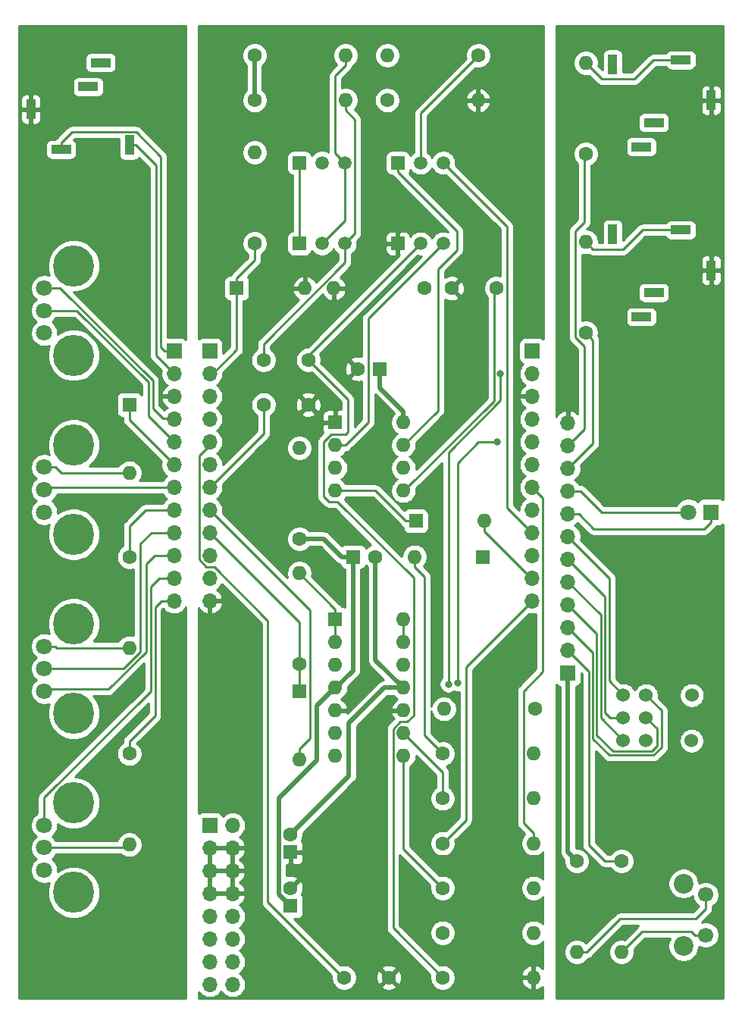
<source format=gbr>
G04 #@! TF.GenerationSoftware,KiCad,Pcbnew,(5.1.5)-3*
G04 #@! TF.CreationDate,2020-11-25T22:35:52-07:00*
G04 #@! TF.ProjectId,ADSR_Envelope_THT,41445352-5f45-46e7-9665-6c6f70655f54,rev?*
G04 #@! TF.SameCoordinates,Original*
G04 #@! TF.FileFunction,Copper,L1,Top*
G04 #@! TF.FilePolarity,Positive*
%FSLAX46Y46*%
G04 Gerber Fmt 4.6, Leading zero omitted, Abs format (unit mm)*
G04 Created by KiCad (PCBNEW (5.1.5)-3) date 2020-11-25 22:35:52*
%MOMM*%
%LPD*%
G04 APERTURE LIST*
%ADD10C,1.600000*%
%ADD11R,1.600000X1.600000*%
%ADD12O,1.600000X1.600000*%
%ADD13C,1.800000*%
%ADD14R,1.800000X1.800000*%
%ADD15R,1.000000X2.200000*%
%ADD16R,2.200000X1.000000*%
%ADD17O,1.700000X1.700000*%
%ADD18R,1.700000X1.700000*%
%ADD19C,1.520000*%
%ADD20R,1.520000X1.520000*%
%ADD21C,4.600000*%
%ADD22C,1.524000*%
%ADD23C,1.700000*%
%ADD24C,2.200000*%
%ADD25C,0.800000*%
%ADD26C,0.250000*%
%ADD27C,0.500000*%
%ADD28C,0.254000*%
G04 APERTURE END LIST*
D10*
X33000000Y-38000000D03*
X28000000Y-38000000D03*
X49000000Y-30000000D03*
X54000000Y-30000000D03*
X37000000Y-107000000D03*
X42000000Y-107000000D03*
X33000000Y-43000000D03*
X28000000Y-43000000D03*
X31000000Y-97000000D03*
D11*
X31000000Y-99000000D03*
D10*
X38500000Y-39000000D03*
D11*
X41000000Y-39000000D03*
X38000000Y-60000000D03*
D10*
X40500000Y-60000000D03*
D11*
X31000000Y-93000000D03*
D10*
X31000000Y-91000000D03*
D12*
X13000000Y-50620000D03*
D11*
X13000000Y-43000000D03*
X52500000Y-60000000D03*
D12*
X44880000Y-60000000D03*
X32620000Y-30000000D03*
D11*
X25000000Y-30000000D03*
D12*
X52620000Y-56000000D03*
D11*
X45000000Y-56000000D03*
X32000000Y-75000000D03*
D12*
X32000000Y-82620000D03*
D13*
X75460000Y-55000000D03*
D14*
X78000000Y-55000000D03*
D15*
X2000000Y-10000000D03*
D16*
X5400000Y-14500000D03*
D15*
X13000000Y-14000000D03*
D16*
X8400000Y-7500000D03*
X9800000Y-4800000D03*
D15*
X78000000Y-28000000D03*
D16*
X74600000Y-23500000D03*
D15*
X67000000Y-24000000D03*
D16*
X71600000Y-30500000D03*
X70200000Y-33200000D03*
D17*
X24540000Y-107780000D03*
X22000000Y-107780000D03*
X24540000Y-105240000D03*
X22000000Y-105240000D03*
X24540000Y-102700000D03*
X22000000Y-102700000D03*
X24540000Y-100160000D03*
X22000000Y-100160000D03*
X24540000Y-97620000D03*
X22000000Y-97620000D03*
X24540000Y-95080000D03*
X22000000Y-95080000D03*
X24540000Y-92540000D03*
X22000000Y-92540000D03*
X24540000Y-90000000D03*
D18*
X22000000Y-90000000D03*
D16*
X70200000Y-14200000D03*
X71600000Y-11500000D03*
D15*
X67000000Y-5000000D03*
D16*
X74600000Y-4500000D03*
D15*
X78000000Y-9000000D03*
D19*
X45540000Y-16000000D03*
X48080000Y-16000000D03*
D20*
X43000000Y-16000000D03*
X43000000Y-25000000D03*
D19*
X48080000Y-25000000D03*
X45540000Y-25000000D03*
X34540000Y-16000000D03*
X37080000Y-16000000D03*
D20*
X32000000Y-16000000D03*
X32000000Y-25000000D03*
D19*
X37080000Y-25000000D03*
X34540000Y-25000000D03*
D12*
X13000000Y-70160000D03*
D10*
X13000000Y-60000000D03*
X52000000Y-4000000D03*
D12*
X41840000Y-4000000D03*
X32000000Y-47840000D03*
D10*
X32000000Y-58000000D03*
D12*
X63000000Y-104160000D03*
D10*
X63000000Y-94000000D03*
X48000000Y-92000000D03*
D12*
X58160000Y-92000000D03*
D10*
X27000000Y-4000000D03*
D12*
X37160000Y-4000000D03*
X37160000Y-9000000D03*
D10*
X27000000Y-9000000D03*
X48000000Y-82000000D03*
D12*
X58160000Y-82000000D03*
D10*
X68000000Y-94000000D03*
D12*
X68000000Y-104160000D03*
X58160000Y-102000000D03*
D10*
X48000000Y-102000000D03*
D12*
X58160000Y-107000000D03*
D10*
X48000000Y-107000000D03*
X27000000Y-25000000D03*
D12*
X27000000Y-14840000D03*
X13000000Y-92160000D03*
D10*
X13000000Y-82000000D03*
D12*
X51960000Y-9000000D03*
D10*
X41800000Y-9000000D03*
X46000000Y-30000000D03*
D12*
X35840000Y-30000000D03*
X64000000Y-24840000D03*
D10*
X64000000Y-35000000D03*
X58300000Y-77000000D03*
D12*
X48140000Y-77000000D03*
D10*
X64000000Y-15000000D03*
D12*
X64000000Y-4840000D03*
X58160000Y-97000000D03*
D10*
X48000000Y-97000000D03*
X48000000Y-87000000D03*
D12*
X58160000Y-87000000D03*
X32000000Y-61840000D03*
D10*
X32000000Y-72000000D03*
D13*
X3500000Y-75000000D03*
X3500000Y-72500000D03*
X3500000Y-70000000D03*
D21*
X6800000Y-77500000D03*
X6800000Y-67500000D03*
X6800000Y-47500000D03*
X6800000Y-57500000D03*
D13*
X3500000Y-50000000D03*
X3500000Y-52500000D03*
X3500000Y-55000000D03*
D21*
X6800000Y-27500000D03*
X6800000Y-37500000D03*
D13*
X3500000Y-30000000D03*
X3500000Y-32500000D03*
X3500000Y-35000000D03*
X3500000Y-95000000D03*
X3500000Y-92500000D03*
X3500000Y-90000000D03*
D21*
X6800000Y-97500000D03*
X6800000Y-87500000D03*
D22*
X70730000Y-75460000D03*
X70730000Y-78000000D03*
X70730000Y-80540000D03*
X68190000Y-75460000D03*
X68190000Y-78000000D03*
X68190000Y-80540000D03*
X75810000Y-80540000D03*
X75840000Y-75460000D03*
D12*
X43620000Y-67000000D03*
X36000000Y-82240000D03*
X43620000Y-69540000D03*
X36000000Y-79700000D03*
X43620000Y-72080000D03*
X36000000Y-77160000D03*
X43620000Y-74620000D03*
X36000000Y-74620000D03*
X43620000Y-77160000D03*
X36000000Y-72080000D03*
X43620000Y-79700000D03*
X36000000Y-69540000D03*
X43620000Y-82240000D03*
D11*
X36000000Y-67000000D03*
D12*
X43620000Y-45000000D03*
X36000000Y-52620000D03*
X43620000Y-47540000D03*
X36000000Y-50080000D03*
X43620000Y-50080000D03*
X36000000Y-47540000D03*
X43620000Y-52620000D03*
D11*
X36000000Y-45000000D03*
D17*
X62000000Y-45060000D03*
X62000000Y-47600000D03*
X62000000Y-50140000D03*
X62000000Y-52680000D03*
X62000000Y-55220000D03*
X62000000Y-57760000D03*
X62000000Y-60300000D03*
X62000000Y-62840000D03*
X62000000Y-65380000D03*
X62000000Y-67920000D03*
X62000000Y-70460000D03*
D18*
X62000000Y-73000000D03*
X22000000Y-37000000D03*
D17*
X22000000Y-39540000D03*
X22000000Y-42080000D03*
X22000000Y-44620000D03*
X22000000Y-47160000D03*
X22000000Y-49700000D03*
X22000000Y-52240000D03*
X22000000Y-54780000D03*
X22000000Y-57320000D03*
X22000000Y-59860000D03*
X22000000Y-62400000D03*
X22000000Y-64940000D03*
X18000000Y-64940000D03*
X18000000Y-62400000D03*
X18000000Y-59860000D03*
X18000000Y-57320000D03*
X18000000Y-54780000D03*
X18000000Y-52240000D03*
X18000000Y-49700000D03*
X18000000Y-47160000D03*
X18000000Y-44620000D03*
X18000000Y-42080000D03*
X18000000Y-39540000D03*
D18*
X18000000Y-37000000D03*
X58000000Y-37000000D03*
D17*
X58000000Y-39540000D03*
X58000000Y-42080000D03*
X58000000Y-44620000D03*
X58000000Y-47160000D03*
X58000000Y-49700000D03*
X58000000Y-52240000D03*
X58000000Y-54780000D03*
X58000000Y-57320000D03*
X58000000Y-59860000D03*
X58000000Y-62400000D03*
X58000000Y-64940000D03*
D23*
X77400000Y-97750000D03*
X77400000Y-102250000D03*
D24*
X74900000Y-96500000D03*
X74900000Y-103500000D03*
D25*
X21399500Y-1270000D03*
X58547000Y-1333500D03*
X29146500Y-108140500D03*
X21209000Y-87757000D03*
X50546000Y-41783000D03*
X50609500Y-37020500D03*
X50609500Y-32639000D03*
X54446010Y-39560500D03*
X48641000Y-74231500D03*
X49657000Y-74104500D03*
X54102000Y-47180500D03*
X18796000Y-108839000D03*
X1143000Y-108902500D03*
X1206500Y-1143000D03*
X18796000Y-1270000D03*
X64356000Y-51435000D03*
X78707000Y-52832000D03*
X64356000Y-58166000D03*
X78834000Y-95123000D03*
X78834000Y-57658000D03*
X61562000Y-108712000D03*
X78707000Y-108839000D03*
D26*
X45540000Y-25000000D02*
X33000000Y-37540000D01*
X33000000Y-37540000D02*
X33000000Y-38000000D01*
X37401500Y-42401500D02*
X33000000Y-38000000D01*
X37401500Y-46037500D02*
X37401500Y-42401500D01*
X35583498Y-46291500D02*
X37147500Y-46291500D01*
X44021200Y-78430000D02*
X44750200Y-77701000D01*
X48000000Y-107000000D02*
X42459600Y-101459600D01*
X37147500Y-46291500D02*
X37401500Y-46037500D01*
X35306000Y-53848000D02*
X34734500Y-53276500D01*
X42459600Y-79267200D02*
X43296800Y-78430000D01*
X43296800Y-78430000D02*
X44021200Y-78430000D01*
X42459600Y-101459600D02*
X42459600Y-79267200D01*
X34734500Y-53276500D02*
X34734500Y-47140498D01*
X44750200Y-77701000D02*
X44750200Y-62339700D01*
X34734500Y-47140498D02*
X35583498Y-46291500D01*
X44750200Y-62339700D02*
X36258500Y-53848000D01*
X36258500Y-53848000D02*
X35306000Y-53848000D01*
X37080000Y-25000000D02*
X37080000Y-27135400D01*
X37080000Y-27135400D02*
X28000000Y-36215400D01*
X28000000Y-36215400D02*
X28000000Y-38000000D01*
X37160000Y-10125300D02*
X38179600Y-11144900D01*
X38179600Y-11144900D02*
X38179600Y-23900400D01*
X38179600Y-23900400D02*
X37080000Y-25000000D01*
X37160000Y-9000000D02*
X37160000Y-10125300D01*
X45000000Y-56000000D02*
X43874700Y-56000000D01*
X36000000Y-52620000D02*
X40494700Y-52620000D01*
X40494700Y-52620000D02*
X43874700Y-56000000D01*
X53721000Y-42608500D02*
X53721000Y-30279000D01*
X53721000Y-30279000D02*
X54000000Y-30000000D01*
X43709500Y-52620000D02*
X53721000Y-42608500D01*
X43620000Y-52620000D02*
X43709500Y-52620000D01*
D27*
X37374900Y-60000000D02*
X36749700Y-60000000D01*
X38000000Y-60000000D02*
X37374900Y-60000000D01*
X43620000Y-45000000D02*
X43620000Y-43749700D01*
X32000000Y-58000000D02*
X34749700Y-58000000D01*
X34749700Y-58000000D02*
X36749700Y-60000000D01*
X27000000Y-4000000D02*
X27000000Y-9000000D01*
X43620000Y-43749700D02*
X41000000Y-41129700D01*
X41000000Y-41129700D02*
X41000000Y-39000000D01*
X29704600Y-97704600D02*
X31000000Y-99000000D01*
X29704600Y-86981800D02*
X29704600Y-97704600D01*
X33972500Y-82713900D02*
X29704600Y-86981800D01*
X36000000Y-74620000D02*
X33972500Y-76647500D01*
X33972500Y-76647500D02*
X33972500Y-82713900D01*
X36060500Y-74620000D02*
X36000000Y-74620000D01*
X37973000Y-72707500D02*
X36060500Y-74620000D01*
X37374900Y-60000000D02*
X37973000Y-60598100D01*
X37973000Y-60598100D02*
X37973000Y-72707500D01*
X40500000Y-71551500D02*
X40500000Y-60000000D01*
X43620000Y-74620000D02*
X43568500Y-74620000D01*
X43568500Y-74620000D02*
X40500000Y-71551500D01*
X37528500Y-84471500D02*
X31000000Y-91000000D01*
X37528500Y-78549500D02*
X37528500Y-84471500D01*
X43620000Y-74620000D02*
X41458000Y-74620000D01*
X41458000Y-74620000D02*
X37528500Y-78549500D01*
D26*
X3500000Y-50000000D02*
X4772800Y-50000000D01*
X4772800Y-50000000D02*
X5392800Y-50620000D01*
X5392800Y-50620000D02*
X13000000Y-50620000D01*
X13000000Y-43000000D02*
X13000000Y-44700000D01*
X13000000Y-44700000D02*
X18000000Y-49700000D01*
X48000000Y-82000000D02*
X45967300Y-79967300D01*
X45967300Y-79967300D02*
X45967300Y-62212600D01*
X45967300Y-62212600D02*
X44880000Y-61125300D01*
X44880000Y-60000000D02*
X44880000Y-61125300D01*
X5400000Y-14500000D02*
X5400000Y-13750000D01*
X5400000Y-13750000D02*
X6575000Y-12575000D01*
X6575000Y-12575000D02*
X13760000Y-12575000D01*
X13760000Y-12575000D02*
X16510000Y-15325000D01*
X16510000Y-15325000D02*
X16510000Y-36576000D01*
X16510000Y-36576000D02*
X16934000Y-37000000D01*
X16934000Y-37000000D02*
X18000000Y-37000000D01*
X64000000Y-24840000D02*
X64800000Y-25640000D01*
X64800000Y-25640000D02*
X68180000Y-25640000D01*
X68180000Y-25640000D02*
X70320000Y-23500000D01*
X70320000Y-23500000D02*
X74600000Y-23500000D01*
X64000000Y-4840000D02*
X65764000Y-6604000D01*
X65764000Y-6604000D02*
X69436000Y-6604000D01*
X69436000Y-6604000D02*
X71540000Y-4500000D01*
X71540000Y-4500000D02*
X74600000Y-4500000D01*
X52000000Y-4000000D02*
X45540000Y-10460000D01*
X45540000Y-10460000D02*
X45540000Y-16000000D01*
X49615012Y-25707201D02*
X49615012Y-23625012D01*
X47500100Y-27822113D02*
X49615012Y-25707201D01*
X43000000Y-17010000D02*
X43000000Y-16000000D01*
X43620000Y-47540000D02*
X47500100Y-43659900D01*
X49615012Y-23625012D02*
X43000000Y-17010000D01*
X47500100Y-43659900D02*
X47500100Y-27822113D01*
X39687500Y-44983870D02*
X39687500Y-33392500D01*
X36000000Y-47540000D02*
X37131370Y-47540000D01*
X37131370Y-47540000D02*
X39687500Y-44983870D01*
X47320001Y-25759999D02*
X48080000Y-25000000D01*
X39687500Y-33392500D02*
X47320001Y-25759999D01*
X37160000Y-4000000D02*
X37160000Y-5125300D01*
X37160000Y-5125300D02*
X35989000Y-6296300D01*
X35989000Y-6296300D02*
X35989000Y-14909000D01*
X35989000Y-14909000D02*
X37080000Y-16000000D01*
X34540000Y-25000000D02*
X37080000Y-22460000D01*
X37080000Y-22460000D02*
X37080000Y-16000000D01*
X32000000Y-25000000D02*
X32000000Y-16000000D01*
X3500000Y-70000000D02*
X4772800Y-70000000D01*
X4772800Y-70000000D02*
X4932800Y-70160000D01*
X4932800Y-70160000D02*
X13000000Y-70160000D01*
X63000000Y-104160000D02*
X64131400Y-104160000D01*
X64131400Y-104160000D02*
X67834400Y-100457000D01*
X67834400Y-100457000D02*
X76261000Y-100457000D01*
X76261000Y-100457000D02*
X77400000Y-99318000D01*
X77400000Y-99318000D02*
X77400000Y-97750000D01*
X77400000Y-102250000D02*
X76197900Y-102250000D01*
X76197900Y-102250000D02*
X75801900Y-101854000D01*
X75801900Y-101854000D02*
X70306000Y-101854000D01*
X70306000Y-101854000D02*
X68000000Y-104160000D01*
X3500000Y-92500000D02*
X12660000Y-92500000D01*
X12660000Y-92500000D02*
X13000000Y-92160000D01*
X43632000Y-79700000D02*
X43620000Y-79700000D01*
X48000000Y-87000000D02*
X48000000Y-84068000D01*
X48000000Y-84068000D02*
X43632000Y-79700000D01*
X36897500Y-107000000D02*
X37000000Y-107000000D01*
X28488200Y-67132200D02*
X28488200Y-98590700D01*
X22486000Y-61130000D02*
X28488200Y-67132200D01*
X22000000Y-47160000D02*
X22000000Y-47469000D01*
X22000000Y-47469000D02*
X20791000Y-48678000D01*
X20791000Y-48678000D02*
X20791000Y-60321400D01*
X20791000Y-60321400D02*
X21599600Y-61130000D01*
X28488200Y-98590700D02*
X36897500Y-107000000D01*
X21599600Y-61130000D02*
X22486000Y-61130000D01*
X28000000Y-46231500D02*
X28000000Y-43000000D01*
X22000000Y-52240000D02*
X22000000Y-52231500D01*
X22000000Y-52231500D02*
X28000000Y-46231500D01*
X50594700Y-89405300D02*
X48000000Y-92000000D01*
X50594700Y-72341300D02*
X50594700Y-89405300D01*
X58000000Y-64940000D02*
X57996000Y-64940000D01*
X57996000Y-64940000D02*
X50594700Y-72341300D01*
X25000000Y-30000000D02*
X25000000Y-28874700D01*
X25000000Y-28874700D02*
X27000000Y-26874700D01*
X27000000Y-26874700D02*
X27000000Y-25000000D01*
X25000000Y-36849000D02*
X25000000Y-30000000D01*
X22000000Y-39540000D02*
X22309000Y-39540000D01*
X22309000Y-39540000D02*
X25000000Y-36849000D01*
X52620000Y-57125300D02*
X52620000Y-56000000D01*
X58000000Y-62400000D02*
X57894700Y-62400000D01*
X57894700Y-62400000D02*
X52620000Y-57125300D01*
X32000000Y-72000000D02*
X32000000Y-75000000D01*
X32000000Y-67306000D02*
X32000000Y-72000000D01*
X22000000Y-57320000D02*
X22014000Y-57320000D01*
X22014000Y-57320000D02*
X32000000Y-67306000D01*
X32000000Y-81494700D02*
X32000000Y-82620000D01*
X33210500Y-80284200D02*
X32000000Y-81494700D01*
X33210500Y-65976500D02*
X33210500Y-80284200D01*
X22000000Y-54780000D02*
X22014000Y-54780000D01*
X22014000Y-54780000D02*
X33210500Y-65976500D01*
X62000000Y-52680000D02*
X63442000Y-52680000D01*
X63442000Y-52680000D02*
X65762000Y-55000000D01*
X65762000Y-55000000D02*
X75460000Y-55000000D01*
X62000000Y-55220000D02*
X63202100Y-55220000D01*
X63202100Y-55220000D02*
X64878100Y-56896000D01*
X64878100Y-56896000D02*
X77254000Y-56896000D01*
X77254000Y-56896000D02*
X78000000Y-56150000D01*
X78000000Y-56150000D02*
X78000000Y-55000000D01*
X18000000Y-39540000D02*
X16002000Y-37542000D01*
X16002000Y-37542000D02*
X16002000Y-16252000D01*
X16002000Y-16252000D02*
X13750000Y-14000000D01*
X13750000Y-14000000D02*
X13000000Y-14000000D01*
X54446010Y-42519900D02*
X48641000Y-48324910D01*
X48641000Y-48324910D02*
X48641000Y-73665815D01*
X48641000Y-73665815D02*
X48641000Y-74231500D01*
X54446010Y-39560500D02*
X54446010Y-42519900D01*
X62000000Y-57760000D02*
X66609000Y-62369000D01*
X66609000Y-62369000D02*
X66609000Y-73879000D01*
X66609000Y-73879000D02*
X68190000Y-75460000D01*
X62000000Y-60300000D02*
X66159000Y-64459000D01*
X66159000Y-64459000D02*
X66159000Y-77401000D01*
X66159000Y-77401000D02*
X66758000Y-78000000D01*
X66758000Y-78000000D02*
X68190000Y-78000000D01*
X62000000Y-62840000D02*
X65673000Y-66513000D01*
X65673000Y-66513000D02*
X65673000Y-78023000D01*
X65673000Y-78023000D02*
X68190000Y-80540000D01*
X62000000Y-65380000D02*
X65223000Y-68603000D01*
X65223000Y-68603000D02*
X65223000Y-79894000D01*
X65223000Y-79894000D02*
X67048000Y-81719000D01*
X67048000Y-81719000D02*
X71375600Y-81719000D01*
X71375600Y-81719000D02*
X71943000Y-81151600D01*
X71943000Y-81151600D02*
X71943000Y-79213000D01*
X71943000Y-79213000D02*
X70730000Y-78000000D01*
X62000000Y-67920000D02*
X64773000Y-70693000D01*
X64773000Y-70693000D02*
X64773000Y-80333000D01*
X64773000Y-80333000D02*
X66609000Y-82169000D01*
X66609000Y-82169000D02*
X71562000Y-82169000D01*
X71562000Y-82169000D02*
X72451000Y-81280000D01*
X72451000Y-81280000D02*
X72451000Y-77181000D01*
X72451000Y-77181000D02*
X70730000Y-75460000D01*
X62000000Y-70460000D02*
X64323000Y-72783000D01*
X64323000Y-72783000D02*
X64323000Y-92202000D01*
X64323000Y-92202000D02*
X66121000Y-94000000D01*
X66121000Y-94000000D02*
X68000000Y-94000000D01*
X49657000Y-74104500D02*
X49657000Y-49530000D01*
X49657000Y-49530000D02*
X52006500Y-47180500D01*
X52006500Y-47180500D02*
X54102000Y-47180500D01*
X36000000Y-67000000D02*
X36000000Y-69540000D01*
X32000000Y-61845000D02*
X32000000Y-61840000D01*
X36000000Y-67000000D02*
X36000000Y-65845000D01*
X36000000Y-65845000D02*
X32000000Y-61845000D01*
X48000000Y-97000000D02*
X43620000Y-92620000D01*
X43620000Y-92620000D02*
X43620000Y-82240000D01*
X18000000Y-64940000D02*
X16594000Y-64940000D01*
X16594000Y-64940000D02*
X15875000Y-65659000D01*
X15875000Y-65659000D02*
X15875000Y-77724000D01*
X15875000Y-77724000D02*
X13000000Y-80599000D01*
X13000000Y-80599000D02*
X13000000Y-82000000D01*
X18000000Y-62400000D02*
X16340000Y-62400000D01*
X16340000Y-62400000D02*
X15367000Y-63373000D01*
X15367000Y-63373000D02*
X15367000Y-75048000D01*
X15367000Y-75048000D02*
X3500000Y-86915000D01*
X3500000Y-86915000D02*
X3500000Y-90000000D01*
X3500000Y-75000000D02*
X3697000Y-74803000D01*
X3697000Y-74803000D02*
X10658400Y-74803000D01*
X10658400Y-74803000D02*
X14859000Y-70602400D01*
X14859000Y-70602400D02*
X14859000Y-60833000D01*
X14859000Y-60833000D02*
X15832000Y-59860000D01*
X15832000Y-59860000D02*
X18000000Y-59860000D01*
X3500000Y-72500000D02*
X12325000Y-72500000D01*
X12325000Y-72500000D02*
X14224000Y-70601000D01*
X14224000Y-70601000D02*
X14224000Y-58547000D01*
X14224000Y-58547000D02*
X15451000Y-57320000D01*
X15451000Y-57320000D02*
X18000000Y-57320000D01*
X18000000Y-52240000D02*
X3760000Y-52240000D01*
X3760000Y-52240000D02*
X3500000Y-52500000D01*
X3500000Y-32500000D02*
X7147200Y-32500000D01*
X7147200Y-32500000D02*
X15113000Y-40465800D01*
X15113000Y-40465800D02*
X15113000Y-44273000D01*
X15113000Y-44273000D02*
X18000000Y-47160000D01*
X3500000Y-30000000D02*
X5283600Y-30000000D01*
X5283600Y-30000000D02*
X15621000Y-40337400D01*
X15621000Y-40337400D02*
X15621000Y-43434000D01*
X15621000Y-43434000D02*
X16764000Y-44577000D01*
X16764000Y-44577000D02*
X17957000Y-44577000D01*
X17957000Y-44577000D02*
X18000000Y-44620000D01*
X43620000Y-69540000D02*
X43620000Y-67000000D01*
X58160000Y-90874700D02*
X58160000Y-92000000D01*
X57034700Y-89749400D02*
X58160000Y-90874700D01*
X58018500Y-52240000D02*
X59200100Y-53421600D01*
X58000000Y-52240000D02*
X58018500Y-52240000D01*
X59200100Y-72828600D02*
X57034700Y-74994000D01*
X59200100Y-53421600D02*
X59200100Y-72828600D01*
X57034700Y-74994000D02*
X57034700Y-89749400D01*
X57955000Y-57320000D02*
X58000000Y-57320000D01*
X55181500Y-54546500D02*
X57955000Y-57320000D01*
X48080000Y-16000000D02*
X55181500Y-23101500D01*
X55181500Y-23101500D02*
X55181500Y-54546500D01*
D27*
X62000000Y-73000000D02*
X62000000Y-93000000D01*
X62000000Y-93000000D02*
X63000000Y-94000000D01*
D26*
X13000000Y-60000000D02*
X13000000Y-56596000D01*
X13000000Y-56596000D02*
X14816000Y-54780000D01*
X14816000Y-54780000D02*
X18000000Y-54780000D01*
X64000000Y-15000000D02*
X63848000Y-15152000D01*
X63848000Y-15152000D02*
X63848000Y-22606000D01*
X63848000Y-22606000D02*
X62832000Y-23622000D01*
X62832000Y-23622000D02*
X62832000Y-35497000D01*
X62832000Y-35497000D02*
X63848000Y-36513000D01*
X63848000Y-36513000D02*
X63848000Y-45752000D01*
X63848000Y-45752000D02*
X62000000Y-47600000D01*
X62000000Y-50140000D02*
X64800000Y-47340000D01*
X64800000Y-47340000D02*
X64800000Y-35800000D01*
X64800000Y-35800000D02*
X64000000Y-35000000D01*
D28*
G36*
X19304000Y-35702245D02*
G01*
X19301185Y-35698815D01*
X19204494Y-35619463D01*
X19094180Y-35560498D01*
X18974482Y-35524188D01*
X18850000Y-35511928D01*
X17270000Y-35511928D01*
X17270000Y-15362322D01*
X17273676Y-15324999D01*
X17270000Y-15287676D01*
X17270000Y-15287667D01*
X17259003Y-15176014D01*
X17215546Y-15032753D01*
X17144974Y-14900724D01*
X17050001Y-14784999D01*
X17021004Y-14761202D01*
X14323804Y-12064003D01*
X14300001Y-12034999D01*
X14184276Y-11940026D01*
X14052247Y-11869454D01*
X13908986Y-11825997D01*
X13797333Y-11815000D01*
X13797322Y-11815000D01*
X13760000Y-11811324D01*
X13722678Y-11815000D01*
X6612323Y-11815000D01*
X6575000Y-11811324D01*
X6537677Y-11815000D01*
X6537667Y-11815000D01*
X6426014Y-11825997D01*
X6282753Y-11869454D01*
X6150723Y-11940026D01*
X6067083Y-12008668D01*
X6034999Y-12034999D01*
X6011201Y-12063997D01*
X4888998Y-13186201D01*
X4860000Y-13209999D01*
X4836202Y-13238997D01*
X4836201Y-13238998D01*
X4765026Y-13325724D01*
X4745674Y-13361928D01*
X4300000Y-13361928D01*
X4175518Y-13374188D01*
X4055820Y-13410498D01*
X3945506Y-13469463D01*
X3848815Y-13548815D01*
X3769463Y-13645506D01*
X3710498Y-13755820D01*
X3674188Y-13875518D01*
X3661928Y-14000000D01*
X3661928Y-15000000D01*
X3674188Y-15124482D01*
X3710498Y-15244180D01*
X3769463Y-15354494D01*
X3848815Y-15451185D01*
X3945506Y-15530537D01*
X4055820Y-15589502D01*
X4175518Y-15625812D01*
X4300000Y-15638072D01*
X6500000Y-15638072D01*
X6624482Y-15625812D01*
X6744180Y-15589502D01*
X6854494Y-15530537D01*
X6951185Y-15451185D01*
X7030537Y-15354494D01*
X7089502Y-15244180D01*
X7125812Y-15124482D01*
X7138072Y-15000000D01*
X7138072Y-14000000D01*
X7125812Y-13875518D01*
X7089502Y-13755820D01*
X7030537Y-13645506D01*
X6951185Y-13548815D01*
X6854494Y-13469463D01*
X6789878Y-13434924D01*
X6889802Y-13335000D01*
X11861928Y-13335000D01*
X11861928Y-15100000D01*
X11874188Y-15224482D01*
X11910498Y-15344180D01*
X11969463Y-15454494D01*
X12048815Y-15551185D01*
X12145506Y-15630537D01*
X12255820Y-15689502D01*
X12375518Y-15725812D01*
X12500000Y-15738072D01*
X13500000Y-15738072D01*
X13624482Y-15725812D01*
X13744180Y-15689502D01*
X13854494Y-15630537D01*
X13951185Y-15551185D01*
X14030537Y-15454494D01*
X14065076Y-15389877D01*
X15242001Y-16566803D01*
X15242000Y-37504678D01*
X15238324Y-37542000D01*
X15242000Y-37579322D01*
X15242000Y-37579332D01*
X15252997Y-37690985D01*
X15282751Y-37789072D01*
X15296454Y-37834246D01*
X15367026Y-37966276D01*
X15373761Y-37974482D01*
X15461999Y-38082001D01*
X15491003Y-38105804D01*
X16558790Y-39173592D01*
X16515000Y-39393740D01*
X16515000Y-39686260D01*
X16572068Y-39973158D01*
X16684010Y-40243411D01*
X16846525Y-40486632D01*
X17053368Y-40693475D01*
X17235534Y-40815195D01*
X17118645Y-40884822D01*
X16902412Y-41079731D01*
X16728359Y-41313080D01*
X16603175Y-41575901D01*
X16558524Y-41723110D01*
X16679845Y-41953000D01*
X17873000Y-41953000D01*
X17873000Y-41933000D01*
X18127000Y-41933000D01*
X18127000Y-41953000D01*
X18147000Y-41953000D01*
X18147000Y-42207000D01*
X18127000Y-42207000D01*
X18127000Y-42227000D01*
X17873000Y-42227000D01*
X17873000Y-42207000D01*
X16679845Y-42207000D01*
X16558524Y-42436890D01*
X16603175Y-42584099D01*
X16728359Y-42846920D01*
X16902412Y-43080269D01*
X17118645Y-43275178D01*
X17235534Y-43344805D01*
X17053368Y-43466525D01*
X16890847Y-43629046D01*
X16381000Y-43119199D01*
X16381000Y-40374722D01*
X16384676Y-40337399D01*
X16381000Y-40300076D01*
X16381000Y-40300067D01*
X16370003Y-40188414D01*
X16326546Y-40045153D01*
X16255974Y-39913124D01*
X16161001Y-39797399D01*
X16132004Y-39773602D01*
X6793401Y-30435000D01*
X7089072Y-30435000D01*
X7656108Y-30322209D01*
X8190244Y-30100963D01*
X8670953Y-29779763D01*
X9079763Y-29370953D01*
X9400963Y-28890244D01*
X9622209Y-28356108D01*
X9735000Y-27789072D01*
X9735000Y-27210928D01*
X9622209Y-26643892D01*
X9400963Y-26109756D01*
X9079763Y-25629047D01*
X8670953Y-25220237D01*
X8190244Y-24899037D01*
X7656108Y-24677791D01*
X7089072Y-24565000D01*
X6510928Y-24565000D01*
X5943892Y-24677791D01*
X5409756Y-24899037D01*
X4929047Y-25220237D01*
X4520237Y-25629047D01*
X4199037Y-26109756D01*
X3977791Y-26643892D01*
X3865000Y-27210928D01*
X3865000Y-27789072D01*
X3977791Y-28356108D01*
X4067955Y-28573783D01*
X3947743Y-28523989D01*
X3651184Y-28465000D01*
X3348816Y-28465000D01*
X3052257Y-28523989D01*
X2772905Y-28639701D01*
X2521495Y-28807688D01*
X2307688Y-29021495D01*
X2139701Y-29272905D01*
X2023989Y-29552257D01*
X1965000Y-29848816D01*
X1965000Y-30151184D01*
X2023989Y-30447743D01*
X2139701Y-30727095D01*
X2307688Y-30978505D01*
X2521495Y-31192312D01*
X2607831Y-31250000D01*
X2521495Y-31307688D01*
X2307688Y-31521495D01*
X2139701Y-31772905D01*
X2023989Y-32052257D01*
X1965000Y-32348816D01*
X1965000Y-32651184D01*
X2023989Y-32947743D01*
X2139701Y-33227095D01*
X2307688Y-33478505D01*
X2521495Y-33692312D01*
X2607831Y-33750000D01*
X2521495Y-33807688D01*
X2307688Y-34021495D01*
X2139701Y-34272905D01*
X2023989Y-34552257D01*
X1965000Y-34848816D01*
X1965000Y-35151184D01*
X2023989Y-35447743D01*
X2139701Y-35727095D01*
X2307688Y-35978505D01*
X2521495Y-36192312D01*
X2772905Y-36360299D01*
X3052257Y-36476011D01*
X3348816Y-36535000D01*
X3651184Y-36535000D01*
X3947743Y-36476011D01*
X4067955Y-36426217D01*
X3977791Y-36643892D01*
X3865000Y-37210928D01*
X3865000Y-37789072D01*
X3977791Y-38356108D01*
X4199037Y-38890244D01*
X4520237Y-39370953D01*
X4929047Y-39779763D01*
X5409756Y-40100963D01*
X5943892Y-40322209D01*
X6510928Y-40435000D01*
X7089072Y-40435000D01*
X7656108Y-40322209D01*
X8190244Y-40100963D01*
X8670953Y-39779763D01*
X9079763Y-39370953D01*
X9400963Y-38890244D01*
X9622209Y-38356108D01*
X9735000Y-37789072D01*
X9735000Y-37210928D01*
X9622209Y-36643892D01*
X9400963Y-36109756D01*
X9079763Y-35629047D01*
X8670953Y-35220237D01*
X8190244Y-34899037D01*
X7656108Y-34677791D01*
X7089072Y-34565000D01*
X6510928Y-34565000D01*
X5943892Y-34677791D01*
X5409756Y-34899037D01*
X5035000Y-35149441D01*
X5035000Y-34848816D01*
X4976011Y-34552257D01*
X4860299Y-34272905D01*
X4692312Y-34021495D01*
X4478505Y-33807688D01*
X4392169Y-33750000D01*
X4478505Y-33692312D01*
X4692312Y-33478505D01*
X4838313Y-33260000D01*
X6832399Y-33260000D01*
X14353000Y-40780603D01*
X14353000Y-41887531D01*
X14330537Y-41845506D01*
X14251185Y-41748815D01*
X14154494Y-41669463D01*
X14044180Y-41610498D01*
X13924482Y-41574188D01*
X13800000Y-41561928D01*
X12200000Y-41561928D01*
X12075518Y-41574188D01*
X11955820Y-41610498D01*
X11845506Y-41669463D01*
X11748815Y-41748815D01*
X11669463Y-41845506D01*
X11610498Y-41955820D01*
X11574188Y-42075518D01*
X11561928Y-42200000D01*
X11561928Y-43800000D01*
X11574188Y-43924482D01*
X11610498Y-44044180D01*
X11669463Y-44154494D01*
X11748815Y-44251185D01*
X11845506Y-44330537D01*
X11955820Y-44389502D01*
X12075518Y-44425812D01*
X12200000Y-44438072D01*
X12240001Y-44438072D01*
X12240001Y-44662668D01*
X12236324Y-44700000D01*
X12240001Y-44737333D01*
X12243119Y-44768985D01*
X12250998Y-44848985D01*
X12294454Y-44992246D01*
X12365026Y-45124276D01*
X12413876Y-45183799D01*
X12460000Y-45240001D01*
X12488998Y-45263799D01*
X16558790Y-49333592D01*
X16515000Y-49553740D01*
X16515000Y-49846260D01*
X16572068Y-50133158D01*
X16684010Y-50403411D01*
X16846525Y-50646632D01*
X17053368Y-50853475D01*
X17227760Y-50970000D01*
X17053368Y-51086525D01*
X16846525Y-51293368D01*
X16721822Y-51480000D01*
X14151226Y-51480000D01*
X14271680Y-51299727D01*
X14379853Y-51038574D01*
X14435000Y-50761335D01*
X14435000Y-50478665D01*
X14379853Y-50201426D01*
X14271680Y-49940273D01*
X14114637Y-49705241D01*
X13914759Y-49505363D01*
X13679727Y-49348320D01*
X13418574Y-49240147D01*
X13141335Y-49185000D01*
X12858665Y-49185000D01*
X12581426Y-49240147D01*
X12320273Y-49348320D01*
X12085241Y-49505363D01*
X11885363Y-49705241D01*
X11781957Y-49860000D01*
X8550870Y-49860000D01*
X8670953Y-49779763D01*
X9079763Y-49370953D01*
X9400963Y-48890244D01*
X9622209Y-48356108D01*
X9735000Y-47789072D01*
X9735000Y-47210928D01*
X9622209Y-46643892D01*
X9400963Y-46109756D01*
X9079763Y-45629047D01*
X8670953Y-45220237D01*
X8190244Y-44899037D01*
X7656108Y-44677791D01*
X7089072Y-44565000D01*
X6510928Y-44565000D01*
X5943892Y-44677791D01*
X5409756Y-44899037D01*
X4929047Y-45220237D01*
X4520237Y-45629047D01*
X4199037Y-46109756D01*
X3977791Y-46643892D01*
X3865000Y-47210928D01*
X3865000Y-47789072D01*
X3977791Y-48356108D01*
X4067955Y-48573783D01*
X3947743Y-48523989D01*
X3651184Y-48465000D01*
X3348816Y-48465000D01*
X3052257Y-48523989D01*
X2772905Y-48639701D01*
X2521495Y-48807688D01*
X2307688Y-49021495D01*
X2139701Y-49272905D01*
X2023989Y-49552257D01*
X1965000Y-49848816D01*
X1965000Y-50151184D01*
X2023989Y-50447743D01*
X2139701Y-50727095D01*
X2307688Y-50978505D01*
X2521495Y-51192312D01*
X2607831Y-51250000D01*
X2521495Y-51307688D01*
X2307688Y-51521495D01*
X2139701Y-51772905D01*
X2023989Y-52052257D01*
X1965000Y-52348816D01*
X1965000Y-52651184D01*
X2023989Y-52947743D01*
X2139701Y-53227095D01*
X2307688Y-53478505D01*
X2521495Y-53692312D01*
X2607831Y-53750000D01*
X2521495Y-53807688D01*
X2307688Y-54021495D01*
X2139701Y-54272905D01*
X2023989Y-54552257D01*
X1965000Y-54848816D01*
X1965000Y-55151184D01*
X2023989Y-55447743D01*
X2139701Y-55727095D01*
X2307688Y-55978505D01*
X2521495Y-56192312D01*
X2772905Y-56360299D01*
X3052257Y-56476011D01*
X3348816Y-56535000D01*
X3651184Y-56535000D01*
X3947743Y-56476011D01*
X4067955Y-56426217D01*
X3977791Y-56643892D01*
X3865000Y-57210928D01*
X3865000Y-57789072D01*
X3977791Y-58356108D01*
X4199037Y-58890244D01*
X4520237Y-59370953D01*
X4929047Y-59779763D01*
X5409756Y-60100963D01*
X5943892Y-60322209D01*
X6510928Y-60435000D01*
X7089072Y-60435000D01*
X7656108Y-60322209D01*
X8190244Y-60100963D01*
X8670953Y-59779763D01*
X9079763Y-59370953D01*
X9400963Y-58890244D01*
X9622209Y-58356108D01*
X9735000Y-57789072D01*
X9735000Y-57210928D01*
X9622209Y-56643892D01*
X9400963Y-56109756D01*
X9079763Y-55629047D01*
X8670953Y-55220237D01*
X8190244Y-54899037D01*
X7656108Y-54677791D01*
X7089072Y-54565000D01*
X6510928Y-54565000D01*
X5943892Y-54677791D01*
X5409756Y-54899037D01*
X5035000Y-55149441D01*
X5035000Y-54848816D01*
X4976011Y-54552257D01*
X4860299Y-54272905D01*
X4692312Y-54021495D01*
X4478505Y-53807688D01*
X4392169Y-53750000D01*
X4478505Y-53692312D01*
X4692312Y-53478505D01*
X4860299Y-53227095D01*
X4954365Y-53000000D01*
X16721822Y-53000000D01*
X16846525Y-53186632D01*
X17053368Y-53393475D01*
X17227760Y-53510000D01*
X17053368Y-53626525D01*
X16846525Y-53833368D01*
X16721822Y-54020000D01*
X14853323Y-54020000D01*
X14816000Y-54016324D01*
X14778677Y-54020000D01*
X14778667Y-54020000D01*
X14667014Y-54030997D01*
X14523753Y-54074454D01*
X14391724Y-54145026D01*
X14275999Y-54239999D01*
X14252201Y-54268997D01*
X12488998Y-56032201D01*
X12460000Y-56055999D01*
X12436202Y-56084997D01*
X12436201Y-56084998D01*
X12365026Y-56171724D01*
X12294454Y-56303754D01*
X12250998Y-56447015D01*
X12236324Y-56596000D01*
X12240001Y-56633332D01*
X12240000Y-58781956D01*
X12085241Y-58885363D01*
X11885363Y-59085241D01*
X11728320Y-59320273D01*
X11620147Y-59581426D01*
X11565000Y-59858665D01*
X11565000Y-60141335D01*
X11620147Y-60418574D01*
X11728320Y-60679727D01*
X11885363Y-60914759D01*
X12085241Y-61114637D01*
X12320273Y-61271680D01*
X12581426Y-61379853D01*
X12858665Y-61435000D01*
X13141335Y-61435000D01*
X13418574Y-61379853D01*
X13464001Y-61361037D01*
X13464000Y-68798963D01*
X13418574Y-68780147D01*
X13141335Y-68725000D01*
X12858665Y-68725000D01*
X12581426Y-68780147D01*
X12320273Y-68888320D01*
X12085241Y-69045363D01*
X11885363Y-69245241D01*
X11781957Y-69400000D01*
X9050716Y-69400000D01*
X9079763Y-69370953D01*
X9400963Y-68890244D01*
X9622209Y-68356108D01*
X9735000Y-67789072D01*
X9735000Y-67210928D01*
X9622209Y-66643892D01*
X9400963Y-66109756D01*
X9079763Y-65629047D01*
X8670953Y-65220237D01*
X8190244Y-64899037D01*
X7656108Y-64677791D01*
X7089072Y-64565000D01*
X6510928Y-64565000D01*
X5943892Y-64677791D01*
X5409756Y-64899037D01*
X4929047Y-65220237D01*
X4520237Y-65629047D01*
X4199037Y-66109756D01*
X3977791Y-66643892D01*
X3865000Y-67210928D01*
X3865000Y-67789072D01*
X3977791Y-68356108D01*
X4067955Y-68573783D01*
X3947743Y-68523989D01*
X3651184Y-68465000D01*
X3348816Y-68465000D01*
X3052257Y-68523989D01*
X2772905Y-68639701D01*
X2521495Y-68807688D01*
X2307688Y-69021495D01*
X2139701Y-69272905D01*
X2023989Y-69552257D01*
X1965000Y-69848816D01*
X1965000Y-70151184D01*
X2023989Y-70447743D01*
X2139701Y-70727095D01*
X2307688Y-70978505D01*
X2521495Y-71192312D01*
X2607831Y-71250000D01*
X2521495Y-71307688D01*
X2307688Y-71521495D01*
X2139701Y-71772905D01*
X2023989Y-72052257D01*
X1965000Y-72348816D01*
X1965000Y-72651184D01*
X2023989Y-72947743D01*
X2139701Y-73227095D01*
X2307688Y-73478505D01*
X2521495Y-73692312D01*
X2607831Y-73750000D01*
X2521495Y-73807688D01*
X2307688Y-74021495D01*
X2139701Y-74272905D01*
X2023989Y-74552257D01*
X1965000Y-74848816D01*
X1965000Y-75151184D01*
X2023989Y-75447743D01*
X2139701Y-75727095D01*
X2307688Y-75978505D01*
X2521495Y-76192312D01*
X2772905Y-76360299D01*
X3052257Y-76476011D01*
X3348816Y-76535000D01*
X3651184Y-76535000D01*
X3947743Y-76476011D01*
X4067955Y-76426217D01*
X3977791Y-76643892D01*
X3865000Y-77210928D01*
X3865000Y-77789072D01*
X3977791Y-78356108D01*
X4199037Y-78890244D01*
X4520237Y-79370953D01*
X4929047Y-79779763D01*
X5409756Y-80100963D01*
X5943892Y-80322209D01*
X6510928Y-80435000D01*
X7089072Y-80435000D01*
X7656108Y-80322209D01*
X8190244Y-80100963D01*
X8670953Y-79779763D01*
X9079763Y-79370953D01*
X9400963Y-78890244D01*
X9622209Y-78356108D01*
X9735000Y-77789072D01*
X9735000Y-77210928D01*
X9622209Y-76643892D01*
X9400963Y-76109756D01*
X9079763Y-75629047D01*
X9013716Y-75563000D01*
X10621078Y-75563000D01*
X10658400Y-75566676D01*
X10695722Y-75563000D01*
X10695733Y-75563000D01*
X10807386Y-75552003D01*
X10950647Y-75508546D01*
X11082676Y-75437974D01*
X11198401Y-75343001D01*
X11222204Y-75313997D01*
X14607001Y-71929202D01*
X14607001Y-74733197D01*
X2989003Y-86351196D01*
X2959999Y-86374999D01*
X2904871Y-86442174D01*
X2865026Y-86490724D01*
X2794455Y-86622753D01*
X2794454Y-86622754D01*
X2750997Y-86766015D01*
X2740000Y-86877668D01*
X2740000Y-86877678D01*
X2736324Y-86915000D01*
X2740000Y-86952323D01*
X2740001Y-88661687D01*
X2521495Y-88807688D01*
X2307688Y-89021495D01*
X2139701Y-89272905D01*
X2023989Y-89552257D01*
X1965000Y-89848816D01*
X1965000Y-90151184D01*
X2023989Y-90447743D01*
X2139701Y-90727095D01*
X2307688Y-90978505D01*
X2521495Y-91192312D01*
X2607831Y-91250000D01*
X2521495Y-91307688D01*
X2307688Y-91521495D01*
X2139701Y-91772905D01*
X2023989Y-92052257D01*
X1965000Y-92348816D01*
X1965000Y-92651184D01*
X2023989Y-92947743D01*
X2139701Y-93227095D01*
X2307688Y-93478505D01*
X2521495Y-93692312D01*
X2607831Y-93750000D01*
X2521495Y-93807688D01*
X2307688Y-94021495D01*
X2139701Y-94272905D01*
X2023989Y-94552257D01*
X1965000Y-94848816D01*
X1965000Y-95151184D01*
X2023989Y-95447743D01*
X2139701Y-95727095D01*
X2307688Y-95978505D01*
X2521495Y-96192312D01*
X2772905Y-96360299D01*
X3052257Y-96476011D01*
X3348816Y-96535000D01*
X3651184Y-96535000D01*
X3947743Y-96476011D01*
X4067955Y-96426217D01*
X3977791Y-96643892D01*
X3865000Y-97210928D01*
X3865000Y-97789072D01*
X3977791Y-98356108D01*
X4199037Y-98890244D01*
X4520237Y-99370953D01*
X4929047Y-99779763D01*
X5409756Y-100100963D01*
X5943892Y-100322209D01*
X6510928Y-100435000D01*
X7089072Y-100435000D01*
X7656108Y-100322209D01*
X8190244Y-100100963D01*
X8670953Y-99779763D01*
X9079763Y-99370953D01*
X9400963Y-98890244D01*
X9622209Y-98356108D01*
X9735000Y-97789072D01*
X9735000Y-97210928D01*
X9622209Y-96643892D01*
X9400963Y-96109756D01*
X9079763Y-95629047D01*
X8670953Y-95220237D01*
X8190244Y-94899037D01*
X7656108Y-94677791D01*
X7089072Y-94565000D01*
X6510928Y-94565000D01*
X5943892Y-94677791D01*
X5409756Y-94899037D01*
X5035000Y-95149441D01*
X5035000Y-94848816D01*
X4976011Y-94552257D01*
X4860299Y-94272905D01*
X4692312Y-94021495D01*
X4478505Y-93807688D01*
X4392169Y-93750000D01*
X4478505Y-93692312D01*
X4692312Y-93478505D01*
X4838313Y-93260000D01*
X12070604Y-93260000D01*
X12085241Y-93274637D01*
X12320273Y-93431680D01*
X12581426Y-93539853D01*
X12858665Y-93595000D01*
X13141335Y-93595000D01*
X13418574Y-93539853D01*
X13679727Y-93431680D01*
X13914759Y-93274637D01*
X14114637Y-93074759D01*
X14271680Y-92839727D01*
X14379853Y-92578574D01*
X14435000Y-92301335D01*
X14435000Y-92018665D01*
X14379853Y-91741426D01*
X14271680Y-91480273D01*
X14114637Y-91245241D01*
X13914759Y-91045363D01*
X13679727Y-90888320D01*
X13418574Y-90780147D01*
X13141335Y-90725000D01*
X12858665Y-90725000D01*
X12581426Y-90780147D01*
X12320273Y-90888320D01*
X12085241Y-91045363D01*
X11885363Y-91245241D01*
X11728320Y-91480273D01*
X11620738Y-91740000D01*
X4838313Y-91740000D01*
X4692312Y-91521495D01*
X4478505Y-91307688D01*
X4392169Y-91250000D01*
X4478505Y-91192312D01*
X4692312Y-90978505D01*
X4860299Y-90727095D01*
X4976011Y-90447743D01*
X5035000Y-90151184D01*
X5035000Y-89850559D01*
X5409756Y-90100963D01*
X5943892Y-90322209D01*
X6510928Y-90435000D01*
X7089072Y-90435000D01*
X7656108Y-90322209D01*
X8190244Y-90100963D01*
X8670953Y-89779763D01*
X9079763Y-89370953D01*
X9400963Y-88890244D01*
X9622209Y-88356108D01*
X9735000Y-87789072D01*
X9735000Y-87210928D01*
X9622209Y-86643892D01*
X9400963Y-86109756D01*
X9079763Y-85629047D01*
X8670953Y-85220237D01*
X8190244Y-84899037D01*
X7656108Y-84677791D01*
X7089072Y-84565000D01*
X6924801Y-84565000D01*
X15115001Y-76374801D01*
X15115001Y-77409197D01*
X12489003Y-80035196D01*
X12459999Y-80058999D01*
X12404871Y-80126174D01*
X12365026Y-80174724D01*
X12294455Y-80306753D01*
X12294454Y-80306754D01*
X12250997Y-80450015D01*
X12240000Y-80561668D01*
X12240000Y-80561678D01*
X12236324Y-80599000D01*
X12240000Y-80636323D01*
X12240000Y-80781956D01*
X12085241Y-80885363D01*
X11885363Y-81085241D01*
X11728320Y-81320273D01*
X11620147Y-81581426D01*
X11565000Y-81858665D01*
X11565000Y-82141335D01*
X11620147Y-82418574D01*
X11728320Y-82679727D01*
X11885363Y-82914759D01*
X12085241Y-83114637D01*
X12320273Y-83271680D01*
X12581426Y-83379853D01*
X12858665Y-83435000D01*
X13141335Y-83435000D01*
X13418574Y-83379853D01*
X13679727Y-83271680D01*
X13914759Y-83114637D01*
X14114637Y-82914759D01*
X14271680Y-82679727D01*
X14379853Y-82418574D01*
X14435000Y-82141335D01*
X14435000Y-81858665D01*
X14379853Y-81581426D01*
X14271680Y-81320273D01*
X14114637Y-81085241D01*
X13914759Y-80885363D01*
X13839035Y-80834766D01*
X16386003Y-78287799D01*
X16415001Y-78264001D01*
X16441332Y-78231917D01*
X16509974Y-78148277D01*
X16580546Y-78016247D01*
X16624003Y-77872986D01*
X16635000Y-77761333D01*
X16635000Y-77761323D01*
X16638676Y-77724000D01*
X16635000Y-77686678D01*
X16635000Y-65973801D01*
X16796715Y-65812086D01*
X16846525Y-65886632D01*
X17053368Y-66093475D01*
X17296589Y-66255990D01*
X17566842Y-66367932D01*
X17853740Y-66425000D01*
X18146260Y-66425000D01*
X18433158Y-66367932D01*
X18703411Y-66255990D01*
X18946632Y-66093475D01*
X19153475Y-65886632D01*
X19304000Y-65661355D01*
X19304000Y-109340000D01*
X660000Y-109340000D01*
X660000Y-11100000D01*
X861928Y-11100000D01*
X874188Y-11224482D01*
X910498Y-11344180D01*
X969463Y-11454494D01*
X1048815Y-11551185D01*
X1145506Y-11630537D01*
X1255820Y-11689502D01*
X1375518Y-11725812D01*
X1500000Y-11738072D01*
X1714250Y-11735000D01*
X1873000Y-11576250D01*
X1873000Y-10127000D01*
X2127000Y-10127000D01*
X2127000Y-11576250D01*
X2285750Y-11735000D01*
X2500000Y-11738072D01*
X2624482Y-11725812D01*
X2744180Y-11689502D01*
X2854494Y-11630537D01*
X2951185Y-11551185D01*
X3030537Y-11454494D01*
X3089502Y-11344180D01*
X3125812Y-11224482D01*
X3138072Y-11100000D01*
X3135000Y-10285750D01*
X2976250Y-10127000D01*
X2127000Y-10127000D01*
X1873000Y-10127000D01*
X1023750Y-10127000D01*
X865000Y-10285750D01*
X861928Y-11100000D01*
X660000Y-11100000D01*
X660000Y-8900000D01*
X861928Y-8900000D01*
X865000Y-9714250D01*
X1023750Y-9873000D01*
X1873000Y-9873000D01*
X1873000Y-8423750D01*
X2127000Y-8423750D01*
X2127000Y-9873000D01*
X2976250Y-9873000D01*
X3135000Y-9714250D01*
X3138072Y-8900000D01*
X3125812Y-8775518D01*
X3089502Y-8655820D01*
X3030537Y-8545506D01*
X2951185Y-8448815D01*
X2854494Y-8369463D01*
X2744180Y-8310498D01*
X2624482Y-8274188D01*
X2500000Y-8261928D01*
X2285750Y-8265000D01*
X2127000Y-8423750D01*
X1873000Y-8423750D01*
X1714250Y-8265000D01*
X1500000Y-8261928D01*
X1375518Y-8274188D01*
X1255820Y-8310498D01*
X1145506Y-8369463D01*
X1048815Y-8448815D01*
X969463Y-8545506D01*
X910498Y-8655820D01*
X874188Y-8775518D01*
X861928Y-8900000D01*
X660000Y-8900000D01*
X660000Y-7000000D01*
X6661928Y-7000000D01*
X6661928Y-8000000D01*
X6674188Y-8124482D01*
X6710498Y-8244180D01*
X6769463Y-8354494D01*
X6848815Y-8451185D01*
X6945506Y-8530537D01*
X7055820Y-8589502D01*
X7175518Y-8625812D01*
X7300000Y-8638072D01*
X9500000Y-8638072D01*
X9624482Y-8625812D01*
X9744180Y-8589502D01*
X9854494Y-8530537D01*
X9951185Y-8451185D01*
X10030537Y-8354494D01*
X10089502Y-8244180D01*
X10125812Y-8124482D01*
X10138072Y-8000000D01*
X10138072Y-7000000D01*
X10125812Y-6875518D01*
X10089502Y-6755820D01*
X10030537Y-6645506D01*
X9951185Y-6548815D01*
X9854494Y-6469463D01*
X9744180Y-6410498D01*
X9624482Y-6374188D01*
X9500000Y-6361928D01*
X7300000Y-6361928D01*
X7175518Y-6374188D01*
X7055820Y-6410498D01*
X6945506Y-6469463D01*
X6848815Y-6548815D01*
X6769463Y-6645506D01*
X6710498Y-6755820D01*
X6674188Y-6875518D01*
X6661928Y-7000000D01*
X660000Y-7000000D01*
X660000Y-4300000D01*
X8061928Y-4300000D01*
X8061928Y-5300000D01*
X8074188Y-5424482D01*
X8110498Y-5544180D01*
X8169463Y-5654494D01*
X8248815Y-5751185D01*
X8345506Y-5830537D01*
X8455820Y-5889502D01*
X8575518Y-5925812D01*
X8700000Y-5938072D01*
X10900000Y-5938072D01*
X11024482Y-5925812D01*
X11144180Y-5889502D01*
X11254494Y-5830537D01*
X11351185Y-5751185D01*
X11430537Y-5654494D01*
X11489502Y-5544180D01*
X11525812Y-5424482D01*
X11538072Y-5300000D01*
X11538072Y-4300000D01*
X11525812Y-4175518D01*
X11489502Y-4055820D01*
X11430537Y-3945506D01*
X11351185Y-3848815D01*
X11254494Y-3769463D01*
X11144180Y-3710498D01*
X11024482Y-3674188D01*
X10900000Y-3661928D01*
X8700000Y-3661928D01*
X8575518Y-3674188D01*
X8455820Y-3710498D01*
X8345506Y-3769463D01*
X8248815Y-3848815D01*
X8169463Y-3945506D01*
X8110498Y-4055820D01*
X8074188Y-4175518D01*
X8061928Y-4300000D01*
X660000Y-4300000D01*
X660000Y-660000D01*
X19304000Y-660000D01*
X19304000Y-35702245D01*
G37*
X19304000Y-35702245D02*
X19301185Y-35698815D01*
X19204494Y-35619463D01*
X19094180Y-35560498D01*
X18974482Y-35524188D01*
X18850000Y-35511928D01*
X17270000Y-35511928D01*
X17270000Y-15362322D01*
X17273676Y-15324999D01*
X17270000Y-15287676D01*
X17270000Y-15287667D01*
X17259003Y-15176014D01*
X17215546Y-15032753D01*
X17144974Y-14900724D01*
X17050001Y-14784999D01*
X17021004Y-14761202D01*
X14323804Y-12064003D01*
X14300001Y-12034999D01*
X14184276Y-11940026D01*
X14052247Y-11869454D01*
X13908986Y-11825997D01*
X13797333Y-11815000D01*
X13797322Y-11815000D01*
X13760000Y-11811324D01*
X13722678Y-11815000D01*
X6612323Y-11815000D01*
X6575000Y-11811324D01*
X6537677Y-11815000D01*
X6537667Y-11815000D01*
X6426014Y-11825997D01*
X6282753Y-11869454D01*
X6150723Y-11940026D01*
X6067083Y-12008668D01*
X6034999Y-12034999D01*
X6011201Y-12063997D01*
X4888998Y-13186201D01*
X4860000Y-13209999D01*
X4836202Y-13238997D01*
X4836201Y-13238998D01*
X4765026Y-13325724D01*
X4745674Y-13361928D01*
X4300000Y-13361928D01*
X4175518Y-13374188D01*
X4055820Y-13410498D01*
X3945506Y-13469463D01*
X3848815Y-13548815D01*
X3769463Y-13645506D01*
X3710498Y-13755820D01*
X3674188Y-13875518D01*
X3661928Y-14000000D01*
X3661928Y-15000000D01*
X3674188Y-15124482D01*
X3710498Y-15244180D01*
X3769463Y-15354494D01*
X3848815Y-15451185D01*
X3945506Y-15530537D01*
X4055820Y-15589502D01*
X4175518Y-15625812D01*
X4300000Y-15638072D01*
X6500000Y-15638072D01*
X6624482Y-15625812D01*
X6744180Y-15589502D01*
X6854494Y-15530537D01*
X6951185Y-15451185D01*
X7030537Y-15354494D01*
X7089502Y-15244180D01*
X7125812Y-15124482D01*
X7138072Y-15000000D01*
X7138072Y-14000000D01*
X7125812Y-13875518D01*
X7089502Y-13755820D01*
X7030537Y-13645506D01*
X6951185Y-13548815D01*
X6854494Y-13469463D01*
X6789878Y-13434924D01*
X6889802Y-13335000D01*
X11861928Y-13335000D01*
X11861928Y-15100000D01*
X11874188Y-15224482D01*
X11910498Y-15344180D01*
X11969463Y-15454494D01*
X12048815Y-15551185D01*
X12145506Y-15630537D01*
X12255820Y-15689502D01*
X12375518Y-15725812D01*
X12500000Y-15738072D01*
X13500000Y-15738072D01*
X13624482Y-15725812D01*
X13744180Y-15689502D01*
X13854494Y-15630537D01*
X13951185Y-15551185D01*
X14030537Y-15454494D01*
X14065076Y-15389877D01*
X15242001Y-16566803D01*
X15242000Y-37504678D01*
X15238324Y-37542000D01*
X15242000Y-37579322D01*
X15242000Y-37579332D01*
X15252997Y-37690985D01*
X15282751Y-37789072D01*
X15296454Y-37834246D01*
X15367026Y-37966276D01*
X15373761Y-37974482D01*
X15461999Y-38082001D01*
X15491003Y-38105804D01*
X16558790Y-39173592D01*
X16515000Y-39393740D01*
X16515000Y-39686260D01*
X16572068Y-39973158D01*
X16684010Y-40243411D01*
X16846525Y-40486632D01*
X17053368Y-40693475D01*
X17235534Y-40815195D01*
X17118645Y-40884822D01*
X16902412Y-41079731D01*
X16728359Y-41313080D01*
X16603175Y-41575901D01*
X16558524Y-41723110D01*
X16679845Y-41953000D01*
X17873000Y-41953000D01*
X17873000Y-41933000D01*
X18127000Y-41933000D01*
X18127000Y-41953000D01*
X18147000Y-41953000D01*
X18147000Y-42207000D01*
X18127000Y-42207000D01*
X18127000Y-42227000D01*
X17873000Y-42227000D01*
X17873000Y-42207000D01*
X16679845Y-42207000D01*
X16558524Y-42436890D01*
X16603175Y-42584099D01*
X16728359Y-42846920D01*
X16902412Y-43080269D01*
X17118645Y-43275178D01*
X17235534Y-43344805D01*
X17053368Y-43466525D01*
X16890847Y-43629046D01*
X16381000Y-43119199D01*
X16381000Y-40374722D01*
X16384676Y-40337399D01*
X16381000Y-40300076D01*
X16381000Y-40300067D01*
X16370003Y-40188414D01*
X16326546Y-40045153D01*
X16255974Y-39913124D01*
X16161001Y-39797399D01*
X16132004Y-39773602D01*
X6793401Y-30435000D01*
X7089072Y-30435000D01*
X7656108Y-30322209D01*
X8190244Y-30100963D01*
X8670953Y-29779763D01*
X9079763Y-29370953D01*
X9400963Y-28890244D01*
X9622209Y-28356108D01*
X9735000Y-27789072D01*
X9735000Y-27210928D01*
X9622209Y-26643892D01*
X9400963Y-26109756D01*
X9079763Y-25629047D01*
X8670953Y-25220237D01*
X8190244Y-24899037D01*
X7656108Y-24677791D01*
X7089072Y-24565000D01*
X6510928Y-24565000D01*
X5943892Y-24677791D01*
X5409756Y-24899037D01*
X4929047Y-25220237D01*
X4520237Y-25629047D01*
X4199037Y-26109756D01*
X3977791Y-26643892D01*
X3865000Y-27210928D01*
X3865000Y-27789072D01*
X3977791Y-28356108D01*
X4067955Y-28573783D01*
X3947743Y-28523989D01*
X3651184Y-28465000D01*
X3348816Y-28465000D01*
X3052257Y-28523989D01*
X2772905Y-28639701D01*
X2521495Y-28807688D01*
X2307688Y-29021495D01*
X2139701Y-29272905D01*
X2023989Y-29552257D01*
X1965000Y-29848816D01*
X1965000Y-30151184D01*
X2023989Y-30447743D01*
X2139701Y-30727095D01*
X2307688Y-30978505D01*
X2521495Y-31192312D01*
X2607831Y-31250000D01*
X2521495Y-31307688D01*
X2307688Y-31521495D01*
X2139701Y-31772905D01*
X2023989Y-32052257D01*
X1965000Y-32348816D01*
X1965000Y-32651184D01*
X2023989Y-32947743D01*
X2139701Y-33227095D01*
X2307688Y-33478505D01*
X2521495Y-33692312D01*
X2607831Y-33750000D01*
X2521495Y-33807688D01*
X2307688Y-34021495D01*
X2139701Y-34272905D01*
X2023989Y-34552257D01*
X1965000Y-34848816D01*
X1965000Y-35151184D01*
X2023989Y-35447743D01*
X2139701Y-35727095D01*
X2307688Y-35978505D01*
X2521495Y-36192312D01*
X2772905Y-36360299D01*
X3052257Y-36476011D01*
X3348816Y-36535000D01*
X3651184Y-36535000D01*
X3947743Y-36476011D01*
X4067955Y-36426217D01*
X3977791Y-36643892D01*
X3865000Y-37210928D01*
X3865000Y-37789072D01*
X3977791Y-38356108D01*
X4199037Y-38890244D01*
X4520237Y-39370953D01*
X4929047Y-39779763D01*
X5409756Y-40100963D01*
X5943892Y-40322209D01*
X6510928Y-40435000D01*
X7089072Y-40435000D01*
X7656108Y-40322209D01*
X8190244Y-40100963D01*
X8670953Y-39779763D01*
X9079763Y-39370953D01*
X9400963Y-38890244D01*
X9622209Y-38356108D01*
X9735000Y-37789072D01*
X9735000Y-37210928D01*
X9622209Y-36643892D01*
X9400963Y-36109756D01*
X9079763Y-35629047D01*
X8670953Y-35220237D01*
X8190244Y-34899037D01*
X7656108Y-34677791D01*
X7089072Y-34565000D01*
X6510928Y-34565000D01*
X5943892Y-34677791D01*
X5409756Y-34899037D01*
X5035000Y-35149441D01*
X5035000Y-34848816D01*
X4976011Y-34552257D01*
X4860299Y-34272905D01*
X4692312Y-34021495D01*
X4478505Y-33807688D01*
X4392169Y-33750000D01*
X4478505Y-33692312D01*
X4692312Y-33478505D01*
X4838313Y-33260000D01*
X6832399Y-33260000D01*
X14353000Y-40780603D01*
X14353000Y-41887531D01*
X14330537Y-41845506D01*
X14251185Y-41748815D01*
X14154494Y-41669463D01*
X14044180Y-41610498D01*
X13924482Y-41574188D01*
X13800000Y-41561928D01*
X12200000Y-41561928D01*
X12075518Y-41574188D01*
X11955820Y-41610498D01*
X11845506Y-41669463D01*
X11748815Y-41748815D01*
X11669463Y-41845506D01*
X11610498Y-41955820D01*
X11574188Y-42075518D01*
X11561928Y-42200000D01*
X11561928Y-43800000D01*
X11574188Y-43924482D01*
X11610498Y-44044180D01*
X11669463Y-44154494D01*
X11748815Y-44251185D01*
X11845506Y-44330537D01*
X11955820Y-44389502D01*
X12075518Y-44425812D01*
X12200000Y-44438072D01*
X12240001Y-44438072D01*
X12240001Y-44662668D01*
X12236324Y-44700000D01*
X12240001Y-44737333D01*
X12243119Y-44768985D01*
X12250998Y-44848985D01*
X12294454Y-44992246D01*
X12365026Y-45124276D01*
X12413876Y-45183799D01*
X12460000Y-45240001D01*
X12488998Y-45263799D01*
X16558790Y-49333592D01*
X16515000Y-49553740D01*
X16515000Y-49846260D01*
X16572068Y-50133158D01*
X16684010Y-50403411D01*
X16846525Y-50646632D01*
X17053368Y-50853475D01*
X17227760Y-50970000D01*
X17053368Y-51086525D01*
X16846525Y-51293368D01*
X16721822Y-51480000D01*
X14151226Y-51480000D01*
X14271680Y-51299727D01*
X14379853Y-51038574D01*
X14435000Y-50761335D01*
X14435000Y-50478665D01*
X14379853Y-50201426D01*
X14271680Y-49940273D01*
X14114637Y-49705241D01*
X13914759Y-49505363D01*
X13679727Y-49348320D01*
X13418574Y-49240147D01*
X13141335Y-49185000D01*
X12858665Y-49185000D01*
X12581426Y-49240147D01*
X12320273Y-49348320D01*
X12085241Y-49505363D01*
X11885363Y-49705241D01*
X11781957Y-49860000D01*
X8550870Y-49860000D01*
X8670953Y-49779763D01*
X9079763Y-49370953D01*
X9400963Y-48890244D01*
X9622209Y-48356108D01*
X9735000Y-47789072D01*
X9735000Y-47210928D01*
X9622209Y-46643892D01*
X9400963Y-46109756D01*
X9079763Y-45629047D01*
X8670953Y-45220237D01*
X8190244Y-44899037D01*
X7656108Y-44677791D01*
X7089072Y-44565000D01*
X6510928Y-44565000D01*
X5943892Y-44677791D01*
X5409756Y-44899037D01*
X4929047Y-45220237D01*
X4520237Y-45629047D01*
X4199037Y-46109756D01*
X3977791Y-46643892D01*
X3865000Y-47210928D01*
X3865000Y-47789072D01*
X3977791Y-48356108D01*
X4067955Y-48573783D01*
X3947743Y-48523989D01*
X3651184Y-48465000D01*
X3348816Y-48465000D01*
X3052257Y-48523989D01*
X2772905Y-48639701D01*
X2521495Y-48807688D01*
X2307688Y-49021495D01*
X2139701Y-49272905D01*
X2023989Y-49552257D01*
X1965000Y-49848816D01*
X1965000Y-50151184D01*
X2023989Y-50447743D01*
X2139701Y-50727095D01*
X2307688Y-50978505D01*
X2521495Y-51192312D01*
X2607831Y-51250000D01*
X2521495Y-51307688D01*
X2307688Y-51521495D01*
X2139701Y-51772905D01*
X2023989Y-52052257D01*
X1965000Y-52348816D01*
X1965000Y-52651184D01*
X2023989Y-52947743D01*
X2139701Y-53227095D01*
X2307688Y-53478505D01*
X2521495Y-53692312D01*
X2607831Y-53750000D01*
X2521495Y-53807688D01*
X2307688Y-54021495D01*
X2139701Y-54272905D01*
X2023989Y-54552257D01*
X1965000Y-54848816D01*
X1965000Y-55151184D01*
X2023989Y-55447743D01*
X2139701Y-55727095D01*
X2307688Y-55978505D01*
X2521495Y-56192312D01*
X2772905Y-56360299D01*
X3052257Y-56476011D01*
X3348816Y-56535000D01*
X3651184Y-56535000D01*
X3947743Y-56476011D01*
X4067955Y-56426217D01*
X3977791Y-56643892D01*
X3865000Y-57210928D01*
X3865000Y-57789072D01*
X3977791Y-58356108D01*
X4199037Y-58890244D01*
X4520237Y-59370953D01*
X4929047Y-59779763D01*
X5409756Y-60100963D01*
X5943892Y-60322209D01*
X6510928Y-60435000D01*
X7089072Y-60435000D01*
X7656108Y-60322209D01*
X8190244Y-60100963D01*
X8670953Y-59779763D01*
X9079763Y-59370953D01*
X9400963Y-58890244D01*
X9622209Y-58356108D01*
X9735000Y-57789072D01*
X9735000Y-57210928D01*
X9622209Y-56643892D01*
X9400963Y-56109756D01*
X9079763Y-55629047D01*
X8670953Y-55220237D01*
X8190244Y-54899037D01*
X7656108Y-54677791D01*
X7089072Y-54565000D01*
X6510928Y-54565000D01*
X5943892Y-54677791D01*
X5409756Y-54899037D01*
X5035000Y-55149441D01*
X5035000Y-54848816D01*
X4976011Y-54552257D01*
X4860299Y-54272905D01*
X4692312Y-54021495D01*
X4478505Y-53807688D01*
X4392169Y-53750000D01*
X4478505Y-53692312D01*
X4692312Y-53478505D01*
X4860299Y-53227095D01*
X4954365Y-53000000D01*
X16721822Y-53000000D01*
X16846525Y-53186632D01*
X17053368Y-53393475D01*
X17227760Y-53510000D01*
X17053368Y-53626525D01*
X16846525Y-53833368D01*
X16721822Y-54020000D01*
X14853323Y-54020000D01*
X14816000Y-54016324D01*
X14778677Y-54020000D01*
X14778667Y-54020000D01*
X14667014Y-54030997D01*
X14523753Y-54074454D01*
X14391724Y-54145026D01*
X14275999Y-54239999D01*
X14252201Y-54268997D01*
X12488998Y-56032201D01*
X12460000Y-56055999D01*
X12436202Y-56084997D01*
X12436201Y-56084998D01*
X12365026Y-56171724D01*
X12294454Y-56303754D01*
X12250998Y-56447015D01*
X12236324Y-56596000D01*
X12240001Y-56633332D01*
X12240000Y-58781956D01*
X12085241Y-58885363D01*
X11885363Y-59085241D01*
X11728320Y-59320273D01*
X11620147Y-59581426D01*
X11565000Y-59858665D01*
X11565000Y-60141335D01*
X11620147Y-60418574D01*
X11728320Y-60679727D01*
X11885363Y-60914759D01*
X12085241Y-61114637D01*
X12320273Y-61271680D01*
X12581426Y-61379853D01*
X12858665Y-61435000D01*
X13141335Y-61435000D01*
X13418574Y-61379853D01*
X13464001Y-61361037D01*
X13464000Y-68798963D01*
X13418574Y-68780147D01*
X13141335Y-68725000D01*
X12858665Y-68725000D01*
X12581426Y-68780147D01*
X12320273Y-68888320D01*
X12085241Y-69045363D01*
X11885363Y-69245241D01*
X11781957Y-69400000D01*
X9050716Y-69400000D01*
X9079763Y-69370953D01*
X9400963Y-68890244D01*
X9622209Y-68356108D01*
X9735000Y-67789072D01*
X9735000Y-67210928D01*
X9622209Y-66643892D01*
X9400963Y-66109756D01*
X9079763Y-65629047D01*
X8670953Y-65220237D01*
X8190244Y-64899037D01*
X7656108Y-64677791D01*
X7089072Y-64565000D01*
X6510928Y-64565000D01*
X5943892Y-64677791D01*
X5409756Y-64899037D01*
X4929047Y-65220237D01*
X4520237Y-65629047D01*
X4199037Y-66109756D01*
X3977791Y-66643892D01*
X3865000Y-67210928D01*
X3865000Y-67789072D01*
X3977791Y-68356108D01*
X4067955Y-68573783D01*
X3947743Y-68523989D01*
X3651184Y-68465000D01*
X3348816Y-68465000D01*
X3052257Y-68523989D01*
X2772905Y-68639701D01*
X2521495Y-68807688D01*
X2307688Y-69021495D01*
X2139701Y-69272905D01*
X2023989Y-69552257D01*
X1965000Y-69848816D01*
X1965000Y-70151184D01*
X2023989Y-70447743D01*
X2139701Y-70727095D01*
X2307688Y-70978505D01*
X2521495Y-71192312D01*
X2607831Y-71250000D01*
X2521495Y-71307688D01*
X2307688Y-71521495D01*
X2139701Y-71772905D01*
X2023989Y-72052257D01*
X1965000Y-72348816D01*
X1965000Y-72651184D01*
X2023989Y-72947743D01*
X2139701Y-73227095D01*
X2307688Y-73478505D01*
X2521495Y-73692312D01*
X2607831Y-73750000D01*
X2521495Y-73807688D01*
X2307688Y-74021495D01*
X2139701Y-74272905D01*
X2023989Y-74552257D01*
X1965000Y-74848816D01*
X1965000Y-75151184D01*
X2023989Y-75447743D01*
X2139701Y-75727095D01*
X2307688Y-75978505D01*
X2521495Y-76192312D01*
X2772905Y-76360299D01*
X3052257Y-76476011D01*
X3348816Y-76535000D01*
X3651184Y-76535000D01*
X3947743Y-76476011D01*
X4067955Y-76426217D01*
X3977791Y-76643892D01*
X3865000Y-77210928D01*
X3865000Y-77789072D01*
X3977791Y-78356108D01*
X4199037Y-78890244D01*
X4520237Y-79370953D01*
X4929047Y-79779763D01*
X5409756Y-80100963D01*
X5943892Y-80322209D01*
X6510928Y-80435000D01*
X7089072Y-80435000D01*
X7656108Y-80322209D01*
X8190244Y-80100963D01*
X8670953Y-79779763D01*
X9079763Y-79370953D01*
X9400963Y-78890244D01*
X9622209Y-78356108D01*
X9735000Y-77789072D01*
X9735000Y-77210928D01*
X9622209Y-76643892D01*
X9400963Y-76109756D01*
X9079763Y-75629047D01*
X9013716Y-75563000D01*
X10621078Y-75563000D01*
X10658400Y-75566676D01*
X10695722Y-75563000D01*
X10695733Y-75563000D01*
X10807386Y-75552003D01*
X10950647Y-75508546D01*
X11082676Y-75437974D01*
X11198401Y-75343001D01*
X11222204Y-75313997D01*
X14607001Y-71929202D01*
X14607001Y-74733197D01*
X2989003Y-86351196D01*
X2959999Y-86374999D01*
X2904871Y-86442174D01*
X2865026Y-86490724D01*
X2794455Y-86622753D01*
X2794454Y-86622754D01*
X2750997Y-86766015D01*
X2740000Y-86877668D01*
X2740000Y-86877678D01*
X2736324Y-86915000D01*
X2740000Y-86952323D01*
X2740001Y-88661687D01*
X2521495Y-88807688D01*
X2307688Y-89021495D01*
X2139701Y-89272905D01*
X2023989Y-89552257D01*
X1965000Y-89848816D01*
X1965000Y-90151184D01*
X2023989Y-90447743D01*
X2139701Y-90727095D01*
X2307688Y-90978505D01*
X2521495Y-91192312D01*
X2607831Y-91250000D01*
X2521495Y-91307688D01*
X2307688Y-91521495D01*
X2139701Y-91772905D01*
X2023989Y-92052257D01*
X1965000Y-92348816D01*
X1965000Y-92651184D01*
X2023989Y-92947743D01*
X2139701Y-93227095D01*
X2307688Y-93478505D01*
X2521495Y-93692312D01*
X2607831Y-93750000D01*
X2521495Y-93807688D01*
X2307688Y-94021495D01*
X2139701Y-94272905D01*
X2023989Y-94552257D01*
X1965000Y-94848816D01*
X1965000Y-95151184D01*
X2023989Y-95447743D01*
X2139701Y-95727095D01*
X2307688Y-95978505D01*
X2521495Y-96192312D01*
X2772905Y-96360299D01*
X3052257Y-96476011D01*
X3348816Y-96535000D01*
X3651184Y-96535000D01*
X3947743Y-96476011D01*
X4067955Y-96426217D01*
X3977791Y-96643892D01*
X3865000Y-97210928D01*
X3865000Y-97789072D01*
X3977791Y-98356108D01*
X4199037Y-98890244D01*
X4520237Y-99370953D01*
X4929047Y-99779763D01*
X5409756Y-100100963D01*
X5943892Y-100322209D01*
X6510928Y-100435000D01*
X7089072Y-100435000D01*
X7656108Y-100322209D01*
X8190244Y-100100963D01*
X8670953Y-99779763D01*
X9079763Y-99370953D01*
X9400963Y-98890244D01*
X9622209Y-98356108D01*
X9735000Y-97789072D01*
X9735000Y-97210928D01*
X9622209Y-96643892D01*
X9400963Y-96109756D01*
X9079763Y-95629047D01*
X8670953Y-95220237D01*
X8190244Y-94899037D01*
X7656108Y-94677791D01*
X7089072Y-94565000D01*
X6510928Y-94565000D01*
X5943892Y-94677791D01*
X5409756Y-94899037D01*
X5035000Y-95149441D01*
X5035000Y-94848816D01*
X4976011Y-94552257D01*
X4860299Y-94272905D01*
X4692312Y-94021495D01*
X4478505Y-93807688D01*
X4392169Y-93750000D01*
X4478505Y-93692312D01*
X4692312Y-93478505D01*
X4838313Y-93260000D01*
X12070604Y-93260000D01*
X12085241Y-93274637D01*
X12320273Y-93431680D01*
X12581426Y-93539853D01*
X12858665Y-93595000D01*
X13141335Y-93595000D01*
X13418574Y-93539853D01*
X13679727Y-93431680D01*
X13914759Y-93274637D01*
X14114637Y-93074759D01*
X14271680Y-92839727D01*
X14379853Y-92578574D01*
X14435000Y-92301335D01*
X14435000Y-92018665D01*
X14379853Y-91741426D01*
X14271680Y-91480273D01*
X14114637Y-91245241D01*
X13914759Y-91045363D01*
X13679727Y-90888320D01*
X13418574Y-90780147D01*
X13141335Y-90725000D01*
X12858665Y-90725000D01*
X12581426Y-90780147D01*
X12320273Y-90888320D01*
X12085241Y-91045363D01*
X11885363Y-91245241D01*
X11728320Y-91480273D01*
X11620738Y-91740000D01*
X4838313Y-91740000D01*
X4692312Y-91521495D01*
X4478505Y-91307688D01*
X4392169Y-91250000D01*
X4478505Y-91192312D01*
X4692312Y-90978505D01*
X4860299Y-90727095D01*
X4976011Y-90447743D01*
X5035000Y-90151184D01*
X5035000Y-89850559D01*
X5409756Y-90100963D01*
X5943892Y-90322209D01*
X6510928Y-90435000D01*
X7089072Y-90435000D01*
X7656108Y-90322209D01*
X8190244Y-90100963D01*
X8670953Y-89779763D01*
X9079763Y-89370953D01*
X9400963Y-88890244D01*
X9622209Y-88356108D01*
X9735000Y-87789072D01*
X9735000Y-87210928D01*
X9622209Y-86643892D01*
X9400963Y-86109756D01*
X9079763Y-85629047D01*
X8670953Y-85220237D01*
X8190244Y-84899037D01*
X7656108Y-84677791D01*
X7089072Y-84565000D01*
X6924801Y-84565000D01*
X15115001Y-76374801D01*
X15115001Y-77409197D01*
X12489003Y-80035196D01*
X12459999Y-80058999D01*
X12404871Y-80126174D01*
X12365026Y-80174724D01*
X12294455Y-80306753D01*
X12294454Y-80306754D01*
X12250997Y-80450015D01*
X12240000Y-80561668D01*
X12240000Y-80561678D01*
X12236324Y-80599000D01*
X12240000Y-80636323D01*
X12240000Y-80781956D01*
X12085241Y-80885363D01*
X11885363Y-81085241D01*
X11728320Y-81320273D01*
X11620147Y-81581426D01*
X11565000Y-81858665D01*
X11565000Y-82141335D01*
X11620147Y-82418574D01*
X11728320Y-82679727D01*
X11885363Y-82914759D01*
X12085241Y-83114637D01*
X12320273Y-83271680D01*
X12581426Y-83379853D01*
X12858665Y-83435000D01*
X13141335Y-83435000D01*
X13418574Y-83379853D01*
X13679727Y-83271680D01*
X13914759Y-83114637D01*
X14114637Y-82914759D01*
X14271680Y-82679727D01*
X14379853Y-82418574D01*
X14435000Y-82141335D01*
X14435000Y-81858665D01*
X14379853Y-81581426D01*
X14271680Y-81320273D01*
X14114637Y-81085241D01*
X13914759Y-80885363D01*
X13839035Y-80834766D01*
X16386003Y-78287799D01*
X16415001Y-78264001D01*
X16441332Y-78231917D01*
X16509974Y-78148277D01*
X16580546Y-78016247D01*
X16624003Y-77872986D01*
X16635000Y-77761333D01*
X16635000Y-77761323D01*
X16638676Y-77724000D01*
X16635000Y-77686678D01*
X16635000Y-65973801D01*
X16796715Y-65812086D01*
X16846525Y-65886632D01*
X17053368Y-66093475D01*
X17296589Y-66255990D01*
X17566842Y-66367932D01*
X17853740Y-66425000D01*
X18146260Y-66425000D01*
X18433158Y-66367932D01*
X18703411Y-66255990D01*
X18946632Y-66093475D01*
X19153475Y-65886632D01*
X19304000Y-65661355D01*
X19304000Y-109340000D01*
X660000Y-109340000D01*
X660000Y-11100000D01*
X861928Y-11100000D01*
X874188Y-11224482D01*
X910498Y-11344180D01*
X969463Y-11454494D01*
X1048815Y-11551185D01*
X1145506Y-11630537D01*
X1255820Y-11689502D01*
X1375518Y-11725812D01*
X1500000Y-11738072D01*
X1714250Y-11735000D01*
X1873000Y-11576250D01*
X1873000Y-10127000D01*
X2127000Y-10127000D01*
X2127000Y-11576250D01*
X2285750Y-11735000D01*
X2500000Y-11738072D01*
X2624482Y-11725812D01*
X2744180Y-11689502D01*
X2854494Y-11630537D01*
X2951185Y-11551185D01*
X3030537Y-11454494D01*
X3089502Y-11344180D01*
X3125812Y-11224482D01*
X3138072Y-11100000D01*
X3135000Y-10285750D01*
X2976250Y-10127000D01*
X2127000Y-10127000D01*
X1873000Y-10127000D01*
X1023750Y-10127000D01*
X865000Y-10285750D01*
X861928Y-11100000D01*
X660000Y-11100000D01*
X660000Y-8900000D01*
X861928Y-8900000D01*
X865000Y-9714250D01*
X1023750Y-9873000D01*
X1873000Y-9873000D01*
X1873000Y-8423750D01*
X2127000Y-8423750D01*
X2127000Y-9873000D01*
X2976250Y-9873000D01*
X3135000Y-9714250D01*
X3138072Y-8900000D01*
X3125812Y-8775518D01*
X3089502Y-8655820D01*
X3030537Y-8545506D01*
X2951185Y-8448815D01*
X2854494Y-8369463D01*
X2744180Y-8310498D01*
X2624482Y-8274188D01*
X2500000Y-8261928D01*
X2285750Y-8265000D01*
X2127000Y-8423750D01*
X1873000Y-8423750D01*
X1714250Y-8265000D01*
X1500000Y-8261928D01*
X1375518Y-8274188D01*
X1255820Y-8310498D01*
X1145506Y-8369463D01*
X1048815Y-8448815D01*
X969463Y-8545506D01*
X910498Y-8655820D01*
X874188Y-8775518D01*
X861928Y-8900000D01*
X660000Y-8900000D01*
X660000Y-7000000D01*
X6661928Y-7000000D01*
X6661928Y-8000000D01*
X6674188Y-8124482D01*
X6710498Y-8244180D01*
X6769463Y-8354494D01*
X6848815Y-8451185D01*
X6945506Y-8530537D01*
X7055820Y-8589502D01*
X7175518Y-8625812D01*
X7300000Y-8638072D01*
X9500000Y-8638072D01*
X9624482Y-8625812D01*
X9744180Y-8589502D01*
X9854494Y-8530537D01*
X9951185Y-8451185D01*
X10030537Y-8354494D01*
X10089502Y-8244180D01*
X10125812Y-8124482D01*
X10138072Y-8000000D01*
X10138072Y-7000000D01*
X10125812Y-6875518D01*
X10089502Y-6755820D01*
X10030537Y-6645506D01*
X9951185Y-6548815D01*
X9854494Y-6469463D01*
X9744180Y-6410498D01*
X9624482Y-6374188D01*
X9500000Y-6361928D01*
X7300000Y-6361928D01*
X7175518Y-6374188D01*
X7055820Y-6410498D01*
X6945506Y-6469463D01*
X6848815Y-6548815D01*
X6769463Y-6645506D01*
X6710498Y-6755820D01*
X6674188Y-6875518D01*
X6661928Y-7000000D01*
X660000Y-7000000D01*
X660000Y-4300000D01*
X8061928Y-4300000D01*
X8061928Y-5300000D01*
X8074188Y-5424482D01*
X8110498Y-5544180D01*
X8169463Y-5654494D01*
X8248815Y-5751185D01*
X8345506Y-5830537D01*
X8455820Y-5889502D01*
X8575518Y-5925812D01*
X8700000Y-5938072D01*
X10900000Y-5938072D01*
X11024482Y-5925812D01*
X11144180Y-5889502D01*
X11254494Y-5830537D01*
X11351185Y-5751185D01*
X11430537Y-5654494D01*
X11489502Y-5544180D01*
X11525812Y-5424482D01*
X11538072Y-5300000D01*
X11538072Y-4300000D01*
X11525812Y-4175518D01*
X11489502Y-4055820D01*
X11430537Y-3945506D01*
X11351185Y-3848815D01*
X11254494Y-3769463D01*
X11144180Y-3710498D01*
X11024482Y-3674188D01*
X10900000Y-3661928D01*
X8700000Y-3661928D01*
X8575518Y-3674188D01*
X8455820Y-3710498D01*
X8345506Y-3769463D01*
X8248815Y-3848815D01*
X8169463Y-3945506D01*
X8110498Y-4055820D01*
X8074188Y-4175518D01*
X8061928Y-4300000D01*
X660000Y-4300000D01*
X660000Y-660000D01*
X19304000Y-660000D01*
X19304000Y-35702245D01*
G36*
X64314301Y-57407003D02*
G01*
X64338099Y-57436001D01*
X64367097Y-57459799D01*
X64453823Y-57530974D01*
X64585853Y-57601546D01*
X64729114Y-57645003D01*
X64840767Y-57656000D01*
X64840777Y-57656000D01*
X64878100Y-57659676D01*
X64915423Y-57656000D01*
X77216678Y-57656000D01*
X77254000Y-57659676D01*
X77291322Y-57656000D01*
X77291333Y-57656000D01*
X77402986Y-57645003D01*
X77546247Y-57601546D01*
X77678276Y-57530974D01*
X77794001Y-57436001D01*
X77817803Y-57406998D01*
X78511004Y-56713798D01*
X78540001Y-56690001D01*
X78634974Y-56574276D01*
X78654326Y-56538072D01*
X78900000Y-56538072D01*
X79024482Y-56525812D01*
X79144180Y-56489502D01*
X79254494Y-56430537D01*
X79340001Y-56360364D01*
X79340001Y-109340000D01*
X60673000Y-109340000D01*
X60673000Y-104018665D01*
X61565000Y-104018665D01*
X61565000Y-104301335D01*
X61620147Y-104578574D01*
X61728320Y-104839727D01*
X61885363Y-105074759D01*
X62085241Y-105274637D01*
X62320273Y-105431680D01*
X62581426Y-105539853D01*
X62858665Y-105595000D01*
X63141335Y-105595000D01*
X63418574Y-105539853D01*
X63679727Y-105431680D01*
X63914759Y-105274637D01*
X64114637Y-105074759D01*
X64221517Y-104914801D01*
X64280386Y-104909003D01*
X64423647Y-104865546D01*
X64555676Y-104794974D01*
X64671401Y-104700001D01*
X64695204Y-104670997D01*
X68149202Y-101217000D01*
X69885514Y-101217000D01*
X69881724Y-101219026D01*
X69865685Y-101232189D01*
X69794996Y-101290201D01*
X69794992Y-101290205D01*
X69765999Y-101313999D01*
X69742205Y-101342992D01*
X68323886Y-102761312D01*
X68141335Y-102725000D01*
X67858665Y-102725000D01*
X67581426Y-102780147D01*
X67320273Y-102888320D01*
X67085241Y-103045363D01*
X66885363Y-103245241D01*
X66728320Y-103480273D01*
X66620147Y-103741426D01*
X66565000Y-104018665D01*
X66565000Y-104301335D01*
X66620147Y-104578574D01*
X66728320Y-104839727D01*
X66885363Y-105074759D01*
X67085241Y-105274637D01*
X67320273Y-105431680D01*
X67581426Y-105539853D01*
X67858665Y-105595000D01*
X68141335Y-105595000D01*
X68418574Y-105539853D01*
X68679727Y-105431680D01*
X68914759Y-105274637D01*
X69114637Y-105074759D01*
X69271680Y-104839727D01*
X69379853Y-104578574D01*
X69435000Y-104301335D01*
X69435000Y-104018665D01*
X69398688Y-103836114D01*
X70620803Y-102614000D01*
X73405339Y-102614000D01*
X73362463Y-102678169D01*
X73231675Y-102993919D01*
X73165000Y-103329117D01*
X73165000Y-103670883D01*
X73231675Y-104006081D01*
X73362463Y-104321831D01*
X73552337Y-104605998D01*
X73794002Y-104847663D01*
X74078169Y-105037537D01*
X74393919Y-105168325D01*
X74729117Y-105235000D01*
X75070883Y-105235000D01*
X75406081Y-105168325D01*
X75721831Y-105037537D01*
X76005998Y-104847663D01*
X76247663Y-104605998D01*
X76437537Y-104321831D01*
X76568325Y-104006081D01*
X76635000Y-103670883D01*
X76635000Y-103524838D01*
X76696589Y-103565990D01*
X76966842Y-103677932D01*
X77253740Y-103735000D01*
X77546260Y-103735000D01*
X77833158Y-103677932D01*
X78103411Y-103565990D01*
X78346632Y-103403475D01*
X78553475Y-103196632D01*
X78715990Y-102953411D01*
X78827932Y-102683158D01*
X78885000Y-102396260D01*
X78885000Y-102103740D01*
X78827932Y-101816842D01*
X78715990Y-101546589D01*
X78553475Y-101303368D01*
X78346632Y-101096525D01*
X78103411Y-100934010D01*
X77833158Y-100822068D01*
X77546260Y-100765000D01*
X77253740Y-100765000D01*
X76971699Y-100821102D01*
X77911004Y-99881798D01*
X77940001Y-99858001D01*
X78034974Y-99742276D01*
X78105546Y-99610247D01*
X78149003Y-99466986D01*
X78160000Y-99355333D01*
X78160000Y-99355324D01*
X78163676Y-99318001D01*
X78160000Y-99280678D01*
X78160000Y-99028178D01*
X78346632Y-98903475D01*
X78553475Y-98696632D01*
X78715990Y-98453411D01*
X78827932Y-98183158D01*
X78885000Y-97896260D01*
X78885000Y-97603740D01*
X78827932Y-97316842D01*
X78715990Y-97046589D01*
X78553475Y-96803368D01*
X78346632Y-96596525D01*
X78103411Y-96434010D01*
X77833158Y-96322068D01*
X77546260Y-96265000D01*
X77253740Y-96265000D01*
X76966842Y-96322068D01*
X76696589Y-96434010D01*
X76635000Y-96475162D01*
X76635000Y-96329117D01*
X76568325Y-95993919D01*
X76437537Y-95678169D01*
X76247663Y-95394002D01*
X76005998Y-95152337D01*
X75721831Y-94962463D01*
X75406081Y-94831675D01*
X75070883Y-94765000D01*
X74729117Y-94765000D01*
X74393919Y-94831675D01*
X74078169Y-94962463D01*
X73794002Y-95152337D01*
X73552337Y-95394002D01*
X73362463Y-95678169D01*
X73231675Y-95993919D01*
X73165000Y-96329117D01*
X73165000Y-96670883D01*
X73231675Y-97006081D01*
X73362463Y-97321831D01*
X73552337Y-97605998D01*
X73794002Y-97847663D01*
X74078169Y-98037537D01*
X74393919Y-98168325D01*
X74729117Y-98235000D01*
X75070883Y-98235000D01*
X75406081Y-98168325D01*
X75721831Y-98037537D01*
X75917143Y-97907034D01*
X75972068Y-98183158D01*
X76084010Y-98453411D01*
X76246525Y-98696632D01*
X76453368Y-98903475D01*
X76625025Y-99018173D01*
X75946199Y-99697000D01*
X67871723Y-99697000D01*
X67834400Y-99693324D01*
X67797077Y-99697000D01*
X67797067Y-99697000D01*
X67685414Y-99707997D01*
X67542153Y-99751454D01*
X67410124Y-99822026D01*
X67294399Y-99916999D01*
X67270601Y-99945997D01*
X64042997Y-103173601D01*
X63914759Y-103045363D01*
X63679727Y-102888320D01*
X63418574Y-102780147D01*
X63141335Y-102725000D01*
X62858665Y-102725000D01*
X62581426Y-102780147D01*
X62320273Y-102888320D01*
X62085241Y-103045363D01*
X61885363Y-103245241D01*
X61728320Y-103480273D01*
X61620147Y-103741426D01*
X61565000Y-104018665D01*
X60673000Y-104018665D01*
X60673000Y-74269729D01*
X60698815Y-74301185D01*
X60795506Y-74380537D01*
X60905820Y-74439502D01*
X61025518Y-74475812D01*
X61115000Y-74484625D01*
X61115001Y-92956521D01*
X61110719Y-93000000D01*
X61127805Y-93173490D01*
X61178412Y-93340313D01*
X61260590Y-93494059D01*
X61343468Y-93595046D01*
X61343471Y-93595049D01*
X61371184Y-93628817D01*
X61404951Y-93656529D01*
X61571983Y-93823561D01*
X61565000Y-93858665D01*
X61565000Y-94141335D01*
X61620147Y-94418574D01*
X61728320Y-94679727D01*
X61885363Y-94914759D01*
X62085241Y-95114637D01*
X62320273Y-95271680D01*
X62581426Y-95379853D01*
X62858665Y-95435000D01*
X63141335Y-95435000D01*
X63418574Y-95379853D01*
X63679727Y-95271680D01*
X63914759Y-95114637D01*
X64114637Y-94914759D01*
X64271680Y-94679727D01*
X64379853Y-94418574D01*
X64435000Y-94141335D01*
X64435000Y-93858665D01*
X64379853Y-93581426D01*
X64271680Y-93320273D01*
X64114637Y-93085241D01*
X63914759Y-92885363D01*
X63679727Y-92728320D01*
X63418574Y-92620147D01*
X63141335Y-92565000D01*
X62885000Y-92565000D01*
X62885000Y-74484625D01*
X62974482Y-74475812D01*
X63094180Y-74439502D01*
X63204494Y-74380537D01*
X63301185Y-74301185D01*
X63380537Y-74204494D01*
X63439502Y-74094180D01*
X63475812Y-73974482D01*
X63488072Y-73850000D01*
X63488072Y-73022874D01*
X63563000Y-73097802D01*
X63563001Y-92164667D01*
X63559324Y-92202000D01*
X63573998Y-92350985D01*
X63617454Y-92494246D01*
X63688026Y-92626276D01*
X63759201Y-92713002D01*
X63783000Y-92742001D01*
X63811998Y-92765799D01*
X65557201Y-94511003D01*
X65580999Y-94540001D01*
X65609997Y-94563799D01*
X65696723Y-94634974D01*
X65828753Y-94705546D01*
X65972014Y-94749003D01*
X66083667Y-94760000D01*
X66083677Y-94760000D01*
X66121000Y-94763676D01*
X66158322Y-94760000D01*
X66781957Y-94760000D01*
X66885363Y-94914759D01*
X67085241Y-95114637D01*
X67320273Y-95271680D01*
X67581426Y-95379853D01*
X67858665Y-95435000D01*
X68141335Y-95435000D01*
X68418574Y-95379853D01*
X68679727Y-95271680D01*
X68914759Y-95114637D01*
X69114637Y-94914759D01*
X69271680Y-94679727D01*
X69379853Y-94418574D01*
X69435000Y-94141335D01*
X69435000Y-93858665D01*
X69379853Y-93581426D01*
X69271680Y-93320273D01*
X69114637Y-93085241D01*
X68914759Y-92885363D01*
X68679727Y-92728320D01*
X68418574Y-92620147D01*
X68141335Y-92565000D01*
X67858665Y-92565000D01*
X67581426Y-92620147D01*
X67320273Y-92728320D01*
X67085241Y-92885363D01*
X66885363Y-93085241D01*
X66781957Y-93240000D01*
X66435802Y-93240000D01*
X65083000Y-91887199D01*
X65083000Y-81717801D01*
X66045201Y-82680003D01*
X66068999Y-82709001D01*
X66097997Y-82732799D01*
X66184723Y-82803974D01*
X66316753Y-82874546D01*
X66460014Y-82918003D01*
X66571667Y-82929000D01*
X66571676Y-82929000D01*
X66608999Y-82932676D01*
X66646322Y-82929000D01*
X71524678Y-82929000D01*
X71562000Y-82932676D01*
X71599322Y-82929000D01*
X71599333Y-82929000D01*
X71710986Y-82918003D01*
X71854247Y-82874546D01*
X71986276Y-82803974D01*
X72102001Y-82709001D01*
X72125803Y-82679998D01*
X72962004Y-81843798D01*
X72991001Y-81820001D01*
X73085974Y-81704276D01*
X73156546Y-81572247D01*
X73200003Y-81428986D01*
X73211000Y-81317333D01*
X73211000Y-81317323D01*
X73214676Y-81280000D01*
X73211000Y-81242677D01*
X73211000Y-80402408D01*
X74413000Y-80402408D01*
X74413000Y-80677592D01*
X74466686Y-80947490D01*
X74571995Y-81201727D01*
X74724880Y-81430535D01*
X74919465Y-81625120D01*
X75148273Y-81778005D01*
X75402510Y-81883314D01*
X75672408Y-81937000D01*
X75947592Y-81937000D01*
X76217490Y-81883314D01*
X76471727Y-81778005D01*
X76700535Y-81625120D01*
X76895120Y-81430535D01*
X77048005Y-81201727D01*
X77153314Y-80947490D01*
X77207000Y-80677592D01*
X77207000Y-80402408D01*
X77153314Y-80132510D01*
X77048005Y-79878273D01*
X76895120Y-79649465D01*
X76700535Y-79454880D01*
X76471727Y-79301995D01*
X76217490Y-79196686D01*
X75947592Y-79143000D01*
X75672408Y-79143000D01*
X75402510Y-79196686D01*
X75148273Y-79301995D01*
X74919465Y-79454880D01*
X74724880Y-79649465D01*
X74571995Y-79878273D01*
X74466686Y-80132510D01*
X74413000Y-80402408D01*
X73211000Y-80402408D01*
X73211000Y-77218333D01*
X73214677Y-77181000D01*
X73200003Y-77032014D01*
X73156546Y-76888753D01*
X73085974Y-76756724D01*
X73014799Y-76669997D01*
X72991001Y-76640999D01*
X72962003Y-76617201D01*
X72096372Y-75751570D01*
X72127000Y-75597592D01*
X72127000Y-75322408D01*
X74443000Y-75322408D01*
X74443000Y-75597592D01*
X74496686Y-75867490D01*
X74601995Y-76121727D01*
X74754880Y-76350535D01*
X74949465Y-76545120D01*
X75178273Y-76698005D01*
X75432510Y-76803314D01*
X75702408Y-76857000D01*
X75977592Y-76857000D01*
X76247490Y-76803314D01*
X76501727Y-76698005D01*
X76730535Y-76545120D01*
X76925120Y-76350535D01*
X77078005Y-76121727D01*
X77183314Y-75867490D01*
X77237000Y-75597592D01*
X77237000Y-75322408D01*
X77183314Y-75052510D01*
X77078005Y-74798273D01*
X76925120Y-74569465D01*
X76730535Y-74374880D01*
X76501727Y-74221995D01*
X76247490Y-74116686D01*
X75977592Y-74063000D01*
X75702408Y-74063000D01*
X75432510Y-74116686D01*
X75178273Y-74221995D01*
X74949465Y-74374880D01*
X74754880Y-74569465D01*
X74601995Y-74798273D01*
X74496686Y-75052510D01*
X74443000Y-75322408D01*
X72127000Y-75322408D01*
X72073314Y-75052510D01*
X71968005Y-74798273D01*
X71815120Y-74569465D01*
X71620535Y-74374880D01*
X71391727Y-74221995D01*
X71137490Y-74116686D01*
X70867592Y-74063000D01*
X70592408Y-74063000D01*
X70322510Y-74116686D01*
X70068273Y-74221995D01*
X69839465Y-74374880D01*
X69644880Y-74569465D01*
X69491995Y-74798273D01*
X69460000Y-74875515D01*
X69428005Y-74798273D01*
X69275120Y-74569465D01*
X69080535Y-74374880D01*
X68851727Y-74221995D01*
X68597490Y-74116686D01*
X68327592Y-74063000D01*
X68052408Y-74063000D01*
X67898430Y-74093628D01*
X67369000Y-73564199D01*
X67369000Y-62406322D01*
X67372676Y-62368999D01*
X67369000Y-62331676D01*
X67369000Y-62331667D01*
X67358003Y-62220014D01*
X67314546Y-62076753D01*
X67243974Y-61944724D01*
X67149001Y-61828999D01*
X67120004Y-61805202D01*
X63441209Y-58126408D01*
X63485000Y-57906260D01*
X63485000Y-57613740D01*
X63427932Y-57326842D01*
X63315990Y-57056589D01*
X63153475Y-56813368D01*
X62946632Y-56606525D01*
X62772240Y-56490000D01*
X62946632Y-56373475D01*
X63113703Y-56206404D01*
X64314301Y-57407003D01*
G37*
X64314301Y-57407003D02*
X64338099Y-57436001D01*
X64367097Y-57459799D01*
X64453823Y-57530974D01*
X64585853Y-57601546D01*
X64729114Y-57645003D01*
X64840767Y-57656000D01*
X64840777Y-57656000D01*
X64878100Y-57659676D01*
X64915423Y-57656000D01*
X77216678Y-57656000D01*
X77254000Y-57659676D01*
X77291322Y-57656000D01*
X77291333Y-57656000D01*
X77402986Y-57645003D01*
X77546247Y-57601546D01*
X77678276Y-57530974D01*
X77794001Y-57436001D01*
X77817803Y-57406998D01*
X78511004Y-56713798D01*
X78540001Y-56690001D01*
X78634974Y-56574276D01*
X78654326Y-56538072D01*
X78900000Y-56538072D01*
X79024482Y-56525812D01*
X79144180Y-56489502D01*
X79254494Y-56430537D01*
X79340001Y-56360364D01*
X79340001Y-109340000D01*
X60673000Y-109340000D01*
X60673000Y-104018665D01*
X61565000Y-104018665D01*
X61565000Y-104301335D01*
X61620147Y-104578574D01*
X61728320Y-104839727D01*
X61885363Y-105074759D01*
X62085241Y-105274637D01*
X62320273Y-105431680D01*
X62581426Y-105539853D01*
X62858665Y-105595000D01*
X63141335Y-105595000D01*
X63418574Y-105539853D01*
X63679727Y-105431680D01*
X63914759Y-105274637D01*
X64114637Y-105074759D01*
X64221517Y-104914801D01*
X64280386Y-104909003D01*
X64423647Y-104865546D01*
X64555676Y-104794974D01*
X64671401Y-104700001D01*
X64695204Y-104670997D01*
X68149202Y-101217000D01*
X69885514Y-101217000D01*
X69881724Y-101219026D01*
X69865685Y-101232189D01*
X69794996Y-101290201D01*
X69794992Y-101290205D01*
X69765999Y-101313999D01*
X69742205Y-101342992D01*
X68323886Y-102761312D01*
X68141335Y-102725000D01*
X67858665Y-102725000D01*
X67581426Y-102780147D01*
X67320273Y-102888320D01*
X67085241Y-103045363D01*
X66885363Y-103245241D01*
X66728320Y-103480273D01*
X66620147Y-103741426D01*
X66565000Y-104018665D01*
X66565000Y-104301335D01*
X66620147Y-104578574D01*
X66728320Y-104839727D01*
X66885363Y-105074759D01*
X67085241Y-105274637D01*
X67320273Y-105431680D01*
X67581426Y-105539853D01*
X67858665Y-105595000D01*
X68141335Y-105595000D01*
X68418574Y-105539853D01*
X68679727Y-105431680D01*
X68914759Y-105274637D01*
X69114637Y-105074759D01*
X69271680Y-104839727D01*
X69379853Y-104578574D01*
X69435000Y-104301335D01*
X69435000Y-104018665D01*
X69398688Y-103836114D01*
X70620803Y-102614000D01*
X73405339Y-102614000D01*
X73362463Y-102678169D01*
X73231675Y-102993919D01*
X73165000Y-103329117D01*
X73165000Y-103670883D01*
X73231675Y-104006081D01*
X73362463Y-104321831D01*
X73552337Y-104605998D01*
X73794002Y-104847663D01*
X74078169Y-105037537D01*
X74393919Y-105168325D01*
X74729117Y-105235000D01*
X75070883Y-105235000D01*
X75406081Y-105168325D01*
X75721831Y-105037537D01*
X76005998Y-104847663D01*
X76247663Y-104605998D01*
X76437537Y-104321831D01*
X76568325Y-104006081D01*
X76635000Y-103670883D01*
X76635000Y-103524838D01*
X76696589Y-103565990D01*
X76966842Y-103677932D01*
X77253740Y-103735000D01*
X77546260Y-103735000D01*
X77833158Y-103677932D01*
X78103411Y-103565990D01*
X78346632Y-103403475D01*
X78553475Y-103196632D01*
X78715990Y-102953411D01*
X78827932Y-102683158D01*
X78885000Y-102396260D01*
X78885000Y-102103740D01*
X78827932Y-101816842D01*
X78715990Y-101546589D01*
X78553475Y-101303368D01*
X78346632Y-101096525D01*
X78103411Y-100934010D01*
X77833158Y-100822068D01*
X77546260Y-100765000D01*
X77253740Y-100765000D01*
X76971699Y-100821102D01*
X77911004Y-99881798D01*
X77940001Y-99858001D01*
X78034974Y-99742276D01*
X78105546Y-99610247D01*
X78149003Y-99466986D01*
X78160000Y-99355333D01*
X78160000Y-99355324D01*
X78163676Y-99318001D01*
X78160000Y-99280678D01*
X78160000Y-99028178D01*
X78346632Y-98903475D01*
X78553475Y-98696632D01*
X78715990Y-98453411D01*
X78827932Y-98183158D01*
X78885000Y-97896260D01*
X78885000Y-97603740D01*
X78827932Y-97316842D01*
X78715990Y-97046589D01*
X78553475Y-96803368D01*
X78346632Y-96596525D01*
X78103411Y-96434010D01*
X77833158Y-96322068D01*
X77546260Y-96265000D01*
X77253740Y-96265000D01*
X76966842Y-96322068D01*
X76696589Y-96434010D01*
X76635000Y-96475162D01*
X76635000Y-96329117D01*
X76568325Y-95993919D01*
X76437537Y-95678169D01*
X76247663Y-95394002D01*
X76005998Y-95152337D01*
X75721831Y-94962463D01*
X75406081Y-94831675D01*
X75070883Y-94765000D01*
X74729117Y-94765000D01*
X74393919Y-94831675D01*
X74078169Y-94962463D01*
X73794002Y-95152337D01*
X73552337Y-95394002D01*
X73362463Y-95678169D01*
X73231675Y-95993919D01*
X73165000Y-96329117D01*
X73165000Y-96670883D01*
X73231675Y-97006081D01*
X73362463Y-97321831D01*
X73552337Y-97605998D01*
X73794002Y-97847663D01*
X74078169Y-98037537D01*
X74393919Y-98168325D01*
X74729117Y-98235000D01*
X75070883Y-98235000D01*
X75406081Y-98168325D01*
X75721831Y-98037537D01*
X75917143Y-97907034D01*
X75972068Y-98183158D01*
X76084010Y-98453411D01*
X76246525Y-98696632D01*
X76453368Y-98903475D01*
X76625025Y-99018173D01*
X75946199Y-99697000D01*
X67871723Y-99697000D01*
X67834400Y-99693324D01*
X67797077Y-99697000D01*
X67797067Y-99697000D01*
X67685414Y-99707997D01*
X67542153Y-99751454D01*
X67410124Y-99822026D01*
X67294399Y-99916999D01*
X67270601Y-99945997D01*
X64042997Y-103173601D01*
X63914759Y-103045363D01*
X63679727Y-102888320D01*
X63418574Y-102780147D01*
X63141335Y-102725000D01*
X62858665Y-102725000D01*
X62581426Y-102780147D01*
X62320273Y-102888320D01*
X62085241Y-103045363D01*
X61885363Y-103245241D01*
X61728320Y-103480273D01*
X61620147Y-103741426D01*
X61565000Y-104018665D01*
X60673000Y-104018665D01*
X60673000Y-74269729D01*
X60698815Y-74301185D01*
X60795506Y-74380537D01*
X60905820Y-74439502D01*
X61025518Y-74475812D01*
X61115000Y-74484625D01*
X61115001Y-92956521D01*
X61110719Y-93000000D01*
X61127805Y-93173490D01*
X61178412Y-93340313D01*
X61260590Y-93494059D01*
X61343468Y-93595046D01*
X61343471Y-93595049D01*
X61371184Y-93628817D01*
X61404951Y-93656529D01*
X61571983Y-93823561D01*
X61565000Y-93858665D01*
X61565000Y-94141335D01*
X61620147Y-94418574D01*
X61728320Y-94679727D01*
X61885363Y-94914759D01*
X62085241Y-95114637D01*
X62320273Y-95271680D01*
X62581426Y-95379853D01*
X62858665Y-95435000D01*
X63141335Y-95435000D01*
X63418574Y-95379853D01*
X63679727Y-95271680D01*
X63914759Y-95114637D01*
X64114637Y-94914759D01*
X64271680Y-94679727D01*
X64379853Y-94418574D01*
X64435000Y-94141335D01*
X64435000Y-93858665D01*
X64379853Y-93581426D01*
X64271680Y-93320273D01*
X64114637Y-93085241D01*
X63914759Y-92885363D01*
X63679727Y-92728320D01*
X63418574Y-92620147D01*
X63141335Y-92565000D01*
X62885000Y-92565000D01*
X62885000Y-74484625D01*
X62974482Y-74475812D01*
X63094180Y-74439502D01*
X63204494Y-74380537D01*
X63301185Y-74301185D01*
X63380537Y-74204494D01*
X63439502Y-74094180D01*
X63475812Y-73974482D01*
X63488072Y-73850000D01*
X63488072Y-73022874D01*
X63563000Y-73097802D01*
X63563001Y-92164667D01*
X63559324Y-92202000D01*
X63573998Y-92350985D01*
X63617454Y-92494246D01*
X63688026Y-92626276D01*
X63759201Y-92713002D01*
X63783000Y-92742001D01*
X63811998Y-92765799D01*
X65557201Y-94511003D01*
X65580999Y-94540001D01*
X65609997Y-94563799D01*
X65696723Y-94634974D01*
X65828753Y-94705546D01*
X65972014Y-94749003D01*
X66083667Y-94760000D01*
X66083677Y-94760000D01*
X66121000Y-94763676D01*
X66158322Y-94760000D01*
X66781957Y-94760000D01*
X66885363Y-94914759D01*
X67085241Y-95114637D01*
X67320273Y-95271680D01*
X67581426Y-95379853D01*
X67858665Y-95435000D01*
X68141335Y-95435000D01*
X68418574Y-95379853D01*
X68679727Y-95271680D01*
X68914759Y-95114637D01*
X69114637Y-94914759D01*
X69271680Y-94679727D01*
X69379853Y-94418574D01*
X69435000Y-94141335D01*
X69435000Y-93858665D01*
X69379853Y-93581426D01*
X69271680Y-93320273D01*
X69114637Y-93085241D01*
X68914759Y-92885363D01*
X68679727Y-92728320D01*
X68418574Y-92620147D01*
X68141335Y-92565000D01*
X67858665Y-92565000D01*
X67581426Y-92620147D01*
X67320273Y-92728320D01*
X67085241Y-92885363D01*
X66885363Y-93085241D01*
X66781957Y-93240000D01*
X66435802Y-93240000D01*
X65083000Y-91887199D01*
X65083000Y-81717801D01*
X66045201Y-82680003D01*
X66068999Y-82709001D01*
X66097997Y-82732799D01*
X66184723Y-82803974D01*
X66316753Y-82874546D01*
X66460014Y-82918003D01*
X66571667Y-82929000D01*
X66571676Y-82929000D01*
X66608999Y-82932676D01*
X66646322Y-82929000D01*
X71524678Y-82929000D01*
X71562000Y-82932676D01*
X71599322Y-82929000D01*
X71599333Y-82929000D01*
X71710986Y-82918003D01*
X71854247Y-82874546D01*
X71986276Y-82803974D01*
X72102001Y-82709001D01*
X72125803Y-82679998D01*
X72962004Y-81843798D01*
X72991001Y-81820001D01*
X73085974Y-81704276D01*
X73156546Y-81572247D01*
X73200003Y-81428986D01*
X73211000Y-81317333D01*
X73211000Y-81317323D01*
X73214676Y-81280000D01*
X73211000Y-81242677D01*
X73211000Y-80402408D01*
X74413000Y-80402408D01*
X74413000Y-80677592D01*
X74466686Y-80947490D01*
X74571995Y-81201727D01*
X74724880Y-81430535D01*
X74919465Y-81625120D01*
X75148273Y-81778005D01*
X75402510Y-81883314D01*
X75672408Y-81937000D01*
X75947592Y-81937000D01*
X76217490Y-81883314D01*
X76471727Y-81778005D01*
X76700535Y-81625120D01*
X76895120Y-81430535D01*
X77048005Y-81201727D01*
X77153314Y-80947490D01*
X77207000Y-80677592D01*
X77207000Y-80402408D01*
X77153314Y-80132510D01*
X77048005Y-79878273D01*
X76895120Y-79649465D01*
X76700535Y-79454880D01*
X76471727Y-79301995D01*
X76217490Y-79196686D01*
X75947592Y-79143000D01*
X75672408Y-79143000D01*
X75402510Y-79196686D01*
X75148273Y-79301995D01*
X74919465Y-79454880D01*
X74724880Y-79649465D01*
X74571995Y-79878273D01*
X74466686Y-80132510D01*
X74413000Y-80402408D01*
X73211000Y-80402408D01*
X73211000Y-77218333D01*
X73214677Y-77181000D01*
X73200003Y-77032014D01*
X73156546Y-76888753D01*
X73085974Y-76756724D01*
X73014799Y-76669997D01*
X72991001Y-76640999D01*
X72962003Y-76617201D01*
X72096372Y-75751570D01*
X72127000Y-75597592D01*
X72127000Y-75322408D01*
X74443000Y-75322408D01*
X74443000Y-75597592D01*
X74496686Y-75867490D01*
X74601995Y-76121727D01*
X74754880Y-76350535D01*
X74949465Y-76545120D01*
X75178273Y-76698005D01*
X75432510Y-76803314D01*
X75702408Y-76857000D01*
X75977592Y-76857000D01*
X76247490Y-76803314D01*
X76501727Y-76698005D01*
X76730535Y-76545120D01*
X76925120Y-76350535D01*
X77078005Y-76121727D01*
X77183314Y-75867490D01*
X77237000Y-75597592D01*
X77237000Y-75322408D01*
X77183314Y-75052510D01*
X77078005Y-74798273D01*
X76925120Y-74569465D01*
X76730535Y-74374880D01*
X76501727Y-74221995D01*
X76247490Y-74116686D01*
X75977592Y-74063000D01*
X75702408Y-74063000D01*
X75432510Y-74116686D01*
X75178273Y-74221995D01*
X74949465Y-74374880D01*
X74754880Y-74569465D01*
X74601995Y-74798273D01*
X74496686Y-75052510D01*
X74443000Y-75322408D01*
X72127000Y-75322408D01*
X72073314Y-75052510D01*
X71968005Y-74798273D01*
X71815120Y-74569465D01*
X71620535Y-74374880D01*
X71391727Y-74221995D01*
X71137490Y-74116686D01*
X70867592Y-74063000D01*
X70592408Y-74063000D01*
X70322510Y-74116686D01*
X70068273Y-74221995D01*
X69839465Y-74374880D01*
X69644880Y-74569465D01*
X69491995Y-74798273D01*
X69460000Y-74875515D01*
X69428005Y-74798273D01*
X69275120Y-74569465D01*
X69080535Y-74374880D01*
X68851727Y-74221995D01*
X68597490Y-74116686D01*
X68327592Y-74063000D01*
X68052408Y-74063000D01*
X67898430Y-74093628D01*
X67369000Y-73564199D01*
X67369000Y-62406322D01*
X67372676Y-62368999D01*
X67369000Y-62331676D01*
X67369000Y-62331667D01*
X67358003Y-62220014D01*
X67314546Y-62076753D01*
X67243974Y-61944724D01*
X67149001Y-61828999D01*
X67120004Y-61805202D01*
X63441209Y-58126408D01*
X63485000Y-57906260D01*
X63485000Y-57613740D01*
X63427932Y-57326842D01*
X63315990Y-57056589D01*
X63153475Y-56813368D01*
X62946632Y-56606525D01*
X62772240Y-56490000D01*
X62946632Y-56373475D01*
X63113703Y-56206404D01*
X64314301Y-57407003D01*
G36*
X79340000Y-53639636D02*
G01*
X79254494Y-53569463D01*
X79144180Y-53510498D01*
X79024482Y-53474188D01*
X78900000Y-53461928D01*
X77100000Y-53461928D01*
X76975518Y-53474188D01*
X76855820Y-53510498D01*
X76745506Y-53569463D01*
X76648815Y-53648815D01*
X76569463Y-53745506D01*
X76510498Y-53855820D01*
X76504944Y-53874127D01*
X76438505Y-53807688D01*
X76187095Y-53639701D01*
X75907743Y-53523989D01*
X75611184Y-53465000D01*
X75308816Y-53465000D01*
X75012257Y-53523989D01*
X74732905Y-53639701D01*
X74481495Y-53807688D01*
X74267688Y-54021495D01*
X74121687Y-54240000D01*
X66076803Y-54240000D01*
X64005804Y-52169002D01*
X63982001Y-52139999D01*
X63866276Y-52045026D01*
X63734247Y-51974454D01*
X63590986Y-51930997D01*
X63479333Y-51920000D01*
X63479322Y-51920000D01*
X63442000Y-51916324D01*
X63404678Y-51920000D01*
X63278178Y-51920000D01*
X63153475Y-51733368D01*
X62946632Y-51526525D01*
X62772240Y-51410000D01*
X62946632Y-51293475D01*
X63153475Y-51086632D01*
X63315990Y-50843411D01*
X63427932Y-50573158D01*
X63485000Y-50286260D01*
X63485000Y-49993740D01*
X63441209Y-49773592D01*
X65311004Y-47903798D01*
X65340001Y-47880001D01*
X65366332Y-47847917D01*
X65434974Y-47764277D01*
X65505546Y-47632247D01*
X65515328Y-47600000D01*
X65549003Y-47488986D01*
X65560000Y-47377333D01*
X65560000Y-47377323D01*
X65563676Y-47340000D01*
X65560000Y-47302677D01*
X65560000Y-35837323D01*
X65563676Y-35800000D01*
X65560000Y-35762677D01*
X65560000Y-35762667D01*
X65549003Y-35651014D01*
X65505546Y-35507753D01*
X65434974Y-35375724D01*
X65397467Y-35330022D01*
X65435000Y-35141335D01*
X65435000Y-34858665D01*
X65379853Y-34581426D01*
X65271680Y-34320273D01*
X65114637Y-34085241D01*
X64914759Y-33885363D01*
X64679727Y-33728320D01*
X64418574Y-33620147D01*
X64141335Y-33565000D01*
X63858665Y-33565000D01*
X63592000Y-33618044D01*
X63592000Y-32700000D01*
X68461928Y-32700000D01*
X68461928Y-33700000D01*
X68474188Y-33824482D01*
X68510498Y-33944180D01*
X68569463Y-34054494D01*
X68648815Y-34151185D01*
X68745506Y-34230537D01*
X68855820Y-34289502D01*
X68975518Y-34325812D01*
X69100000Y-34338072D01*
X71300000Y-34338072D01*
X71424482Y-34325812D01*
X71544180Y-34289502D01*
X71654494Y-34230537D01*
X71751185Y-34151185D01*
X71830537Y-34054494D01*
X71889502Y-33944180D01*
X71925812Y-33824482D01*
X71938072Y-33700000D01*
X71938072Y-32700000D01*
X71925812Y-32575518D01*
X71889502Y-32455820D01*
X71830537Y-32345506D01*
X71751185Y-32248815D01*
X71654494Y-32169463D01*
X71544180Y-32110498D01*
X71424482Y-32074188D01*
X71300000Y-32061928D01*
X69100000Y-32061928D01*
X68975518Y-32074188D01*
X68855820Y-32110498D01*
X68745506Y-32169463D01*
X68648815Y-32248815D01*
X68569463Y-32345506D01*
X68510498Y-32455820D01*
X68474188Y-32575518D01*
X68461928Y-32700000D01*
X63592000Y-32700000D01*
X63592000Y-30000000D01*
X69861928Y-30000000D01*
X69861928Y-31000000D01*
X69874188Y-31124482D01*
X69910498Y-31244180D01*
X69969463Y-31354494D01*
X70048815Y-31451185D01*
X70145506Y-31530537D01*
X70255820Y-31589502D01*
X70375518Y-31625812D01*
X70500000Y-31638072D01*
X72700000Y-31638072D01*
X72824482Y-31625812D01*
X72944180Y-31589502D01*
X73054494Y-31530537D01*
X73151185Y-31451185D01*
X73230537Y-31354494D01*
X73289502Y-31244180D01*
X73325812Y-31124482D01*
X73338072Y-31000000D01*
X73338072Y-30000000D01*
X73325812Y-29875518D01*
X73289502Y-29755820D01*
X73230537Y-29645506D01*
X73151185Y-29548815D01*
X73054494Y-29469463D01*
X72944180Y-29410498D01*
X72824482Y-29374188D01*
X72700000Y-29361928D01*
X70500000Y-29361928D01*
X70375518Y-29374188D01*
X70255820Y-29410498D01*
X70145506Y-29469463D01*
X70048815Y-29548815D01*
X69969463Y-29645506D01*
X69910498Y-29755820D01*
X69874188Y-29875518D01*
X69861928Y-30000000D01*
X63592000Y-30000000D01*
X63592000Y-29100000D01*
X76861928Y-29100000D01*
X76874188Y-29224482D01*
X76910498Y-29344180D01*
X76969463Y-29454494D01*
X77048815Y-29551185D01*
X77145506Y-29630537D01*
X77255820Y-29689502D01*
X77375518Y-29725812D01*
X77500000Y-29738072D01*
X77714250Y-29735000D01*
X77873000Y-29576250D01*
X77873000Y-28127000D01*
X78127000Y-28127000D01*
X78127000Y-29576250D01*
X78285750Y-29735000D01*
X78500000Y-29738072D01*
X78624482Y-29725812D01*
X78744180Y-29689502D01*
X78854494Y-29630537D01*
X78951185Y-29551185D01*
X79030537Y-29454494D01*
X79089502Y-29344180D01*
X79125812Y-29224482D01*
X79138072Y-29100000D01*
X79135000Y-28285750D01*
X78976250Y-28127000D01*
X78127000Y-28127000D01*
X77873000Y-28127000D01*
X77023750Y-28127000D01*
X76865000Y-28285750D01*
X76861928Y-29100000D01*
X63592000Y-29100000D01*
X63592000Y-26900000D01*
X76861928Y-26900000D01*
X76865000Y-27714250D01*
X77023750Y-27873000D01*
X77873000Y-27873000D01*
X77873000Y-26423750D01*
X78127000Y-26423750D01*
X78127000Y-27873000D01*
X78976250Y-27873000D01*
X79135000Y-27714250D01*
X79138072Y-26900000D01*
X79125812Y-26775518D01*
X79089502Y-26655820D01*
X79030537Y-26545506D01*
X78951185Y-26448815D01*
X78854494Y-26369463D01*
X78744180Y-26310498D01*
X78624482Y-26274188D01*
X78500000Y-26261928D01*
X78285750Y-26265000D01*
X78127000Y-26423750D01*
X77873000Y-26423750D01*
X77714250Y-26265000D01*
X77500000Y-26261928D01*
X77375518Y-26274188D01*
X77255820Y-26310498D01*
X77145506Y-26369463D01*
X77048815Y-26448815D01*
X76969463Y-26545506D01*
X76910498Y-26655820D01*
X76874188Y-26775518D01*
X76861928Y-26900000D01*
X63592000Y-26900000D01*
X63592000Y-26221956D01*
X63858665Y-26275000D01*
X64141335Y-26275000D01*
X64330022Y-26237467D01*
X64375724Y-26274974D01*
X64507753Y-26345546D01*
X64651014Y-26389003D01*
X64762667Y-26400000D01*
X64762677Y-26400000D01*
X64800000Y-26403676D01*
X64837323Y-26400000D01*
X68142678Y-26400000D01*
X68180000Y-26403676D01*
X68217322Y-26400000D01*
X68217333Y-26400000D01*
X68328986Y-26389003D01*
X68472247Y-26345546D01*
X68604276Y-26274974D01*
X68720001Y-26180001D01*
X68743804Y-26150997D01*
X70634802Y-24260000D01*
X72918954Y-24260000D01*
X72969463Y-24354494D01*
X73048815Y-24451185D01*
X73145506Y-24530537D01*
X73255820Y-24589502D01*
X73375518Y-24625812D01*
X73500000Y-24638072D01*
X75700000Y-24638072D01*
X75824482Y-24625812D01*
X75944180Y-24589502D01*
X76054494Y-24530537D01*
X76151185Y-24451185D01*
X76230537Y-24354494D01*
X76289502Y-24244180D01*
X76325812Y-24124482D01*
X76338072Y-24000000D01*
X76338072Y-23000000D01*
X76325812Y-22875518D01*
X76289502Y-22755820D01*
X76230537Y-22645506D01*
X76151185Y-22548815D01*
X76054494Y-22469463D01*
X75944180Y-22410498D01*
X75824482Y-22374188D01*
X75700000Y-22361928D01*
X73500000Y-22361928D01*
X73375518Y-22374188D01*
X73255820Y-22410498D01*
X73145506Y-22469463D01*
X73048815Y-22548815D01*
X72969463Y-22645506D01*
X72918954Y-22740000D01*
X70357322Y-22740000D01*
X70319999Y-22736324D01*
X70282676Y-22740000D01*
X70282667Y-22740000D01*
X70171014Y-22750997D01*
X70027753Y-22794454D01*
X69895723Y-22865026D01*
X69882939Y-22875518D01*
X69779999Y-22959999D01*
X69756201Y-22988997D01*
X68138072Y-24607127D01*
X68138072Y-22900000D01*
X68125812Y-22775518D01*
X68089502Y-22655820D01*
X68030537Y-22545506D01*
X67951185Y-22448815D01*
X67854494Y-22369463D01*
X67744180Y-22310498D01*
X67624482Y-22274188D01*
X67500000Y-22261928D01*
X66500000Y-22261928D01*
X66375518Y-22274188D01*
X66255820Y-22310498D01*
X66145506Y-22369463D01*
X66048815Y-22448815D01*
X65969463Y-22545506D01*
X65910498Y-22655820D01*
X65874188Y-22775518D01*
X65861928Y-22900000D01*
X65861928Y-24880000D01*
X65435000Y-24880000D01*
X65435000Y-24698665D01*
X65379853Y-24421426D01*
X65271680Y-24160273D01*
X65114637Y-23925241D01*
X64914759Y-23725363D01*
X64679727Y-23568320D01*
X64418574Y-23460147D01*
X64141335Y-23405000D01*
X64123802Y-23405000D01*
X64359003Y-23169799D01*
X64388001Y-23146001D01*
X64445676Y-23075724D01*
X64482974Y-23030277D01*
X64553546Y-22898247D01*
X64597003Y-22754986D01*
X64608000Y-22643333D01*
X64608000Y-22643323D01*
X64611676Y-22606000D01*
X64608000Y-22568678D01*
X64608000Y-16301390D01*
X64679727Y-16271680D01*
X64914759Y-16114637D01*
X65114637Y-15914759D01*
X65271680Y-15679727D01*
X65379853Y-15418574D01*
X65435000Y-15141335D01*
X65435000Y-14858665D01*
X65379853Y-14581426D01*
X65271680Y-14320273D01*
X65114637Y-14085241D01*
X64914759Y-13885363D01*
X64679727Y-13728320D01*
X64611357Y-13700000D01*
X68461928Y-13700000D01*
X68461928Y-14700000D01*
X68474188Y-14824482D01*
X68510498Y-14944180D01*
X68569463Y-15054494D01*
X68648815Y-15151185D01*
X68745506Y-15230537D01*
X68855820Y-15289502D01*
X68975518Y-15325812D01*
X69100000Y-15338072D01*
X71300000Y-15338072D01*
X71424482Y-15325812D01*
X71544180Y-15289502D01*
X71654494Y-15230537D01*
X71751185Y-15151185D01*
X71830537Y-15054494D01*
X71889502Y-14944180D01*
X71925812Y-14824482D01*
X71938072Y-14700000D01*
X71938072Y-13700000D01*
X71925812Y-13575518D01*
X71889502Y-13455820D01*
X71830537Y-13345506D01*
X71751185Y-13248815D01*
X71654494Y-13169463D01*
X71544180Y-13110498D01*
X71424482Y-13074188D01*
X71300000Y-13061928D01*
X69100000Y-13061928D01*
X68975518Y-13074188D01*
X68855820Y-13110498D01*
X68745506Y-13169463D01*
X68648815Y-13248815D01*
X68569463Y-13345506D01*
X68510498Y-13455820D01*
X68474188Y-13575518D01*
X68461928Y-13700000D01*
X64611357Y-13700000D01*
X64418574Y-13620147D01*
X64141335Y-13565000D01*
X63858665Y-13565000D01*
X63581426Y-13620147D01*
X63320273Y-13728320D01*
X63085241Y-13885363D01*
X62885363Y-14085241D01*
X62728320Y-14320273D01*
X62620147Y-14581426D01*
X62565000Y-14858665D01*
X62565000Y-15141335D01*
X62620147Y-15418574D01*
X62728320Y-15679727D01*
X62885363Y-15914759D01*
X63085241Y-16114637D01*
X63088000Y-16116481D01*
X63088001Y-22291197D01*
X62321002Y-23058196D01*
X62291999Y-23081999D01*
X62239474Y-23146001D01*
X62197026Y-23197724D01*
X62126455Y-23329753D01*
X62126454Y-23329754D01*
X62082997Y-23473015D01*
X62072000Y-23584668D01*
X62072000Y-23584678D01*
X62068324Y-23622000D01*
X62072000Y-23659322D01*
X62072001Y-35459668D01*
X62068324Y-35497000D01*
X62082998Y-35645985D01*
X62126454Y-35789246D01*
X62197026Y-35921276D01*
X62263273Y-36001997D01*
X62292000Y-36037001D01*
X62320998Y-36060799D01*
X63088000Y-36827802D01*
X63088001Y-44051089D01*
X62881355Y-43864822D01*
X62631252Y-43715843D01*
X62356891Y-43618519D01*
X62127000Y-43739186D01*
X62127000Y-44933000D01*
X62147000Y-44933000D01*
X62147000Y-45187000D01*
X62127000Y-45187000D01*
X62127000Y-45207000D01*
X61873000Y-45207000D01*
X61873000Y-45187000D01*
X61853000Y-45187000D01*
X61853000Y-44933000D01*
X61873000Y-44933000D01*
X61873000Y-43739186D01*
X61643109Y-43618519D01*
X61368748Y-43715843D01*
X61118645Y-43864822D01*
X60902412Y-44059731D01*
X60728359Y-44293080D01*
X60673000Y-44409305D01*
X60673000Y-11000000D01*
X69861928Y-11000000D01*
X69861928Y-12000000D01*
X69874188Y-12124482D01*
X69910498Y-12244180D01*
X69969463Y-12354494D01*
X70048815Y-12451185D01*
X70145506Y-12530537D01*
X70255820Y-12589502D01*
X70375518Y-12625812D01*
X70500000Y-12638072D01*
X72700000Y-12638072D01*
X72824482Y-12625812D01*
X72944180Y-12589502D01*
X73054494Y-12530537D01*
X73151185Y-12451185D01*
X73230537Y-12354494D01*
X73289502Y-12244180D01*
X73325812Y-12124482D01*
X73338072Y-12000000D01*
X73338072Y-11000000D01*
X73325812Y-10875518D01*
X73289502Y-10755820D01*
X73230537Y-10645506D01*
X73151185Y-10548815D01*
X73054494Y-10469463D01*
X72944180Y-10410498D01*
X72824482Y-10374188D01*
X72700000Y-10361928D01*
X70500000Y-10361928D01*
X70375518Y-10374188D01*
X70255820Y-10410498D01*
X70145506Y-10469463D01*
X70048815Y-10548815D01*
X69969463Y-10645506D01*
X69910498Y-10755820D01*
X69874188Y-10875518D01*
X69861928Y-11000000D01*
X60673000Y-11000000D01*
X60673000Y-10100000D01*
X76861928Y-10100000D01*
X76874188Y-10224482D01*
X76910498Y-10344180D01*
X76969463Y-10454494D01*
X77048815Y-10551185D01*
X77145506Y-10630537D01*
X77255820Y-10689502D01*
X77375518Y-10725812D01*
X77500000Y-10738072D01*
X77714250Y-10735000D01*
X77873000Y-10576250D01*
X77873000Y-9127000D01*
X78127000Y-9127000D01*
X78127000Y-10576250D01*
X78285750Y-10735000D01*
X78500000Y-10738072D01*
X78624482Y-10725812D01*
X78744180Y-10689502D01*
X78854494Y-10630537D01*
X78951185Y-10551185D01*
X79030537Y-10454494D01*
X79089502Y-10344180D01*
X79125812Y-10224482D01*
X79138072Y-10100000D01*
X79135000Y-9285750D01*
X78976250Y-9127000D01*
X78127000Y-9127000D01*
X77873000Y-9127000D01*
X77023750Y-9127000D01*
X76865000Y-9285750D01*
X76861928Y-10100000D01*
X60673000Y-10100000D01*
X60673000Y-7900000D01*
X76861928Y-7900000D01*
X76865000Y-8714250D01*
X77023750Y-8873000D01*
X77873000Y-8873000D01*
X77873000Y-7423750D01*
X78127000Y-7423750D01*
X78127000Y-8873000D01*
X78976250Y-8873000D01*
X79135000Y-8714250D01*
X79138072Y-7900000D01*
X79125812Y-7775518D01*
X79089502Y-7655820D01*
X79030537Y-7545506D01*
X78951185Y-7448815D01*
X78854494Y-7369463D01*
X78744180Y-7310498D01*
X78624482Y-7274188D01*
X78500000Y-7261928D01*
X78285750Y-7265000D01*
X78127000Y-7423750D01*
X77873000Y-7423750D01*
X77714250Y-7265000D01*
X77500000Y-7261928D01*
X77375518Y-7274188D01*
X77255820Y-7310498D01*
X77145506Y-7369463D01*
X77048815Y-7448815D01*
X76969463Y-7545506D01*
X76910498Y-7655820D01*
X76874188Y-7775518D01*
X76861928Y-7900000D01*
X60673000Y-7900000D01*
X60673000Y-4698665D01*
X62565000Y-4698665D01*
X62565000Y-4981335D01*
X62620147Y-5258574D01*
X62728320Y-5519727D01*
X62885363Y-5754759D01*
X63085241Y-5954637D01*
X63320273Y-6111680D01*
X63581426Y-6219853D01*
X63858665Y-6275000D01*
X64141335Y-6275000D01*
X64323886Y-6238688D01*
X65200201Y-7115003D01*
X65223999Y-7144001D01*
X65339724Y-7238974D01*
X65471753Y-7309546D01*
X65615014Y-7353003D01*
X65726667Y-7364000D01*
X65726675Y-7364000D01*
X65764000Y-7367676D01*
X65801325Y-7364000D01*
X69398678Y-7364000D01*
X69436000Y-7367676D01*
X69473322Y-7364000D01*
X69473333Y-7364000D01*
X69584986Y-7353003D01*
X69728247Y-7309546D01*
X69860276Y-7238974D01*
X69976001Y-7144001D01*
X69999804Y-7114997D01*
X71854802Y-5260000D01*
X72918954Y-5260000D01*
X72969463Y-5354494D01*
X73048815Y-5451185D01*
X73145506Y-5530537D01*
X73255820Y-5589502D01*
X73375518Y-5625812D01*
X73500000Y-5638072D01*
X75700000Y-5638072D01*
X75824482Y-5625812D01*
X75944180Y-5589502D01*
X76054494Y-5530537D01*
X76151185Y-5451185D01*
X76230537Y-5354494D01*
X76289502Y-5244180D01*
X76325812Y-5124482D01*
X76338072Y-5000000D01*
X76338072Y-4000000D01*
X76325812Y-3875518D01*
X76289502Y-3755820D01*
X76230537Y-3645506D01*
X76151185Y-3548815D01*
X76054494Y-3469463D01*
X75944180Y-3410498D01*
X75824482Y-3374188D01*
X75700000Y-3361928D01*
X73500000Y-3361928D01*
X73375518Y-3374188D01*
X73255820Y-3410498D01*
X73145506Y-3469463D01*
X73048815Y-3548815D01*
X72969463Y-3645506D01*
X72918954Y-3740000D01*
X71577322Y-3740000D01*
X71539999Y-3736324D01*
X71502676Y-3740000D01*
X71502667Y-3740000D01*
X71391014Y-3750997D01*
X71247753Y-3794454D01*
X71115724Y-3865026D01*
X70999999Y-3959999D01*
X70976201Y-3988997D01*
X69121199Y-5844000D01*
X68138072Y-5844000D01*
X68138072Y-3900000D01*
X68125812Y-3775518D01*
X68089502Y-3655820D01*
X68030537Y-3545506D01*
X67951185Y-3448815D01*
X67854494Y-3369463D01*
X67744180Y-3310498D01*
X67624482Y-3274188D01*
X67500000Y-3261928D01*
X66500000Y-3261928D01*
X66375518Y-3274188D01*
X66255820Y-3310498D01*
X66145506Y-3369463D01*
X66048815Y-3448815D01*
X65969463Y-3545506D01*
X65910498Y-3655820D01*
X65874188Y-3775518D01*
X65861928Y-3900000D01*
X65861928Y-5627126D01*
X65398688Y-5163886D01*
X65435000Y-4981335D01*
X65435000Y-4698665D01*
X65379853Y-4421426D01*
X65271680Y-4160273D01*
X65114637Y-3925241D01*
X64914759Y-3725363D01*
X64679727Y-3568320D01*
X64418574Y-3460147D01*
X64141335Y-3405000D01*
X63858665Y-3405000D01*
X63581426Y-3460147D01*
X63320273Y-3568320D01*
X63085241Y-3725363D01*
X62885363Y-3925241D01*
X62728320Y-4160273D01*
X62620147Y-4421426D01*
X62565000Y-4698665D01*
X60673000Y-4698665D01*
X60673000Y-660000D01*
X79340000Y-660000D01*
X79340000Y-53639636D01*
G37*
X79340000Y-53639636D02*
X79254494Y-53569463D01*
X79144180Y-53510498D01*
X79024482Y-53474188D01*
X78900000Y-53461928D01*
X77100000Y-53461928D01*
X76975518Y-53474188D01*
X76855820Y-53510498D01*
X76745506Y-53569463D01*
X76648815Y-53648815D01*
X76569463Y-53745506D01*
X76510498Y-53855820D01*
X76504944Y-53874127D01*
X76438505Y-53807688D01*
X76187095Y-53639701D01*
X75907743Y-53523989D01*
X75611184Y-53465000D01*
X75308816Y-53465000D01*
X75012257Y-53523989D01*
X74732905Y-53639701D01*
X74481495Y-53807688D01*
X74267688Y-54021495D01*
X74121687Y-54240000D01*
X66076803Y-54240000D01*
X64005804Y-52169002D01*
X63982001Y-52139999D01*
X63866276Y-52045026D01*
X63734247Y-51974454D01*
X63590986Y-51930997D01*
X63479333Y-51920000D01*
X63479322Y-51920000D01*
X63442000Y-51916324D01*
X63404678Y-51920000D01*
X63278178Y-51920000D01*
X63153475Y-51733368D01*
X62946632Y-51526525D01*
X62772240Y-51410000D01*
X62946632Y-51293475D01*
X63153475Y-51086632D01*
X63315990Y-50843411D01*
X63427932Y-50573158D01*
X63485000Y-50286260D01*
X63485000Y-49993740D01*
X63441209Y-49773592D01*
X65311004Y-47903798D01*
X65340001Y-47880001D01*
X65366332Y-47847917D01*
X65434974Y-47764277D01*
X65505546Y-47632247D01*
X65515328Y-47600000D01*
X65549003Y-47488986D01*
X65560000Y-47377333D01*
X65560000Y-47377323D01*
X65563676Y-47340000D01*
X65560000Y-47302677D01*
X65560000Y-35837323D01*
X65563676Y-35800000D01*
X65560000Y-35762677D01*
X65560000Y-35762667D01*
X65549003Y-35651014D01*
X65505546Y-35507753D01*
X65434974Y-35375724D01*
X65397467Y-35330022D01*
X65435000Y-35141335D01*
X65435000Y-34858665D01*
X65379853Y-34581426D01*
X65271680Y-34320273D01*
X65114637Y-34085241D01*
X64914759Y-33885363D01*
X64679727Y-33728320D01*
X64418574Y-33620147D01*
X64141335Y-33565000D01*
X63858665Y-33565000D01*
X63592000Y-33618044D01*
X63592000Y-32700000D01*
X68461928Y-32700000D01*
X68461928Y-33700000D01*
X68474188Y-33824482D01*
X68510498Y-33944180D01*
X68569463Y-34054494D01*
X68648815Y-34151185D01*
X68745506Y-34230537D01*
X68855820Y-34289502D01*
X68975518Y-34325812D01*
X69100000Y-34338072D01*
X71300000Y-34338072D01*
X71424482Y-34325812D01*
X71544180Y-34289502D01*
X71654494Y-34230537D01*
X71751185Y-34151185D01*
X71830537Y-34054494D01*
X71889502Y-33944180D01*
X71925812Y-33824482D01*
X71938072Y-33700000D01*
X71938072Y-32700000D01*
X71925812Y-32575518D01*
X71889502Y-32455820D01*
X71830537Y-32345506D01*
X71751185Y-32248815D01*
X71654494Y-32169463D01*
X71544180Y-32110498D01*
X71424482Y-32074188D01*
X71300000Y-32061928D01*
X69100000Y-32061928D01*
X68975518Y-32074188D01*
X68855820Y-32110498D01*
X68745506Y-32169463D01*
X68648815Y-32248815D01*
X68569463Y-32345506D01*
X68510498Y-32455820D01*
X68474188Y-32575518D01*
X68461928Y-32700000D01*
X63592000Y-32700000D01*
X63592000Y-30000000D01*
X69861928Y-30000000D01*
X69861928Y-31000000D01*
X69874188Y-31124482D01*
X69910498Y-31244180D01*
X69969463Y-31354494D01*
X70048815Y-31451185D01*
X70145506Y-31530537D01*
X70255820Y-31589502D01*
X70375518Y-31625812D01*
X70500000Y-31638072D01*
X72700000Y-31638072D01*
X72824482Y-31625812D01*
X72944180Y-31589502D01*
X73054494Y-31530537D01*
X73151185Y-31451185D01*
X73230537Y-31354494D01*
X73289502Y-31244180D01*
X73325812Y-31124482D01*
X73338072Y-31000000D01*
X73338072Y-30000000D01*
X73325812Y-29875518D01*
X73289502Y-29755820D01*
X73230537Y-29645506D01*
X73151185Y-29548815D01*
X73054494Y-29469463D01*
X72944180Y-29410498D01*
X72824482Y-29374188D01*
X72700000Y-29361928D01*
X70500000Y-29361928D01*
X70375518Y-29374188D01*
X70255820Y-29410498D01*
X70145506Y-29469463D01*
X70048815Y-29548815D01*
X69969463Y-29645506D01*
X69910498Y-29755820D01*
X69874188Y-29875518D01*
X69861928Y-30000000D01*
X63592000Y-30000000D01*
X63592000Y-29100000D01*
X76861928Y-29100000D01*
X76874188Y-29224482D01*
X76910498Y-29344180D01*
X76969463Y-29454494D01*
X77048815Y-29551185D01*
X77145506Y-29630537D01*
X77255820Y-29689502D01*
X77375518Y-29725812D01*
X77500000Y-29738072D01*
X77714250Y-29735000D01*
X77873000Y-29576250D01*
X77873000Y-28127000D01*
X78127000Y-28127000D01*
X78127000Y-29576250D01*
X78285750Y-29735000D01*
X78500000Y-29738072D01*
X78624482Y-29725812D01*
X78744180Y-29689502D01*
X78854494Y-29630537D01*
X78951185Y-29551185D01*
X79030537Y-29454494D01*
X79089502Y-29344180D01*
X79125812Y-29224482D01*
X79138072Y-29100000D01*
X79135000Y-28285750D01*
X78976250Y-28127000D01*
X78127000Y-28127000D01*
X77873000Y-28127000D01*
X77023750Y-28127000D01*
X76865000Y-28285750D01*
X76861928Y-29100000D01*
X63592000Y-29100000D01*
X63592000Y-26900000D01*
X76861928Y-26900000D01*
X76865000Y-27714250D01*
X77023750Y-27873000D01*
X77873000Y-27873000D01*
X77873000Y-26423750D01*
X78127000Y-26423750D01*
X78127000Y-27873000D01*
X78976250Y-27873000D01*
X79135000Y-27714250D01*
X79138072Y-26900000D01*
X79125812Y-26775518D01*
X79089502Y-26655820D01*
X79030537Y-26545506D01*
X78951185Y-26448815D01*
X78854494Y-26369463D01*
X78744180Y-26310498D01*
X78624482Y-26274188D01*
X78500000Y-26261928D01*
X78285750Y-26265000D01*
X78127000Y-26423750D01*
X77873000Y-26423750D01*
X77714250Y-26265000D01*
X77500000Y-26261928D01*
X77375518Y-26274188D01*
X77255820Y-26310498D01*
X77145506Y-26369463D01*
X77048815Y-26448815D01*
X76969463Y-26545506D01*
X76910498Y-26655820D01*
X76874188Y-26775518D01*
X76861928Y-26900000D01*
X63592000Y-26900000D01*
X63592000Y-26221956D01*
X63858665Y-26275000D01*
X64141335Y-26275000D01*
X64330022Y-26237467D01*
X64375724Y-26274974D01*
X64507753Y-26345546D01*
X64651014Y-26389003D01*
X64762667Y-26400000D01*
X64762677Y-26400000D01*
X64800000Y-26403676D01*
X64837323Y-26400000D01*
X68142678Y-26400000D01*
X68180000Y-26403676D01*
X68217322Y-26400000D01*
X68217333Y-26400000D01*
X68328986Y-26389003D01*
X68472247Y-26345546D01*
X68604276Y-26274974D01*
X68720001Y-26180001D01*
X68743804Y-26150997D01*
X70634802Y-24260000D01*
X72918954Y-24260000D01*
X72969463Y-24354494D01*
X73048815Y-24451185D01*
X73145506Y-24530537D01*
X73255820Y-24589502D01*
X73375518Y-24625812D01*
X73500000Y-24638072D01*
X75700000Y-24638072D01*
X75824482Y-24625812D01*
X75944180Y-24589502D01*
X76054494Y-24530537D01*
X76151185Y-24451185D01*
X76230537Y-24354494D01*
X76289502Y-24244180D01*
X76325812Y-24124482D01*
X76338072Y-24000000D01*
X76338072Y-23000000D01*
X76325812Y-22875518D01*
X76289502Y-22755820D01*
X76230537Y-22645506D01*
X76151185Y-22548815D01*
X76054494Y-22469463D01*
X75944180Y-22410498D01*
X75824482Y-22374188D01*
X75700000Y-22361928D01*
X73500000Y-22361928D01*
X73375518Y-22374188D01*
X73255820Y-22410498D01*
X73145506Y-22469463D01*
X73048815Y-22548815D01*
X72969463Y-22645506D01*
X72918954Y-22740000D01*
X70357322Y-22740000D01*
X70319999Y-22736324D01*
X70282676Y-22740000D01*
X70282667Y-22740000D01*
X70171014Y-22750997D01*
X70027753Y-22794454D01*
X69895723Y-22865026D01*
X69882939Y-22875518D01*
X69779999Y-22959999D01*
X69756201Y-22988997D01*
X68138072Y-24607127D01*
X68138072Y-22900000D01*
X68125812Y-22775518D01*
X68089502Y-22655820D01*
X68030537Y-22545506D01*
X67951185Y-22448815D01*
X67854494Y-22369463D01*
X67744180Y-22310498D01*
X67624482Y-22274188D01*
X67500000Y-22261928D01*
X66500000Y-22261928D01*
X66375518Y-22274188D01*
X66255820Y-22310498D01*
X66145506Y-22369463D01*
X66048815Y-22448815D01*
X65969463Y-22545506D01*
X65910498Y-22655820D01*
X65874188Y-22775518D01*
X65861928Y-22900000D01*
X65861928Y-24880000D01*
X65435000Y-24880000D01*
X65435000Y-24698665D01*
X65379853Y-24421426D01*
X65271680Y-24160273D01*
X65114637Y-23925241D01*
X64914759Y-23725363D01*
X64679727Y-23568320D01*
X64418574Y-23460147D01*
X64141335Y-23405000D01*
X64123802Y-23405000D01*
X64359003Y-23169799D01*
X64388001Y-23146001D01*
X64445676Y-23075724D01*
X64482974Y-23030277D01*
X64553546Y-22898247D01*
X64597003Y-22754986D01*
X64608000Y-22643333D01*
X64608000Y-22643323D01*
X64611676Y-22606000D01*
X64608000Y-22568678D01*
X64608000Y-16301390D01*
X64679727Y-16271680D01*
X64914759Y-16114637D01*
X65114637Y-15914759D01*
X65271680Y-15679727D01*
X65379853Y-15418574D01*
X65435000Y-15141335D01*
X65435000Y-14858665D01*
X65379853Y-14581426D01*
X65271680Y-14320273D01*
X65114637Y-14085241D01*
X64914759Y-13885363D01*
X64679727Y-13728320D01*
X64611357Y-13700000D01*
X68461928Y-13700000D01*
X68461928Y-14700000D01*
X68474188Y-14824482D01*
X68510498Y-14944180D01*
X68569463Y-15054494D01*
X68648815Y-15151185D01*
X68745506Y-15230537D01*
X68855820Y-15289502D01*
X68975518Y-15325812D01*
X69100000Y-15338072D01*
X71300000Y-15338072D01*
X71424482Y-15325812D01*
X71544180Y-15289502D01*
X71654494Y-15230537D01*
X71751185Y-15151185D01*
X71830537Y-15054494D01*
X71889502Y-14944180D01*
X71925812Y-14824482D01*
X71938072Y-14700000D01*
X71938072Y-13700000D01*
X71925812Y-13575518D01*
X71889502Y-13455820D01*
X71830537Y-13345506D01*
X71751185Y-13248815D01*
X71654494Y-13169463D01*
X71544180Y-13110498D01*
X71424482Y-13074188D01*
X71300000Y-13061928D01*
X69100000Y-13061928D01*
X68975518Y-13074188D01*
X68855820Y-13110498D01*
X68745506Y-13169463D01*
X68648815Y-13248815D01*
X68569463Y-13345506D01*
X68510498Y-13455820D01*
X68474188Y-13575518D01*
X68461928Y-13700000D01*
X64611357Y-13700000D01*
X64418574Y-13620147D01*
X64141335Y-13565000D01*
X63858665Y-13565000D01*
X63581426Y-13620147D01*
X63320273Y-13728320D01*
X63085241Y-13885363D01*
X62885363Y-14085241D01*
X62728320Y-14320273D01*
X62620147Y-14581426D01*
X62565000Y-14858665D01*
X62565000Y-15141335D01*
X62620147Y-15418574D01*
X62728320Y-15679727D01*
X62885363Y-15914759D01*
X63085241Y-16114637D01*
X63088000Y-16116481D01*
X63088001Y-22291197D01*
X62321002Y-23058196D01*
X62291999Y-23081999D01*
X62239474Y-23146001D01*
X62197026Y-23197724D01*
X62126455Y-23329753D01*
X62126454Y-23329754D01*
X62082997Y-23473015D01*
X62072000Y-23584668D01*
X62072000Y-23584678D01*
X62068324Y-23622000D01*
X62072000Y-23659322D01*
X62072001Y-35459668D01*
X62068324Y-35497000D01*
X62082998Y-35645985D01*
X62126454Y-35789246D01*
X62197026Y-35921276D01*
X62263273Y-36001997D01*
X62292000Y-36037001D01*
X62320998Y-36060799D01*
X63088000Y-36827802D01*
X63088001Y-44051089D01*
X62881355Y-43864822D01*
X62631252Y-43715843D01*
X62356891Y-43618519D01*
X62127000Y-43739186D01*
X62127000Y-44933000D01*
X62147000Y-44933000D01*
X62147000Y-45187000D01*
X62127000Y-45187000D01*
X62127000Y-45207000D01*
X61873000Y-45207000D01*
X61873000Y-45187000D01*
X61853000Y-45187000D01*
X61853000Y-44933000D01*
X61873000Y-44933000D01*
X61873000Y-43739186D01*
X61643109Y-43618519D01*
X61368748Y-43715843D01*
X61118645Y-43864822D01*
X60902412Y-44059731D01*
X60728359Y-44293080D01*
X60673000Y-44409305D01*
X60673000Y-11000000D01*
X69861928Y-11000000D01*
X69861928Y-12000000D01*
X69874188Y-12124482D01*
X69910498Y-12244180D01*
X69969463Y-12354494D01*
X70048815Y-12451185D01*
X70145506Y-12530537D01*
X70255820Y-12589502D01*
X70375518Y-12625812D01*
X70500000Y-12638072D01*
X72700000Y-12638072D01*
X72824482Y-12625812D01*
X72944180Y-12589502D01*
X73054494Y-12530537D01*
X73151185Y-12451185D01*
X73230537Y-12354494D01*
X73289502Y-12244180D01*
X73325812Y-12124482D01*
X73338072Y-12000000D01*
X73338072Y-11000000D01*
X73325812Y-10875518D01*
X73289502Y-10755820D01*
X73230537Y-10645506D01*
X73151185Y-10548815D01*
X73054494Y-10469463D01*
X72944180Y-10410498D01*
X72824482Y-10374188D01*
X72700000Y-10361928D01*
X70500000Y-10361928D01*
X70375518Y-10374188D01*
X70255820Y-10410498D01*
X70145506Y-10469463D01*
X70048815Y-10548815D01*
X69969463Y-10645506D01*
X69910498Y-10755820D01*
X69874188Y-10875518D01*
X69861928Y-11000000D01*
X60673000Y-11000000D01*
X60673000Y-10100000D01*
X76861928Y-10100000D01*
X76874188Y-10224482D01*
X76910498Y-10344180D01*
X76969463Y-10454494D01*
X77048815Y-10551185D01*
X77145506Y-10630537D01*
X77255820Y-10689502D01*
X77375518Y-10725812D01*
X77500000Y-10738072D01*
X77714250Y-10735000D01*
X77873000Y-10576250D01*
X77873000Y-9127000D01*
X78127000Y-9127000D01*
X78127000Y-10576250D01*
X78285750Y-10735000D01*
X78500000Y-10738072D01*
X78624482Y-10725812D01*
X78744180Y-10689502D01*
X78854494Y-10630537D01*
X78951185Y-10551185D01*
X79030537Y-10454494D01*
X79089502Y-10344180D01*
X79125812Y-10224482D01*
X79138072Y-10100000D01*
X79135000Y-9285750D01*
X78976250Y-9127000D01*
X78127000Y-9127000D01*
X77873000Y-9127000D01*
X77023750Y-9127000D01*
X76865000Y-9285750D01*
X76861928Y-10100000D01*
X60673000Y-10100000D01*
X60673000Y-7900000D01*
X76861928Y-7900000D01*
X76865000Y-8714250D01*
X77023750Y-8873000D01*
X77873000Y-8873000D01*
X77873000Y-7423750D01*
X78127000Y-7423750D01*
X78127000Y-8873000D01*
X78976250Y-8873000D01*
X79135000Y-8714250D01*
X79138072Y-7900000D01*
X79125812Y-7775518D01*
X79089502Y-7655820D01*
X79030537Y-7545506D01*
X78951185Y-7448815D01*
X78854494Y-7369463D01*
X78744180Y-7310498D01*
X78624482Y-7274188D01*
X78500000Y-7261928D01*
X78285750Y-7265000D01*
X78127000Y-7423750D01*
X77873000Y-7423750D01*
X77714250Y-7265000D01*
X77500000Y-7261928D01*
X77375518Y-7274188D01*
X77255820Y-7310498D01*
X77145506Y-7369463D01*
X77048815Y-7448815D01*
X76969463Y-7545506D01*
X76910498Y-7655820D01*
X76874188Y-7775518D01*
X76861928Y-7900000D01*
X60673000Y-7900000D01*
X60673000Y-4698665D01*
X62565000Y-4698665D01*
X62565000Y-4981335D01*
X62620147Y-5258574D01*
X62728320Y-5519727D01*
X62885363Y-5754759D01*
X63085241Y-5954637D01*
X63320273Y-6111680D01*
X63581426Y-6219853D01*
X63858665Y-6275000D01*
X64141335Y-6275000D01*
X64323886Y-6238688D01*
X65200201Y-7115003D01*
X65223999Y-7144001D01*
X65339724Y-7238974D01*
X65471753Y-7309546D01*
X65615014Y-7353003D01*
X65726667Y-7364000D01*
X65726675Y-7364000D01*
X65764000Y-7367676D01*
X65801325Y-7364000D01*
X69398678Y-7364000D01*
X69436000Y-7367676D01*
X69473322Y-7364000D01*
X69473333Y-7364000D01*
X69584986Y-7353003D01*
X69728247Y-7309546D01*
X69860276Y-7238974D01*
X69976001Y-7144001D01*
X69999804Y-7114997D01*
X71854802Y-5260000D01*
X72918954Y-5260000D01*
X72969463Y-5354494D01*
X73048815Y-5451185D01*
X73145506Y-5530537D01*
X73255820Y-5589502D01*
X73375518Y-5625812D01*
X73500000Y-5638072D01*
X75700000Y-5638072D01*
X75824482Y-5625812D01*
X75944180Y-5589502D01*
X76054494Y-5530537D01*
X76151185Y-5451185D01*
X76230537Y-5354494D01*
X76289502Y-5244180D01*
X76325812Y-5124482D01*
X76338072Y-5000000D01*
X76338072Y-4000000D01*
X76325812Y-3875518D01*
X76289502Y-3755820D01*
X76230537Y-3645506D01*
X76151185Y-3548815D01*
X76054494Y-3469463D01*
X75944180Y-3410498D01*
X75824482Y-3374188D01*
X75700000Y-3361928D01*
X73500000Y-3361928D01*
X73375518Y-3374188D01*
X73255820Y-3410498D01*
X73145506Y-3469463D01*
X73048815Y-3548815D01*
X72969463Y-3645506D01*
X72918954Y-3740000D01*
X71577322Y-3740000D01*
X71539999Y-3736324D01*
X71502676Y-3740000D01*
X71502667Y-3740000D01*
X71391014Y-3750997D01*
X71247753Y-3794454D01*
X71115724Y-3865026D01*
X70999999Y-3959999D01*
X70976201Y-3988997D01*
X69121199Y-5844000D01*
X68138072Y-5844000D01*
X68138072Y-3900000D01*
X68125812Y-3775518D01*
X68089502Y-3655820D01*
X68030537Y-3545506D01*
X67951185Y-3448815D01*
X67854494Y-3369463D01*
X67744180Y-3310498D01*
X67624482Y-3274188D01*
X67500000Y-3261928D01*
X66500000Y-3261928D01*
X66375518Y-3274188D01*
X66255820Y-3310498D01*
X66145506Y-3369463D01*
X66048815Y-3448815D01*
X65969463Y-3545506D01*
X65910498Y-3655820D01*
X65874188Y-3775518D01*
X65861928Y-3900000D01*
X65861928Y-5627126D01*
X65398688Y-5163886D01*
X65435000Y-4981335D01*
X65435000Y-4698665D01*
X65379853Y-4421426D01*
X65271680Y-4160273D01*
X65114637Y-3925241D01*
X64914759Y-3725363D01*
X64679727Y-3568320D01*
X64418574Y-3460147D01*
X64141335Y-3405000D01*
X63858665Y-3405000D01*
X63581426Y-3460147D01*
X63320273Y-3568320D01*
X63085241Y-3725363D01*
X62885363Y-3925241D01*
X62728320Y-4160273D01*
X62620147Y-4421426D01*
X62565000Y-4698665D01*
X60673000Y-4698665D01*
X60673000Y-660000D01*
X79340000Y-660000D01*
X79340000Y-53639636D01*
G36*
X42604663Y-43985941D02*
G01*
X42505363Y-44085241D01*
X42348320Y-44320273D01*
X42240147Y-44581426D01*
X42185000Y-44858665D01*
X42185000Y-45141335D01*
X42240147Y-45418574D01*
X42348320Y-45679727D01*
X42505363Y-45914759D01*
X42705241Y-46114637D01*
X42937759Y-46270000D01*
X42705241Y-46425363D01*
X42505363Y-46625241D01*
X42348320Y-46860273D01*
X42240147Y-47121426D01*
X42185000Y-47398665D01*
X42185000Y-47681335D01*
X42240147Y-47958574D01*
X42348320Y-48219727D01*
X42505363Y-48454759D01*
X42705241Y-48654637D01*
X42937759Y-48810000D01*
X42705241Y-48965363D01*
X42505363Y-49165241D01*
X42348320Y-49400273D01*
X42240147Y-49661426D01*
X42185000Y-49938665D01*
X42185000Y-50221335D01*
X42240147Y-50498574D01*
X42348320Y-50759727D01*
X42505363Y-50994759D01*
X42705241Y-51194637D01*
X42937759Y-51350000D01*
X42705241Y-51505363D01*
X42505363Y-51705241D01*
X42348320Y-51940273D01*
X42240147Y-52201426D01*
X42185000Y-52478665D01*
X42185000Y-52761335D01*
X42240147Y-53038574D01*
X42348320Y-53299727D01*
X42505363Y-53534759D01*
X42705241Y-53734637D01*
X42940273Y-53891680D01*
X43201426Y-53999853D01*
X43478665Y-54055000D01*
X43761335Y-54055000D01*
X44038574Y-53999853D01*
X44299727Y-53891680D01*
X44534759Y-53734637D01*
X44734637Y-53534759D01*
X44891680Y-53299727D01*
X44999853Y-53038574D01*
X45055000Y-52761335D01*
X45055000Y-52478665D01*
X45033537Y-52370764D01*
X47881000Y-49523301D01*
X47881001Y-73527788D01*
X47837063Y-73571726D01*
X47723795Y-73741244D01*
X47645774Y-73929602D01*
X47606000Y-74129561D01*
X47606000Y-74333439D01*
X47645774Y-74533398D01*
X47723795Y-74721756D01*
X47837063Y-74891274D01*
X47981226Y-75035437D01*
X48150744Y-75148705D01*
X48339102Y-75226726D01*
X48539061Y-75266500D01*
X48742939Y-75266500D01*
X48942898Y-75226726D01*
X49131256Y-75148705D01*
X49262169Y-75061232D01*
X49355102Y-75099726D01*
X49555061Y-75139500D01*
X49758939Y-75139500D01*
X49834700Y-75124430D01*
X49834701Y-89090497D01*
X48323886Y-90601312D01*
X48141335Y-90565000D01*
X47858665Y-90565000D01*
X47581426Y-90620147D01*
X47320273Y-90728320D01*
X47085241Y-90885363D01*
X46885363Y-91085241D01*
X46728320Y-91320273D01*
X46620147Y-91581426D01*
X46565000Y-91858665D01*
X46565000Y-92141335D01*
X46620147Y-92418574D01*
X46728320Y-92679727D01*
X46885363Y-92914759D01*
X47085241Y-93114637D01*
X47320273Y-93271680D01*
X47581426Y-93379853D01*
X47858665Y-93435000D01*
X48141335Y-93435000D01*
X48418574Y-93379853D01*
X48679727Y-93271680D01*
X48914759Y-93114637D01*
X49114637Y-92914759D01*
X49271680Y-92679727D01*
X49379853Y-92418574D01*
X49435000Y-92141335D01*
X49435000Y-91858665D01*
X49398688Y-91676114D01*
X51105703Y-89969099D01*
X51134701Y-89945301D01*
X51183891Y-89885363D01*
X51229674Y-89829577D01*
X51300246Y-89697547D01*
X51343703Y-89554286D01*
X51354700Y-89442633D01*
X51354700Y-89442623D01*
X51358376Y-89405300D01*
X51354700Y-89367977D01*
X51354700Y-72656101D01*
X57630256Y-66380546D01*
X57853740Y-66425000D01*
X58146260Y-66425000D01*
X58433158Y-66367932D01*
X58440101Y-66365056D01*
X58440101Y-72513797D01*
X56523703Y-74430196D01*
X56494699Y-74453999D01*
X56439571Y-74521174D01*
X56399726Y-74569724D01*
X56359757Y-74644501D01*
X56329154Y-74701754D01*
X56285697Y-74845015D01*
X56274700Y-74956668D01*
X56274700Y-74956678D01*
X56271024Y-74994000D01*
X56274700Y-75031322D01*
X56274701Y-89712068D01*
X56271024Y-89749400D01*
X56285698Y-89898385D01*
X56329154Y-90041646D01*
X56399726Y-90173676D01*
X56470901Y-90260402D01*
X56494700Y-90289401D01*
X56523698Y-90313199D01*
X57170551Y-90960053D01*
X57045363Y-91085241D01*
X56888320Y-91320273D01*
X56780147Y-91581426D01*
X56725000Y-91858665D01*
X56725000Y-92141335D01*
X56780147Y-92418574D01*
X56888320Y-92679727D01*
X57045363Y-92914759D01*
X57245241Y-93114637D01*
X57480273Y-93271680D01*
X57741426Y-93379853D01*
X58018665Y-93435000D01*
X58301335Y-93435000D01*
X58578574Y-93379853D01*
X58839727Y-93271680D01*
X59074759Y-93114637D01*
X59191806Y-92997590D01*
X59190072Y-96000676D01*
X59074759Y-95885363D01*
X58839727Y-95728320D01*
X58578574Y-95620147D01*
X58301335Y-95565000D01*
X58018665Y-95565000D01*
X57741426Y-95620147D01*
X57480273Y-95728320D01*
X57245241Y-95885363D01*
X57045363Y-96085241D01*
X56888320Y-96320273D01*
X56780147Y-96581426D01*
X56725000Y-96858665D01*
X56725000Y-97141335D01*
X56780147Y-97418574D01*
X56888320Y-97679727D01*
X57045363Y-97914759D01*
X57245241Y-98114637D01*
X57480273Y-98271680D01*
X57741426Y-98379853D01*
X58018665Y-98435000D01*
X58301335Y-98435000D01*
X58578574Y-98379853D01*
X58839727Y-98271680D01*
X59074759Y-98114637D01*
X59188917Y-98000479D01*
X59187187Y-100997791D01*
X59074759Y-100885363D01*
X58839727Y-100728320D01*
X58578574Y-100620147D01*
X58301335Y-100565000D01*
X58018665Y-100565000D01*
X57741426Y-100620147D01*
X57480273Y-100728320D01*
X57245241Y-100885363D01*
X57045363Y-101085241D01*
X56888320Y-101320273D01*
X56780147Y-101581426D01*
X56725000Y-101858665D01*
X56725000Y-102141335D01*
X56780147Y-102418574D01*
X56888320Y-102679727D01*
X57045363Y-102914759D01*
X57245241Y-103114637D01*
X57480273Y-103271680D01*
X57741426Y-103379853D01*
X58018665Y-103435000D01*
X58301335Y-103435000D01*
X58578574Y-103379853D01*
X58839727Y-103271680D01*
X59074759Y-103114637D01*
X59186029Y-103003367D01*
X59184298Y-106001020D01*
X59015131Y-105847615D01*
X58773881Y-105702930D01*
X58509040Y-105608091D01*
X58287000Y-105729376D01*
X58287000Y-106873000D01*
X58307000Y-106873000D01*
X58307000Y-107127000D01*
X58287000Y-107127000D01*
X58287000Y-108270624D01*
X58509040Y-108391909D01*
X58773881Y-108297070D01*
X59015131Y-108152385D01*
X59183144Y-108000027D01*
X59182370Y-109340000D01*
X20764130Y-109340000D01*
X20763704Y-108602681D01*
X20846525Y-108726632D01*
X21053368Y-108933475D01*
X21296589Y-109095990D01*
X21566842Y-109207932D01*
X21853740Y-109265000D01*
X22146260Y-109265000D01*
X22433158Y-109207932D01*
X22703411Y-109095990D01*
X22946632Y-108933475D01*
X23153475Y-108726632D01*
X23270000Y-108552240D01*
X23386525Y-108726632D01*
X23593368Y-108933475D01*
X23836589Y-109095990D01*
X24106842Y-109207932D01*
X24393740Y-109265000D01*
X24686260Y-109265000D01*
X24973158Y-109207932D01*
X25243411Y-109095990D01*
X25486632Y-108933475D01*
X25693475Y-108726632D01*
X25855990Y-108483411D01*
X25967932Y-108213158D01*
X26025000Y-107926260D01*
X26025000Y-107633740D01*
X25967932Y-107346842D01*
X25855990Y-107076589D01*
X25693475Y-106833368D01*
X25486632Y-106626525D01*
X25312240Y-106510000D01*
X25486632Y-106393475D01*
X25693475Y-106186632D01*
X25855990Y-105943411D01*
X25967932Y-105673158D01*
X26025000Y-105386260D01*
X26025000Y-105093740D01*
X25967932Y-104806842D01*
X25855990Y-104536589D01*
X25693475Y-104293368D01*
X25486632Y-104086525D01*
X25312240Y-103970000D01*
X25486632Y-103853475D01*
X25693475Y-103646632D01*
X25855990Y-103403411D01*
X25967932Y-103133158D01*
X26025000Y-102846260D01*
X26025000Y-102553740D01*
X25967932Y-102266842D01*
X25855990Y-101996589D01*
X25693475Y-101753368D01*
X25486632Y-101546525D01*
X25312240Y-101430000D01*
X25486632Y-101313475D01*
X25693475Y-101106632D01*
X25855990Y-100863411D01*
X25967932Y-100593158D01*
X26025000Y-100306260D01*
X26025000Y-100013740D01*
X25967932Y-99726842D01*
X25855990Y-99456589D01*
X25693475Y-99213368D01*
X25486632Y-99006525D01*
X25304466Y-98884805D01*
X25421355Y-98815178D01*
X25637588Y-98620269D01*
X25811641Y-98386920D01*
X25936825Y-98124099D01*
X25981476Y-97976890D01*
X25860155Y-97747000D01*
X24667000Y-97747000D01*
X24667000Y-97767000D01*
X24413000Y-97767000D01*
X24413000Y-97747000D01*
X22127000Y-97747000D01*
X22127000Y-97767000D01*
X21873000Y-97767000D01*
X21873000Y-97747000D01*
X21853000Y-97747000D01*
X21853000Y-97493000D01*
X21873000Y-97493000D01*
X21873000Y-95207000D01*
X22127000Y-95207000D01*
X22127000Y-97493000D01*
X24413000Y-97493000D01*
X24413000Y-95207000D01*
X24667000Y-95207000D01*
X24667000Y-97493000D01*
X25860155Y-97493000D01*
X25981476Y-97263110D01*
X25936825Y-97115901D01*
X25811641Y-96853080D01*
X25637588Y-96619731D01*
X25421355Y-96424822D01*
X25295745Y-96350000D01*
X25421355Y-96275178D01*
X25637588Y-96080269D01*
X25811641Y-95846920D01*
X25936825Y-95584099D01*
X25981476Y-95436890D01*
X25860155Y-95207000D01*
X24667000Y-95207000D01*
X24413000Y-95207000D01*
X22127000Y-95207000D01*
X21873000Y-95207000D01*
X21853000Y-95207000D01*
X21853000Y-94953000D01*
X21873000Y-94953000D01*
X21873000Y-92667000D01*
X22127000Y-92667000D01*
X22127000Y-94953000D01*
X24413000Y-94953000D01*
X24413000Y-92667000D01*
X24667000Y-92667000D01*
X24667000Y-94953000D01*
X25860155Y-94953000D01*
X25981476Y-94723110D01*
X25936825Y-94575901D01*
X25811641Y-94313080D01*
X25637588Y-94079731D01*
X25421355Y-93884822D01*
X25295745Y-93810000D01*
X25421355Y-93735178D01*
X25637588Y-93540269D01*
X25811641Y-93306920D01*
X25936825Y-93044099D01*
X25981476Y-92896890D01*
X25860155Y-92667000D01*
X24667000Y-92667000D01*
X24413000Y-92667000D01*
X22127000Y-92667000D01*
X21873000Y-92667000D01*
X21853000Y-92667000D01*
X21853000Y-92413000D01*
X21873000Y-92413000D01*
X21873000Y-92393000D01*
X22127000Y-92393000D01*
X22127000Y-92413000D01*
X24413000Y-92413000D01*
X24413000Y-92393000D01*
X24667000Y-92393000D01*
X24667000Y-92413000D01*
X25860155Y-92413000D01*
X25981476Y-92183110D01*
X25936825Y-92035901D01*
X25811641Y-91773080D01*
X25637588Y-91539731D01*
X25421355Y-91344822D01*
X25304466Y-91275195D01*
X25486632Y-91153475D01*
X25693475Y-90946632D01*
X25855990Y-90703411D01*
X25967932Y-90433158D01*
X26025000Y-90146260D01*
X26025000Y-89853740D01*
X25967932Y-89566842D01*
X25855990Y-89296589D01*
X25693475Y-89053368D01*
X25486632Y-88846525D01*
X25243411Y-88684010D01*
X24973158Y-88572068D01*
X24686260Y-88515000D01*
X24393740Y-88515000D01*
X24106842Y-88572068D01*
X23836589Y-88684010D01*
X23593368Y-88846525D01*
X23461513Y-88978380D01*
X23439502Y-88905820D01*
X23380537Y-88795506D01*
X23301185Y-88698815D01*
X23204494Y-88619463D01*
X23094180Y-88560498D01*
X22974482Y-88524188D01*
X22850000Y-88511928D01*
X21150000Y-88511928D01*
X21025518Y-88524188D01*
X20905820Y-88560498D01*
X20795506Y-88619463D01*
X20752187Y-88655014D01*
X20738945Y-65721113D01*
X20902412Y-65940269D01*
X21118645Y-66135178D01*
X21368748Y-66284157D01*
X21643109Y-66381481D01*
X21873000Y-66260814D01*
X21873000Y-65067000D01*
X22127000Y-65067000D01*
X22127000Y-66260814D01*
X22356891Y-66381481D01*
X22631252Y-66284157D01*
X22881355Y-66135178D01*
X23097588Y-65940269D01*
X23271641Y-65706920D01*
X23396825Y-65444099D01*
X23441476Y-65296890D01*
X23320155Y-65067000D01*
X22127000Y-65067000D01*
X21873000Y-65067000D01*
X21853000Y-65067000D01*
X21853000Y-64813000D01*
X21873000Y-64813000D01*
X21873000Y-64793000D01*
X22127000Y-64793000D01*
X22127000Y-64813000D01*
X23320155Y-64813000D01*
X23441476Y-64583110D01*
X23396825Y-64435901D01*
X23271641Y-64173080D01*
X23097588Y-63939731D01*
X22881355Y-63744822D01*
X22764466Y-63675195D01*
X22946632Y-63553475D01*
X23153475Y-63346632D01*
X23315990Y-63103411D01*
X23336088Y-63054889D01*
X27728200Y-67447002D01*
X27728201Y-98553367D01*
X27724524Y-98590700D01*
X27739198Y-98739685D01*
X27782654Y-98882946D01*
X27853226Y-99014976D01*
X27924401Y-99101702D01*
X27948200Y-99130701D01*
X27977198Y-99154499D01*
X35584306Y-106761608D01*
X35565000Y-106858665D01*
X35565000Y-107141335D01*
X35620147Y-107418574D01*
X35728320Y-107679727D01*
X35885363Y-107914759D01*
X36085241Y-108114637D01*
X36320273Y-108271680D01*
X36581426Y-108379853D01*
X36858665Y-108435000D01*
X37141335Y-108435000D01*
X37418574Y-108379853D01*
X37679727Y-108271680D01*
X37914759Y-108114637D01*
X38036694Y-107992702D01*
X41186903Y-107992702D01*
X41258486Y-108236671D01*
X41513996Y-108357571D01*
X41788184Y-108426300D01*
X42070512Y-108440217D01*
X42350130Y-108398787D01*
X42616292Y-108303603D01*
X42741514Y-108236671D01*
X42813097Y-107992702D01*
X42000000Y-107179605D01*
X41186903Y-107992702D01*
X38036694Y-107992702D01*
X38114637Y-107914759D01*
X38271680Y-107679727D01*
X38379853Y-107418574D01*
X38435000Y-107141335D01*
X38435000Y-107070512D01*
X40559783Y-107070512D01*
X40601213Y-107350130D01*
X40696397Y-107616292D01*
X40763329Y-107741514D01*
X41007298Y-107813097D01*
X41820395Y-107000000D01*
X42179605Y-107000000D01*
X42992702Y-107813097D01*
X43236671Y-107741514D01*
X43357571Y-107486004D01*
X43426300Y-107211816D01*
X43440217Y-106929488D01*
X43398787Y-106649870D01*
X43303603Y-106383708D01*
X43236671Y-106258486D01*
X42992702Y-106186903D01*
X42179605Y-107000000D01*
X41820395Y-107000000D01*
X41007298Y-106186903D01*
X40763329Y-106258486D01*
X40642429Y-106513996D01*
X40573700Y-106788184D01*
X40559783Y-107070512D01*
X38435000Y-107070512D01*
X38435000Y-106858665D01*
X38379853Y-106581426D01*
X38271680Y-106320273D01*
X38114637Y-106085241D01*
X38036694Y-106007298D01*
X41186903Y-106007298D01*
X42000000Y-106820395D01*
X42813097Y-106007298D01*
X42741514Y-105763329D01*
X42486004Y-105642429D01*
X42211816Y-105573700D01*
X41929488Y-105559783D01*
X41649870Y-105601213D01*
X41383708Y-105696397D01*
X41258486Y-105763329D01*
X41186903Y-106007298D01*
X38036694Y-106007298D01*
X37914759Y-105885363D01*
X37679727Y-105728320D01*
X37418574Y-105620147D01*
X37141335Y-105565000D01*
X36858665Y-105565000D01*
X36590620Y-105618318D01*
X31410373Y-100438072D01*
X31800000Y-100438072D01*
X31924482Y-100425812D01*
X32044180Y-100389502D01*
X32154494Y-100330537D01*
X32251185Y-100251185D01*
X32330537Y-100154494D01*
X32389502Y-100044180D01*
X32425812Y-99924482D01*
X32438072Y-99800000D01*
X32438072Y-98200000D01*
X32425812Y-98075518D01*
X32389502Y-97955820D01*
X32330537Y-97845506D01*
X32251185Y-97748815D01*
X32238242Y-97738193D01*
X32357571Y-97486004D01*
X32426300Y-97211816D01*
X32440217Y-96929488D01*
X32398787Y-96649870D01*
X32303603Y-96383708D01*
X32236671Y-96258486D01*
X31992702Y-96186903D01*
X31179605Y-97000000D01*
X31193748Y-97014143D01*
X31014143Y-97193748D01*
X31000000Y-97179605D01*
X30985858Y-97193748D01*
X30806253Y-97014143D01*
X30820395Y-97000000D01*
X30806253Y-96985858D01*
X30985858Y-96806253D01*
X31000000Y-96820395D01*
X31813097Y-96007298D01*
X31741514Y-95763329D01*
X31486004Y-95642429D01*
X31211816Y-95573700D01*
X30929488Y-95559783D01*
X30649870Y-95601213D01*
X30589600Y-95622767D01*
X30589600Y-94435745D01*
X30714250Y-94435000D01*
X30873000Y-94276250D01*
X30873000Y-93127000D01*
X31127000Y-93127000D01*
X31127000Y-94276250D01*
X31285750Y-94435000D01*
X31800000Y-94438072D01*
X31924482Y-94425812D01*
X32044180Y-94389502D01*
X32154494Y-94330537D01*
X32251185Y-94251185D01*
X32330537Y-94154494D01*
X32389502Y-94044180D01*
X32425812Y-93924482D01*
X32438072Y-93800000D01*
X32435000Y-93285750D01*
X32276250Y-93127000D01*
X31127000Y-93127000D01*
X30873000Y-93127000D01*
X30853000Y-93127000D01*
X30853000Y-92873000D01*
X30873000Y-92873000D01*
X30873000Y-92853000D01*
X31127000Y-92853000D01*
X31127000Y-92873000D01*
X32276250Y-92873000D01*
X32435000Y-92714250D01*
X32438072Y-92200000D01*
X32425812Y-92075518D01*
X32389502Y-91955820D01*
X32330537Y-91845506D01*
X32251185Y-91748815D01*
X32234607Y-91735210D01*
X32271680Y-91679727D01*
X32379853Y-91418574D01*
X32435000Y-91141335D01*
X32435000Y-90858665D01*
X32428017Y-90823561D01*
X38123549Y-85128030D01*
X38157317Y-85100317D01*
X38267911Y-84965559D01*
X38350089Y-84811813D01*
X38400695Y-84644990D01*
X38413500Y-84514977D01*
X38413500Y-84514967D01*
X38417781Y-84471501D01*
X38413500Y-84428035D01*
X38413500Y-78916078D01*
X41824579Y-75505000D01*
X42485479Y-75505000D01*
X42505363Y-75534759D01*
X42705241Y-75734637D01*
X42940273Y-75891680D01*
X42950865Y-75896067D01*
X42764869Y-76007615D01*
X42556481Y-76196586D01*
X42388963Y-76422580D01*
X42268754Y-76676913D01*
X42228096Y-76810961D01*
X42350085Y-77033000D01*
X43493000Y-77033000D01*
X43493000Y-77013000D01*
X43747000Y-77013000D01*
X43747000Y-77033000D01*
X43767000Y-77033000D01*
X43767000Y-77287000D01*
X43747000Y-77287000D01*
X43747000Y-77307000D01*
X43493000Y-77307000D01*
X43493000Y-77287000D01*
X42350085Y-77287000D01*
X42228096Y-77509039D01*
X42268754Y-77643087D01*
X42388963Y-77897420D01*
X42544605Y-78107393D01*
X41948598Y-78703401D01*
X41919600Y-78727199D01*
X41895802Y-78756197D01*
X41895801Y-78756198D01*
X41824626Y-78842924D01*
X41754054Y-78974954D01*
X41733244Y-79043559D01*
X41710598Y-79118214D01*
X41699601Y-79229867D01*
X41695924Y-79267200D01*
X41699601Y-79304533D01*
X41699600Y-101422278D01*
X41695924Y-101459600D01*
X41699600Y-101496922D01*
X41699600Y-101496932D01*
X41710597Y-101608585D01*
X41754054Y-101751846D01*
X41824626Y-101883876D01*
X41864471Y-101932426D01*
X41919599Y-101999601D01*
X41948603Y-102023404D01*
X46601312Y-106676114D01*
X46565000Y-106858665D01*
X46565000Y-107141335D01*
X46620147Y-107418574D01*
X46728320Y-107679727D01*
X46885363Y-107914759D01*
X47085241Y-108114637D01*
X47320273Y-108271680D01*
X47581426Y-108379853D01*
X47858665Y-108435000D01*
X48141335Y-108435000D01*
X48418574Y-108379853D01*
X48679727Y-108271680D01*
X48914759Y-108114637D01*
X49114637Y-107914759D01*
X49271680Y-107679727D01*
X49379853Y-107418574D01*
X49393684Y-107349039D01*
X56768096Y-107349039D01*
X56808754Y-107483087D01*
X56928963Y-107737420D01*
X57096481Y-107963414D01*
X57304869Y-108152385D01*
X57546119Y-108297070D01*
X57810960Y-108391909D01*
X58033000Y-108270624D01*
X58033000Y-107127000D01*
X56890085Y-107127000D01*
X56768096Y-107349039D01*
X49393684Y-107349039D01*
X49435000Y-107141335D01*
X49435000Y-106858665D01*
X49393685Y-106650961D01*
X56768096Y-106650961D01*
X56890085Y-106873000D01*
X58033000Y-106873000D01*
X58033000Y-105729376D01*
X57810960Y-105608091D01*
X57546119Y-105702930D01*
X57304869Y-105847615D01*
X57096481Y-106036586D01*
X56928963Y-106262580D01*
X56808754Y-106516913D01*
X56768096Y-106650961D01*
X49393685Y-106650961D01*
X49379853Y-106581426D01*
X49271680Y-106320273D01*
X49114637Y-106085241D01*
X48914759Y-105885363D01*
X48679727Y-105728320D01*
X48418574Y-105620147D01*
X48141335Y-105565000D01*
X47858665Y-105565000D01*
X47676114Y-105601312D01*
X43933467Y-101858665D01*
X46565000Y-101858665D01*
X46565000Y-102141335D01*
X46620147Y-102418574D01*
X46728320Y-102679727D01*
X46885363Y-102914759D01*
X47085241Y-103114637D01*
X47320273Y-103271680D01*
X47581426Y-103379853D01*
X47858665Y-103435000D01*
X48141335Y-103435000D01*
X48418574Y-103379853D01*
X48679727Y-103271680D01*
X48914759Y-103114637D01*
X49114637Y-102914759D01*
X49271680Y-102679727D01*
X49379853Y-102418574D01*
X49435000Y-102141335D01*
X49435000Y-101858665D01*
X49379853Y-101581426D01*
X49271680Y-101320273D01*
X49114637Y-101085241D01*
X48914759Y-100885363D01*
X48679727Y-100728320D01*
X48418574Y-100620147D01*
X48141335Y-100565000D01*
X47858665Y-100565000D01*
X47581426Y-100620147D01*
X47320273Y-100728320D01*
X47085241Y-100885363D01*
X46885363Y-101085241D01*
X46728320Y-101320273D01*
X46620147Y-101581426D01*
X46565000Y-101858665D01*
X43933467Y-101858665D01*
X43219600Y-101144799D01*
X43219600Y-93294401D01*
X46601312Y-96676115D01*
X46565000Y-96858665D01*
X46565000Y-97141335D01*
X46620147Y-97418574D01*
X46728320Y-97679727D01*
X46885363Y-97914759D01*
X47085241Y-98114637D01*
X47320273Y-98271680D01*
X47581426Y-98379853D01*
X47858665Y-98435000D01*
X48141335Y-98435000D01*
X48418574Y-98379853D01*
X48679727Y-98271680D01*
X48914759Y-98114637D01*
X49114637Y-97914759D01*
X49271680Y-97679727D01*
X49379853Y-97418574D01*
X49435000Y-97141335D01*
X49435000Y-96858665D01*
X49379853Y-96581426D01*
X49271680Y-96320273D01*
X49114637Y-96085241D01*
X48914759Y-95885363D01*
X48679727Y-95728320D01*
X48418574Y-95620147D01*
X48141335Y-95565000D01*
X47858665Y-95565000D01*
X47676115Y-95601312D01*
X44380000Y-92305199D01*
X44380000Y-83458043D01*
X44534759Y-83354637D01*
X44734637Y-83154759D01*
X44891680Y-82919727D01*
X44999853Y-82658574D01*
X45055000Y-82381335D01*
X45055000Y-82197801D01*
X47240001Y-84382803D01*
X47240000Y-85781956D01*
X47085241Y-85885363D01*
X46885363Y-86085241D01*
X46728320Y-86320273D01*
X46620147Y-86581426D01*
X46565000Y-86858665D01*
X46565000Y-87141335D01*
X46620147Y-87418574D01*
X46728320Y-87679727D01*
X46885363Y-87914759D01*
X47085241Y-88114637D01*
X47320273Y-88271680D01*
X47581426Y-88379853D01*
X47858665Y-88435000D01*
X48141335Y-88435000D01*
X48418574Y-88379853D01*
X48679727Y-88271680D01*
X48914759Y-88114637D01*
X49114637Y-87914759D01*
X49271680Y-87679727D01*
X49379853Y-87418574D01*
X49435000Y-87141335D01*
X49435000Y-86858665D01*
X49379853Y-86581426D01*
X49271680Y-86320273D01*
X49114637Y-86085241D01*
X48914759Y-85885363D01*
X48760000Y-85781957D01*
X48760000Y-84105323D01*
X48763676Y-84068000D01*
X48760000Y-84030677D01*
X48760000Y-84030667D01*
X48749003Y-83919014D01*
X48705546Y-83775753D01*
X48634974Y-83643724D01*
X48540001Y-83527999D01*
X48511003Y-83504201D01*
X48391951Y-83385149D01*
X48418574Y-83379853D01*
X48679727Y-83271680D01*
X48914759Y-83114637D01*
X49114637Y-82914759D01*
X49271680Y-82679727D01*
X49379853Y-82418574D01*
X49435000Y-82141335D01*
X49435000Y-81858665D01*
X49379853Y-81581426D01*
X49271680Y-81320273D01*
X49114637Y-81085241D01*
X48914759Y-80885363D01*
X48679727Y-80728320D01*
X48418574Y-80620147D01*
X48141335Y-80565000D01*
X47858665Y-80565000D01*
X47676114Y-80601312D01*
X46727300Y-79652499D01*
X46727300Y-77253443D01*
X46760147Y-77418574D01*
X46868320Y-77679727D01*
X47025363Y-77914759D01*
X47225241Y-78114637D01*
X47460273Y-78271680D01*
X47721426Y-78379853D01*
X47998665Y-78435000D01*
X48281335Y-78435000D01*
X48558574Y-78379853D01*
X48819727Y-78271680D01*
X49054759Y-78114637D01*
X49254637Y-77914759D01*
X49411680Y-77679727D01*
X49519853Y-77418574D01*
X49575000Y-77141335D01*
X49575000Y-76858665D01*
X49519853Y-76581426D01*
X49411680Y-76320273D01*
X49254637Y-76085241D01*
X49054759Y-75885363D01*
X48819727Y-75728320D01*
X48558574Y-75620147D01*
X48281335Y-75565000D01*
X47998665Y-75565000D01*
X47721426Y-75620147D01*
X47460273Y-75728320D01*
X47225241Y-75885363D01*
X47025363Y-76085241D01*
X46868320Y-76320273D01*
X46760147Y-76581426D01*
X46727300Y-76746557D01*
X46727300Y-62249922D01*
X46730976Y-62212599D01*
X46727300Y-62175276D01*
X46727300Y-62175267D01*
X46716303Y-62063614D01*
X46672846Y-61920353D01*
X46602274Y-61788324D01*
X46579254Y-61760274D01*
X46531099Y-61701596D01*
X46531095Y-61701592D01*
X46507301Y-61672599D01*
X46478308Y-61648805D01*
X45869449Y-61039947D01*
X45994637Y-60914759D01*
X46151680Y-60679727D01*
X46259853Y-60418574D01*
X46315000Y-60141335D01*
X46315000Y-59858665D01*
X46259853Y-59581426D01*
X46151680Y-59320273D01*
X45994637Y-59085241D01*
X45794759Y-58885363D01*
X45559727Y-58728320D01*
X45298574Y-58620147D01*
X45021335Y-58565000D01*
X44738665Y-58565000D01*
X44461426Y-58620147D01*
X44200273Y-58728320D01*
X43965241Y-58885363D01*
X43765363Y-59085241D01*
X43608320Y-59320273D01*
X43500147Y-59581426D01*
X43445000Y-59858665D01*
X43445000Y-59959698D01*
X37067349Y-53582047D01*
X37114637Y-53534759D01*
X37218043Y-53380000D01*
X40179899Y-53380000D01*
X43310901Y-56511003D01*
X43334699Y-56540001D01*
X43450424Y-56634974D01*
X43561928Y-56694575D01*
X43561928Y-56800000D01*
X43574188Y-56924482D01*
X43610498Y-57044180D01*
X43669463Y-57154494D01*
X43748815Y-57251185D01*
X43845506Y-57330537D01*
X43955820Y-57389502D01*
X44075518Y-57425812D01*
X44200000Y-57438072D01*
X45800000Y-57438072D01*
X45924482Y-57425812D01*
X46044180Y-57389502D01*
X46154494Y-57330537D01*
X46251185Y-57251185D01*
X46330537Y-57154494D01*
X46389502Y-57044180D01*
X46425812Y-56924482D01*
X46438072Y-56800000D01*
X46438072Y-55200000D01*
X46425812Y-55075518D01*
X46389502Y-54955820D01*
X46330537Y-54845506D01*
X46251185Y-54748815D01*
X46154494Y-54669463D01*
X46044180Y-54610498D01*
X45924482Y-54574188D01*
X45800000Y-54561928D01*
X44200000Y-54561928D01*
X44075518Y-54574188D01*
X43955820Y-54610498D01*
X43845506Y-54669463D01*
X43748815Y-54748815D01*
X43726053Y-54776551D01*
X41058504Y-52109003D01*
X41034701Y-52079999D01*
X40918976Y-51985026D01*
X40786947Y-51914454D01*
X40643686Y-51870997D01*
X40532033Y-51860000D01*
X40532022Y-51860000D01*
X40494700Y-51856324D01*
X40457378Y-51860000D01*
X37218043Y-51860000D01*
X37114637Y-51705241D01*
X36914759Y-51505363D01*
X36682241Y-51350000D01*
X36914759Y-51194637D01*
X37114637Y-50994759D01*
X37271680Y-50759727D01*
X37379853Y-50498574D01*
X37435000Y-50221335D01*
X37435000Y-49938665D01*
X37379853Y-49661426D01*
X37271680Y-49400273D01*
X37114637Y-49165241D01*
X36914759Y-48965363D01*
X36682241Y-48810000D01*
X36914759Y-48654637D01*
X37114637Y-48454759D01*
X37221519Y-48294798D01*
X37280356Y-48289003D01*
X37423617Y-48245546D01*
X37555646Y-48174974D01*
X37671371Y-48080001D01*
X37695174Y-48050997D01*
X40198504Y-45547668D01*
X40227501Y-45523871D01*
X40322474Y-45408146D01*
X40393046Y-45276117D01*
X40436503Y-45132856D01*
X40447500Y-45021203D01*
X40447500Y-45021195D01*
X40451176Y-44983870D01*
X40447500Y-44946545D01*
X40447500Y-41828778D01*
X42604663Y-43985941D01*
G37*
X42604663Y-43985941D02*
X42505363Y-44085241D01*
X42348320Y-44320273D01*
X42240147Y-44581426D01*
X42185000Y-44858665D01*
X42185000Y-45141335D01*
X42240147Y-45418574D01*
X42348320Y-45679727D01*
X42505363Y-45914759D01*
X42705241Y-46114637D01*
X42937759Y-46270000D01*
X42705241Y-46425363D01*
X42505363Y-46625241D01*
X42348320Y-46860273D01*
X42240147Y-47121426D01*
X42185000Y-47398665D01*
X42185000Y-47681335D01*
X42240147Y-47958574D01*
X42348320Y-48219727D01*
X42505363Y-48454759D01*
X42705241Y-48654637D01*
X42937759Y-48810000D01*
X42705241Y-48965363D01*
X42505363Y-49165241D01*
X42348320Y-49400273D01*
X42240147Y-49661426D01*
X42185000Y-49938665D01*
X42185000Y-50221335D01*
X42240147Y-50498574D01*
X42348320Y-50759727D01*
X42505363Y-50994759D01*
X42705241Y-51194637D01*
X42937759Y-51350000D01*
X42705241Y-51505363D01*
X42505363Y-51705241D01*
X42348320Y-51940273D01*
X42240147Y-52201426D01*
X42185000Y-52478665D01*
X42185000Y-52761335D01*
X42240147Y-53038574D01*
X42348320Y-53299727D01*
X42505363Y-53534759D01*
X42705241Y-53734637D01*
X42940273Y-53891680D01*
X43201426Y-53999853D01*
X43478665Y-54055000D01*
X43761335Y-54055000D01*
X44038574Y-53999853D01*
X44299727Y-53891680D01*
X44534759Y-53734637D01*
X44734637Y-53534759D01*
X44891680Y-53299727D01*
X44999853Y-53038574D01*
X45055000Y-52761335D01*
X45055000Y-52478665D01*
X45033537Y-52370764D01*
X47881000Y-49523301D01*
X47881001Y-73527788D01*
X47837063Y-73571726D01*
X47723795Y-73741244D01*
X47645774Y-73929602D01*
X47606000Y-74129561D01*
X47606000Y-74333439D01*
X47645774Y-74533398D01*
X47723795Y-74721756D01*
X47837063Y-74891274D01*
X47981226Y-75035437D01*
X48150744Y-75148705D01*
X48339102Y-75226726D01*
X48539061Y-75266500D01*
X48742939Y-75266500D01*
X48942898Y-75226726D01*
X49131256Y-75148705D01*
X49262169Y-75061232D01*
X49355102Y-75099726D01*
X49555061Y-75139500D01*
X49758939Y-75139500D01*
X49834700Y-75124430D01*
X49834701Y-89090497D01*
X48323886Y-90601312D01*
X48141335Y-90565000D01*
X47858665Y-90565000D01*
X47581426Y-90620147D01*
X47320273Y-90728320D01*
X47085241Y-90885363D01*
X46885363Y-91085241D01*
X46728320Y-91320273D01*
X46620147Y-91581426D01*
X46565000Y-91858665D01*
X46565000Y-92141335D01*
X46620147Y-92418574D01*
X46728320Y-92679727D01*
X46885363Y-92914759D01*
X47085241Y-93114637D01*
X47320273Y-93271680D01*
X47581426Y-93379853D01*
X47858665Y-93435000D01*
X48141335Y-93435000D01*
X48418574Y-93379853D01*
X48679727Y-93271680D01*
X48914759Y-93114637D01*
X49114637Y-92914759D01*
X49271680Y-92679727D01*
X49379853Y-92418574D01*
X49435000Y-92141335D01*
X49435000Y-91858665D01*
X49398688Y-91676114D01*
X51105703Y-89969099D01*
X51134701Y-89945301D01*
X51183891Y-89885363D01*
X51229674Y-89829577D01*
X51300246Y-89697547D01*
X51343703Y-89554286D01*
X51354700Y-89442633D01*
X51354700Y-89442623D01*
X51358376Y-89405300D01*
X51354700Y-89367977D01*
X51354700Y-72656101D01*
X57630256Y-66380546D01*
X57853740Y-66425000D01*
X58146260Y-66425000D01*
X58433158Y-66367932D01*
X58440101Y-66365056D01*
X58440101Y-72513797D01*
X56523703Y-74430196D01*
X56494699Y-74453999D01*
X56439571Y-74521174D01*
X56399726Y-74569724D01*
X56359757Y-74644501D01*
X56329154Y-74701754D01*
X56285697Y-74845015D01*
X56274700Y-74956668D01*
X56274700Y-74956678D01*
X56271024Y-74994000D01*
X56274700Y-75031322D01*
X56274701Y-89712068D01*
X56271024Y-89749400D01*
X56285698Y-89898385D01*
X56329154Y-90041646D01*
X56399726Y-90173676D01*
X56470901Y-90260402D01*
X56494700Y-90289401D01*
X56523698Y-90313199D01*
X57170551Y-90960053D01*
X57045363Y-91085241D01*
X56888320Y-91320273D01*
X56780147Y-91581426D01*
X56725000Y-91858665D01*
X56725000Y-92141335D01*
X56780147Y-92418574D01*
X56888320Y-92679727D01*
X57045363Y-92914759D01*
X57245241Y-93114637D01*
X57480273Y-93271680D01*
X57741426Y-93379853D01*
X58018665Y-93435000D01*
X58301335Y-93435000D01*
X58578574Y-93379853D01*
X58839727Y-93271680D01*
X59074759Y-93114637D01*
X59191806Y-92997590D01*
X59190072Y-96000676D01*
X59074759Y-95885363D01*
X58839727Y-95728320D01*
X58578574Y-95620147D01*
X58301335Y-95565000D01*
X58018665Y-95565000D01*
X57741426Y-95620147D01*
X57480273Y-95728320D01*
X57245241Y-95885363D01*
X57045363Y-96085241D01*
X56888320Y-96320273D01*
X56780147Y-96581426D01*
X56725000Y-96858665D01*
X56725000Y-97141335D01*
X56780147Y-97418574D01*
X56888320Y-97679727D01*
X57045363Y-97914759D01*
X57245241Y-98114637D01*
X57480273Y-98271680D01*
X57741426Y-98379853D01*
X58018665Y-98435000D01*
X58301335Y-98435000D01*
X58578574Y-98379853D01*
X58839727Y-98271680D01*
X59074759Y-98114637D01*
X59188917Y-98000479D01*
X59187187Y-100997791D01*
X59074759Y-100885363D01*
X58839727Y-100728320D01*
X58578574Y-100620147D01*
X58301335Y-100565000D01*
X58018665Y-100565000D01*
X57741426Y-100620147D01*
X57480273Y-100728320D01*
X57245241Y-100885363D01*
X57045363Y-101085241D01*
X56888320Y-101320273D01*
X56780147Y-101581426D01*
X56725000Y-101858665D01*
X56725000Y-102141335D01*
X56780147Y-102418574D01*
X56888320Y-102679727D01*
X57045363Y-102914759D01*
X57245241Y-103114637D01*
X57480273Y-103271680D01*
X57741426Y-103379853D01*
X58018665Y-103435000D01*
X58301335Y-103435000D01*
X58578574Y-103379853D01*
X58839727Y-103271680D01*
X59074759Y-103114637D01*
X59186029Y-103003367D01*
X59184298Y-106001020D01*
X59015131Y-105847615D01*
X58773881Y-105702930D01*
X58509040Y-105608091D01*
X58287000Y-105729376D01*
X58287000Y-106873000D01*
X58307000Y-106873000D01*
X58307000Y-107127000D01*
X58287000Y-107127000D01*
X58287000Y-108270624D01*
X58509040Y-108391909D01*
X58773881Y-108297070D01*
X59015131Y-108152385D01*
X59183144Y-108000027D01*
X59182370Y-109340000D01*
X20764130Y-109340000D01*
X20763704Y-108602681D01*
X20846525Y-108726632D01*
X21053368Y-108933475D01*
X21296589Y-109095990D01*
X21566842Y-109207932D01*
X21853740Y-109265000D01*
X22146260Y-109265000D01*
X22433158Y-109207932D01*
X22703411Y-109095990D01*
X22946632Y-108933475D01*
X23153475Y-108726632D01*
X23270000Y-108552240D01*
X23386525Y-108726632D01*
X23593368Y-108933475D01*
X23836589Y-109095990D01*
X24106842Y-109207932D01*
X24393740Y-109265000D01*
X24686260Y-109265000D01*
X24973158Y-109207932D01*
X25243411Y-109095990D01*
X25486632Y-108933475D01*
X25693475Y-108726632D01*
X25855990Y-108483411D01*
X25967932Y-108213158D01*
X26025000Y-107926260D01*
X26025000Y-107633740D01*
X25967932Y-107346842D01*
X25855990Y-107076589D01*
X25693475Y-106833368D01*
X25486632Y-106626525D01*
X25312240Y-106510000D01*
X25486632Y-106393475D01*
X25693475Y-106186632D01*
X25855990Y-105943411D01*
X25967932Y-105673158D01*
X26025000Y-105386260D01*
X26025000Y-105093740D01*
X25967932Y-104806842D01*
X25855990Y-104536589D01*
X25693475Y-104293368D01*
X25486632Y-104086525D01*
X25312240Y-103970000D01*
X25486632Y-103853475D01*
X25693475Y-103646632D01*
X25855990Y-103403411D01*
X25967932Y-103133158D01*
X26025000Y-102846260D01*
X26025000Y-102553740D01*
X25967932Y-102266842D01*
X25855990Y-101996589D01*
X25693475Y-101753368D01*
X25486632Y-101546525D01*
X25312240Y-101430000D01*
X25486632Y-101313475D01*
X25693475Y-101106632D01*
X25855990Y-100863411D01*
X25967932Y-100593158D01*
X26025000Y-100306260D01*
X26025000Y-100013740D01*
X25967932Y-99726842D01*
X25855990Y-99456589D01*
X25693475Y-99213368D01*
X25486632Y-99006525D01*
X25304466Y-98884805D01*
X25421355Y-98815178D01*
X25637588Y-98620269D01*
X25811641Y-98386920D01*
X25936825Y-98124099D01*
X25981476Y-97976890D01*
X25860155Y-97747000D01*
X24667000Y-97747000D01*
X24667000Y-97767000D01*
X24413000Y-97767000D01*
X24413000Y-97747000D01*
X22127000Y-97747000D01*
X22127000Y-97767000D01*
X21873000Y-97767000D01*
X21873000Y-97747000D01*
X21853000Y-97747000D01*
X21853000Y-97493000D01*
X21873000Y-97493000D01*
X21873000Y-95207000D01*
X22127000Y-95207000D01*
X22127000Y-97493000D01*
X24413000Y-97493000D01*
X24413000Y-95207000D01*
X24667000Y-95207000D01*
X24667000Y-97493000D01*
X25860155Y-97493000D01*
X25981476Y-97263110D01*
X25936825Y-97115901D01*
X25811641Y-96853080D01*
X25637588Y-96619731D01*
X25421355Y-96424822D01*
X25295745Y-96350000D01*
X25421355Y-96275178D01*
X25637588Y-96080269D01*
X25811641Y-95846920D01*
X25936825Y-95584099D01*
X25981476Y-95436890D01*
X25860155Y-95207000D01*
X24667000Y-95207000D01*
X24413000Y-95207000D01*
X22127000Y-95207000D01*
X21873000Y-95207000D01*
X21853000Y-95207000D01*
X21853000Y-94953000D01*
X21873000Y-94953000D01*
X21873000Y-92667000D01*
X22127000Y-92667000D01*
X22127000Y-94953000D01*
X24413000Y-94953000D01*
X24413000Y-92667000D01*
X24667000Y-92667000D01*
X24667000Y-94953000D01*
X25860155Y-94953000D01*
X25981476Y-94723110D01*
X25936825Y-94575901D01*
X25811641Y-94313080D01*
X25637588Y-94079731D01*
X25421355Y-93884822D01*
X25295745Y-93810000D01*
X25421355Y-93735178D01*
X25637588Y-93540269D01*
X25811641Y-93306920D01*
X25936825Y-93044099D01*
X25981476Y-92896890D01*
X25860155Y-92667000D01*
X24667000Y-92667000D01*
X24413000Y-92667000D01*
X22127000Y-92667000D01*
X21873000Y-92667000D01*
X21853000Y-92667000D01*
X21853000Y-92413000D01*
X21873000Y-92413000D01*
X21873000Y-92393000D01*
X22127000Y-92393000D01*
X22127000Y-92413000D01*
X24413000Y-92413000D01*
X24413000Y-92393000D01*
X24667000Y-92393000D01*
X24667000Y-92413000D01*
X25860155Y-92413000D01*
X25981476Y-92183110D01*
X25936825Y-92035901D01*
X25811641Y-91773080D01*
X25637588Y-91539731D01*
X25421355Y-91344822D01*
X25304466Y-91275195D01*
X25486632Y-91153475D01*
X25693475Y-90946632D01*
X25855990Y-90703411D01*
X25967932Y-90433158D01*
X26025000Y-90146260D01*
X26025000Y-89853740D01*
X25967932Y-89566842D01*
X25855990Y-89296589D01*
X25693475Y-89053368D01*
X25486632Y-88846525D01*
X25243411Y-88684010D01*
X24973158Y-88572068D01*
X24686260Y-88515000D01*
X24393740Y-88515000D01*
X24106842Y-88572068D01*
X23836589Y-88684010D01*
X23593368Y-88846525D01*
X23461513Y-88978380D01*
X23439502Y-88905820D01*
X23380537Y-88795506D01*
X23301185Y-88698815D01*
X23204494Y-88619463D01*
X23094180Y-88560498D01*
X22974482Y-88524188D01*
X22850000Y-88511928D01*
X21150000Y-88511928D01*
X21025518Y-88524188D01*
X20905820Y-88560498D01*
X20795506Y-88619463D01*
X20752187Y-88655014D01*
X20738945Y-65721113D01*
X20902412Y-65940269D01*
X21118645Y-66135178D01*
X21368748Y-66284157D01*
X21643109Y-66381481D01*
X21873000Y-66260814D01*
X21873000Y-65067000D01*
X22127000Y-65067000D01*
X22127000Y-66260814D01*
X22356891Y-66381481D01*
X22631252Y-66284157D01*
X22881355Y-66135178D01*
X23097588Y-65940269D01*
X23271641Y-65706920D01*
X23396825Y-65444099D01*
X23441476Y-65296890D01*
X23320155Y-65067000D01*
X22127000Y-65067000D01*
X21873000Y-65067000D01*
X21853000Y-65067000D01*
X21853000Y-64813000D01*
X21873000Y-64813000D01*
X21873000Y-64793000D01*
X22127000Y-64793000D01*
X22127000Y-64813000D01*
X23320155Y-64813000D01*
X23441476Y-64583110D01*
X23396825Y-64435901D01*
X23271641Y-64173080D01*
X23097588Y-63939731D01*
X22881355Y-63744822D01*
X22764466Y-63675195D01*
X22946632Y-63553475D01*
X23153475Y-63346632D01*
X23315990Y-63103411D01*
X23336088Y-63054889D01*
X27728200Y-67447002D01*
X27728201Y-98553367D01*
X27724524Y-98590700D01*
X27739198Y-98739685D01*
X27782654Y-98882946D01*
X27853226Y-99014976D01*
X27924401Y-99101702D01*
X27948200Y-99130701D01*
X27977198Y-99154499D01*
X35584306Y-106761608D01*
X35565000Y-106858665D01*
X35565000Y-107141335D01*
X35620147Y-107418574D01*
X35728320Y-107679727D01*
X35885363Y-107914759D01*
X36085241Y-108114637D01*
X36320273Y-108271680D01*
X36581426Y-108379853D01*
X36858665Y-108435000D01*
X37141335Y-108435000D01*
X37418574Y-108379853D01*
X37679727Y-108271680D01*
X37914759Y-108114637D01*
X38036694Y-107992702D01*
X41186903Y-107992702D01*
X41258486Y-108236671D01*
X41513996Y-108357571D01*
X41788184Y-108426300D01*
X42070512Y-108440217D01*
X42350130Y-108398787D01*
X42616292Y-108303603D01*
X42741514Y-108236671D01*
X42813097Y-107992702D01*
X42000000Y-107179605D01*
X41186903Y-107992702D01*
X38036694Y-107992702D01*
X38114637Y-107914759D01*
X38271680Y-107679727D01*
X38379853Y-107418574D01*
X38435000Y-107141335D01*
X38435000Y-107070512D01*
X40559783Y-107070512D01*
X40601213Y-107350130D01*
X40696397Y-107616292D01*
X40763329Y-107741514D01*
X41007298Y-107813097D01*
X41820395Y-107000000D01*
X42179605Y-107000000D01*
X42992702Y-107813097D01*
X43236671Y-107741514D01*
X43357571Y-107486004D01*
X43426300Y-107211816D01*
X43440217Y-106929488D01*
X43398787Y-106649870D01*
X43303603Y-106383708D01*
X43236671Y-106258486D01*
X42992702Y-106186903D01*
X42179605Y-107000000D01*
X41820395Y-107000000D01*
X41007298Y-106186903D01*
X40763329Y-106258486D01*
X40642429Y-106513996D01*
X40573700Y-106788184D01*
X40559783Y-107070512D01*
X38435000Y-107070512D01*
X38435000Y-106858665D01*
X38379853Y-106581426D01*
X38271680Y-106320273D01*
X38114637Y-106085241D01*
X38036694Y-106007298D01*
X41186903Y-106007298D01*
X42000000Y-106820395D01*
X42813097Y-106007298D01*
X42741514Y-105763329D01*
X42486004Y-105642429D01*
X42211816Y-105573700D01*
X41929488Y-105559783D01*
X41649870Y-105601213D01*
X41383708Y-105696397D01*
X41258486Y-105763329D01*
X41186903Y-106007298D01*
X38036694Y-106007298D01*
X37914759Y-105885363D01*
X37679727Y-105728320D01*
X37418574Y-105620147D01*
X37141335Y-105565000D01*
X36858665Y-105565000D01*
X36590620Y-105618318D01*
X31410373Y-100438072D01*
X31800000Y-100438072D01*
X31924482Y-100425812D01*
X32044180Y-100389502D01*
X32154494Y-100330537D01*
X32251185Y-100251185D01*
X32330537Y-100154494D01*
X32389502Y-100044180D01*
X32425812Y-99924482D01*
X32438072Y-99800000D01*
X32438072Y-98200000D01*
X32425812Y-98075518D01*
X32389502Y-97955820D01*
X32330537Y-97845506D01*
X32251185Y-97748815D01*
X32238242Y-97738193D01*
X32357571Y-97486004D01*
X32426300Y-97211816D01*
X32440217Y-96929488D01*
X32398787Y-96649870D01*
X32303603Y-96383708D01*
X32236671Y-96258486D01*
X31992702Y-96186903D01*
X31179605Y-97000000D01*
X31193748Y-97014143D01*
X31014143Y-97193748D01*
X31000000Y-97179605D01*
X30985858Y-97193748D01*
X30806253Y-97014143D01*
X30820395Y-97000000D01*
X30806253Y-96985858D01*
X30985858Y-96806253D01*
X31000000Y-96820395D01*
X31813097Y-96007298D01*
X31741514Y-95763329D01*
X31486004Y-95642429D01*
X31211816Y-95573700D01*
X30929488Y-95559783D01*
X30649870Y-95601213D01*
X30589600Y-95622767D01*
X30589600Y-94435745D01*
X30714250Y-94435000D01*
X30873000Y-94276250D01*
X30873000Y-93127000D01*
X31127000Y-93127000D01*
X31127000Y-94276250D01*
X31285750Y-94435000D01*
X31800000Y-94438072D01*
X31924482Y-94425812D01*
X32044180Y-94389502D01*
X32154494Y-94330537D01*
X32251185Y-94251185D01*
X32330537Y-94154494D01*
X32389502Y-94044180D01*
X32425812Y-93924482D01*
X32438072Y-93800000D01*
X32435000Y-93285750D01*
X32276250Y-93127000D01*
X31127000Y-93127000D01*
X30873000Y-93127000D01*
X30853000Y-93127000D01*
X30853000Y-92873000D01*
X30873000Y-92873000D01*
X30873000Y-92853000D01*
X31127000Y-92853000D01*
X31127000Y-92873000D01*
X32276250Y-92873000D01*
X32435000Y-92714250D01*
X32438072Y-92200000D01*
X32425812Y-92075518D01*
X32389502Y-91955820D01*
X32330537Y-91845506D01*
X32251185Y-91748815D01*
X32234607Y-91735210D01*
X32271680Y-91679727D01*
X32379853Y-91418574D01*
X32435000Y-91141335D01*
X32435000Y-90858665D01*
X32428017Y-90823561D01*
X38123549Y-85128030D01*
X38157317Y-85100317D01*
X38267911Y-84965559D01*
X38350089Y-84811813D01*
X38400695Y-84644990D01*
X38413500Y-84514977D01*
X38413500Y-84514967D01*
X38417781Y-84471501D01*
X38413500Y-84428035D01*
X38413500Y-78916078D01*
X41824579Y-75505000D01*
X42485479Y-75505000D01*
X42505363Y-75534759D01*
X42705241Y-75734637D01*
X42940273Y-75891680D01*
X42950865Y-75896067D01*
X42764869Y-76007615D01*
X42556481Y-76196586D01*
X42388963Y-76422580D01*
X42268754Y-76676913D01*
X42228096Y-76810961D01*
X42350085Y-77033000D01*
X43493000Y-77033000D01*
X43493000Y-77013000D01*
X43747000Y-77013000D01*
X43747000Y-77033000D01*
X43767000Y-77033000D01*
X43767000Y-77287000D01*
X43747000Y-77287000D01*
X43747000Y-77307000D01*
X43493000Y-77307000D01*
X43493000Y-77287000D01*
X42350085Y-77287000D01*
X42228096Y-77509039D01*
X42268754Y-77643087D01*
X42388963Y-77897420D01*
X42544605Y-78107393D01*
X41948598Y-78703401D01*
X41919600Y-78727199D01*
X41895802Y-78756197D01*
X41895801Y-78756198D01*
X41824626Y-78842924D01*
X41754054Y-78974954D01*
X41733244Y-79043559D01*
X41710598Y-79118214D01*
X41699601Y-79229867D01*
X41695924Y-79267200D01*
X41699601Y-79304533D01*
X41699600Y-101422278D01*
X41695924Y-101459600D01*
X41699600Y-101496922D01*
X41699600Y-101496932D01*
X41710597Y-101608585D01*
X41754054Y-101751846D01*
X41824626Y-101883876D01*
X41864471Y-101932426D01*
X41919599Y-101999601D01*
X41948603Y-102023404D01*
X46601312Y-106676114D01*
X46565000Y-106858665D01*
X46565000Y-107141335D01*
X46620147Y-107418574D01*
X46728320Y-107679727D01*
X46885363Y-107914759D01*
X47085241Y-108114637D01*
X47320273Y-108271680D01*
X47581426Y-108379853D01*
X47858665Y-108435000D01*
X48141335Y-108435000D01*
X48418574Y-108379853D01*
X48679727Y-108271680D01*
X48914759Y-108114637D01*
X49114637Y-107914759D01*
X49271680Y-107679727D01*
X49379853Y-107418574D01*
X49393684Y-107349039D01*
X56768096Y-107349039D01*
X56808754Y-107483087D01*
X56928963Y-107737420D01*
X57096481Y-107963414D01*
X57304869Y-108152385D01*
X57546119Y-108297070D01*
X57810960Y-108391909D01*
X58033000Y-108270624D01*
X58033000Y-107127000D01*
X56890085Y-107127000D01*
X56768096Y-107349039D01*
X49393684Y-107349039D01*
X49435000Y-107141335D01*
X49435000Y-106858665D01*
X49393685Y-106650961D01*
X56768096Y-106650961D01*
X56890085Y-106873000D01*
X58033000Y-106873000D01*
X58033000Y-105729376D01*
X57810960Y-105608091D01*
X57546119Y-105702930D01*
X57304869Y-105847615D01*
X57096481Y-106036586D01*
X56928963Y-106262580D01*
X56808754Y-106516913D01*
X56768096Y-106650961D01*
X49393685Y-106650961D01*
X49379853Y-106581426D01*
X49271680Y-106320273D01*
X49114637Y-106085241D01*
X48914759Y-105885363D01*
X48679727Y-105728320D01*
X48418574Y-105620147D01*
X48141335Y-105565000D01*
X47858665Y-105565000D01*
X47676114Y-105601312D01*
X43933467Y-101858665D01*
X46565000Y-101858665D01*
X46565000Y-102141335D01*
X46620147Y-102418574D01*
X46728320Y-102679727D01*
X46885363Y-102914759D01*
X47085241Y-103114637D01*
X47320273Y-103271680D01*
X47581426Y-103379853D01*
X47858665Y-103435000D01*
X48141335Y-103435000D01*
X48418574Y-103379853D01*
X48679727Y-103271680D01*
X48914759Y-103114637D01*
X49114637Y-102914759D01*
X49271680Y-102679727D01*
X49379853Y-102418574D01*
X49435000Y-102141335D01*
X49435000Y-101858665D01*
X49379853Y-101581426D01*
X49271680Y-101320273D01*
X49114637Y-101085241D01*
X48914759Y-100885363D01*
X48679727Y-100728320D01*
X48418574Y-100620147D01*
X48141335Y-100565000D01*
X47858665Y-100565000D01*
X47581426Y-100620147D01*
X47320273Y-100728320D01*
X47085241Y-100885363D01*
X46885363Y-101085241D01*
X46728320Y-101320273D01*
X46620147Y-101581426D01*
X46565000Y-101858665D01*
X43933467Y-101858665D01*
X43219600Y-101144799D01*
X43219600Y-93294401D01*
X46601312Y-96676115D01*
X46565000Y-96858665D01*
X46565000Y-97141335D01*
X46620147Y-97418574D01*
X46728320Y-97679727D01*
X46885363Y-97914759D01*
X47085241Y-98114637D01*
X47320273Y-98271680D01*
X47581426Y-98379853D01*
X47858665Y-98435000D01*
X48141335Y-98435000D01*
X48418574Y-98379853D01*
X48679727Y-98271680D01*
X48914759Y-98114637D01*
X49114637Y-97914759D01*
X49271680Y-97679727D01*
X49379853Y-97418574D01*
X49435000Y-97141335D01*
X49435000Y-96858665D01*
X49379853Y-96581426D01*
X49271680Y-96320273D01*
X49114637Y-96085241D01*
X48914759Y-95885363D01*
X48679727Y-95728320D01*
X48418574Y-95620147D01*
X48141335Y-95565000D01*
X47858665Y-95565000D01*
X47676115Y-95601312D01*
X44380000Y-92305199D01*
X44380000Y-83458043D01*
X44534759Y-83354637D01*
X44734637Y-83154759D01*
X44891680Y-82919727D01*
X44999853Y-82658574D01*
X45055000Y-82381335D01*
X45055000Y-82197801D01*
X47240001Y-84382803D01*
X47240000Y-85781956D01*
X47085241Y-85885363D01*
X46885363Y-86085241D01*
X46728320Y-86320273D01*
X46620147Y-86581426D01*
X46565000Y-86858665D01*
X46565000Y-87141335D01*
X46620147Y-87418574D01*
X46728320Y-87679727D01*
X46885363Y-87914759D01*
X47085241Y-88114637D01*
X47320273Y-88271680D01*
X47581426Y-88379853D01*
X47858665Y-88435000D01*
X48141335Y-88435000D01*
X48418574Y-88379853D01*
X48679727Y-88271680D01*
X48914759Y-88114637D01*
X49114637Y-87914759D01*
X49271680Y-87679727D01*
X49379853Y-87418574D01*
X49435000Y-87141335D01*
X49435000Y-86858665D01*
X49379853Y-86581426D01*
X49271680Y-86320273D01*
X49114637Y-86085241D01*
X48914759Y-85885363D01*
X48760000Y-85781957D01*
X48760000Y-84105323D01*
X48763676Y-84068000D01*
X48760000Y-84030677D01*
X48760000Y-84030667D01*
X48749003Y-83919014D01*
X48705546Y-83775753D01*
X48634974Y-83643724D01*
X48540001Y-83527999D01*
X48511003Y-83504201D01*
X48391951Y-83385149D01*
X48418574Y-83379853D01*
X48679727Y-83271680D01*
X48914759Y-83114637D01*
X49114637Y-82914759D01*
X49271680Y-82679727D01*
X49379853Y-82418574D01*
X49435000Y-82141335D01*
X49435000Y-81858665D01*
X49379853Y-81581426D01*
X49271680Y-81320273D01*
X49114637Y-81085241D01*
X48914759Y-80885363D01*
X48679727Y-80728320D01*
X48418574Y-80620147D01*
X48141335Y-80565000D01*
X47858665Y-80565000D01*
X47676114Y-80601312D01*
X46727300Y-79652499D01*
X46727300Y-77253443D01*
X46760147Y-77418574D01*
X46868320Y-77679727D01*
X47025363Y-77914759D01*
X47225241Y-78114637D01*
X47460273Y-78271680D01*
X47721426Y-78379853D01*
X47998665Y-78435000D01*
X48281335Y-78435000D01*
X48558574Y-78379853D01*
X48819727Y-78271680D01*
X49054759Y-78114637D01*
X49254637Y-77914759D01*
X49411680Y-77679727D01*
X49519853Y-77418574D01*
X49575000Y-77141335D01*
X49575000Y-76858665D01*
X49519853Y-76581426D01*
X49411680Y-76320273D01*
X49254637Y-76085241D01*
X49054759Y-75885363D01*
X48819727Y-75728320D01*
X48558574Y-75620147D01*
X48281335Y-75565000D01*
X47998665Y-75565000D01*
X47721426Y-75620147D01*
X47460273Y-75728320D01*
X47225241Y-75885363D01*
X47025363Y-76085241D01*
X46868320Y-76320273D01*
X46760147Y-76581426D01*
X46727300Y-76746557D01*
X46727300Y-62249922D01*
X46730976Y-62212599D01*
X46727300Y-62175276D01*
X46727300Y-62175267D01*
X46716303Y-62063614D01*
X46672846Y-61920353D01*
X46602274Y-61788324D01*
X46579254Y-61760274D01*
X46531099Y-61701596D01*
X46531095Y-61701592D01*
X46507301Y-61672599D01*
X46478308Y-61648805D01*
X45869449Y-61039947D01*
X45994637Y-60914759D01*
X46151680Y-60679727D01*
X46259853Y-60418574D01*
X46315000Y-60141335D01*
X46315000Y-59858665D01*
X46259853Y-59581426D01*
X46151680Y-59320273D01*
X45994637Y-59085241D01*
X45794759Y-58885363D01*
X45559727Y-58728320D01*
X45298574Y-58620147D01*
X45021335Y-58565000D01*
X44738665Y-58565000D01*
X44461426Y-58620147D01*
X44200273Y-58728320D01*
X43965241Y-58885363D01*
X43765363Y-59085241D01*
X43608320Y-59320273D01*
X43500147Y-59581426D01*
X43445000Y-59858665D01*
X43445000Y-59959698D01*
X37067349Y-53582047D01*
X37114637Y-53534759D01*
X37218043Y-53380000D01*
X40179899Y-53380000D01*
X43310901Y-56511003D01*
X43334699Y-56540001D01*
X43450424Y-56634974D01*
X43561928Y-56694575D01*
X43561928Y-56800000D01*
X43574188Y-56924482D01*
X43610498Y-57044180D01*
X43669463Y-57154494D01*
X43748815Y-57251185D01*
X43845506Y-57330537D01*
X43955820Y-57389502D01*
X44075518Y-57425812D01*
X44200000Y-57438072D01*
X45800000Y-57438072D01*
X45924482Y-57425812D01*
X46044180Y-57389502D01*
X46154494Y-57330537D01*
X46251185Y-57251185D01*
X46330537Y-57154494D01*
X46389502Y-57044180D01*
X46425812Y-56924482D01*
X46438072Y-56800000D01*
X46438072Y-55200000D01*
X46425812Y-55075518D01*
X46389502Y-54955820D01*
X46330537Y-54845506D01*
X46251185Y-54748815D01*
X46154494Y-54669463D01*
X46044180Y-54610498D01*
X45924482Y-54574188D01*
X45800000Y-54561928D01*
X44200000Y-54561928D01*
X44075518Y-54574188D01*
X43955820Y-54610498D01*
X43845506Y-54669463D01*
X43748815Y-54748815D01*
X43726053Y-54776551D01*
X41058504Y-52109003D01*
X41034701Y-52079999D01*
X40918976Y-51985026D01*
X40786947Y-51914454D01*
X40643686Y-51870997D01*
X40532033Y-51860000D01*
X40532022Y-51860000D01*
X40494700Y-51856324D01*
X40457378Y-51860000D01*
X37218043Y-51860000D01*
X37114637Y-51705241D01*
X36914759Y-51505363D01*
X36682241Y-51350000D01*
X36914759Y-51194637D01*
X37114637Y-50994759D01*
X37271680Y-50759727D01*
X37379853Y-50498574D01*
X37435000Y-50221335D01*
X37435000Y-49938665D01*
X37379853Y-49661426D01*
X37271680Y-49400273D01*
X37114637Y-49165241D01*
X36914759Y-48965363D01*
X36682241Y-48810000D01*
X36914759Y-48654637D01*
X37114637Y-48454759D01*
X37221519Y-48294798D01*
X37280356Y-48289003D01*
X37423617Y-48245546D01*
X37555646Y-48174974D01*
X37671371Y-48080001D01*
X37695174Y-48050997D01*
X40198504Y-45547668D01*
X40227501Y-45523871D01*
X40322474Y-45408146D01*
X40393046Y-45276117D01*
X40436503Y-45132856D01*
X40447500Y-45021203D01*
X40447500Y-45021195D01*
X40451176Y-44983870D01*
X40447500Y-44946545D01*
X40447500Y-41828778D01*
X42604663Y-43985941D01*
G36*
X39585241Y-61114637D02*
G01*
X39615001Y-61134522D01*
X39615000Y-71508031D01*
X39610719Y-71551500D01*
X39615000Y-71594969D01*
X39615000Y-71594976D01*
X39627805Y-71724989D01*
X39678411Y-71891812D01*
X39760589Y-72045558D01*
X39871183Y-72180317D01*
X39904956Y-72208034D01*
X41430362Y-73733441D01*
X41414533Y-73735000D01*
X41414523Y-73735000D01*
X41284510Y-73747805D01*
X41117687Y-73798411D01*
X40963941Y-73880589D01*
X40963939Y-73880590D01*
X40963940Y-73880590D01*
X40862953Y-73963468D01*
X40862951Y-73963470D01*
X40829183Y-73991183D01*
X40801470Y-74024951D01*
X37365480Y-77460942D01*
X37269915Y-77287000D01*
X36127000Y-77287000D01*
X36127000Y-77307000D01*
X35873000Y-77307000D01*
X35873000Y-77287000D01*
X35853000Y-77287000D01*
X35853000Y-77033000D01*
X35873000Y-77033000D01*
X35873000Y-77013000D01*
X36127000Y-77013000D01*
X36127000Y-77033000D01*
X37269915Y-77033000D01*
X37391904Y-76810961D01*
X37351246Y-76676913D01*
X37231037Y-76422580D01*
X37063519Y-76196586D01*
X36855131Y-76007615D01*
X36669135Y-75896067D01*
X36679727Y-75891680D01*
X36914759Y-75734637D01*
X37114637Y-75534759D01*
X37271680Y-75299727D01*
X37379853Y-75038574D01*
X37435000Y-74761335D01*
X37435000Y-74497078D01*
X38568049Y-73364030D01*
X38601817Y-73336317D01*
X38712411Y-73201559D01*
X38794589Y-73047813D01*
X38845195Y-72880990D01*
X38858000Y-72750977D01*
X38858000Y-72750967D01*
X38862281Y-72707501D01*
X38858000Y-72664035D01*
X38858000Y-61432360D01*
X38924482Y-61425812D01*
X39044180Y-61389502D01*
X39154494Y-61330537D01*
X39251185Y-61251185D01*
X39330537Y-61154494D01*
X39389502Y-61044180D01*
X39418661Y-60948057D01*
X39585241Y-61114637D01*
G37*
X39585241Y-61114637D02*
X39615001Y-61134522D01*
X39615000Y-71508031D01*
X39610719Y-71551500D01*
X39615000Y-71594969D01*
X39615000Y-71594976D01*
X39627805Y-71724989D01*
X39678411Y-71891812D01*
X39760589Y-72045558D01*
X39871183Y-72180317D01*
X39904956Y-72208034D01*
X41430362Y-73733441D01*
X41414533Y-73735000D01*
X41414523Y-73735000D01*
X41284510Y-73747805D01*
X41117687Y-73798411D01*
X40963941Y-73880589D01*
X40963939Y-73880590D01*
X40963940Y-73880590D01*
X40862953Y-73963468D01*
X40862951Y-73963470D01*
X40829183Y-73991183D01*
X40801470Y-74024951D01*
X37365480Y-77460942D01*
X37269915Y-77287000D01*
X36127000Y-77287000D01*
X36127000Y-77307000D01*
X35873000Y-77307000D01*
X35873000Y-77287000D01*
X35853000Y-77287000D01*
X35853000Y-77033000D01*
X35873000Y-77033000D01*
X35873000Y-77013000D01*
X36127000Y-77013000D01*
X36127000Y-77033000D01*
X37269915Y-77033000D01*
X37391904Y-76810961D01*
X37351246Y-76676913D01*
X37231037Y-76422580D01*
X37063519Y-76196586D01*
X36855131Y-76007615D01*
X36669135Y-75896067D01*
X36679727Y-75891680D01*
X36914759Y-75734637D01*
X37114637Y-75534759D01*
X37271680Y-75299727D01*
X37379853Y-75038574D01*
X37435000Y-74761335D01*
X37435000Y-74497078D01*
X38568049Y-73364030D01*
X38601817Y-73336317D01*
X38712411Y-73201559D01*
X38794589Y-73047813D01*
X38845195Y-72880990D01*
X38858000Y-72750977D01*
X38858000Y-72750967D01*
X38862281Y-72707501D01*
X38858000Y-72664035D01*
X38858000Y-61432360D01*
X38924482Y-61425812D01*
X39044180Y-61389502D01*
X39154494Y-61330537D01*
X39251185Y-61251185D01*
X39330537Y-61154494D01*
X39389502Y-61044180D01*
X39418661Y-60948057D01*
X39585241Y-61114637D01*
G36*
X59224925Y-35636230D02*
G01*
X59204494Y-35619463D01*
X59094180Y-35560498D01*
X58974482Y-35524188D01*
X58850000Y-35511928D01*
X57150000Y-35511928D01*
X57025518Y-35524188D01*
X56905820Y-35560498D01*
X56795506Y-35619463D01*
X56698815Y-35698815D01*
X56619463Y-35795506D01*
X56560498Y-35905820D01*
X56524188Y-36025518D01*
X56511928Y-36150000D01*
X56511928Y-37850000D01*
X56524188Y-37974482D01*
X56560498Y-38094180D01*
X56619463Y-38204494D01*
X56698815Y-38301185D01*
X56795506Y-38380537D01*
X56905820Y-38439502D01*
X56978380Y-38461513D01*
X56846525Y-38593368D01*
X56684010Y-38836589D01*
X56572068Y-39106842D01*
X56515000Y-39393740D01*
X56515000Y-39686260D01*
X56572068Y-39973158D01*
X56684010Y-40243411D01*
X56846525Y-40486632D01*
X57053368Y-40693475D01*
X57235534Y-40815195D01*
X57118645Y-40884822D01*
X56902412Y-41079731D01*
X56728359Y-41313080D01*
X56603175Y-41575901D01*
X56558524Y-41723110D01*
X56679845Y-41953000D01*
X57873000Y-41953000D01*
X57873000Y-41933000D01*
X58127000Y-41933000D01*
X58127000Y-41953000D01*
X58147000Y-41953000D01*
X58147000Y-42207000D01*
X58127000Y-42207000D01*
X58127000Y-42227000D01*
X57873000Y-42227000D01*
X57873000Y-42207000D01*
X56679845Y-42207000D01*
X56558524Y-42436890D01*
X56603175Y-42584099D01*
X56728359Y-42846920D01*
X56902412Y-43080269D01*
X57118645Y-43275178D01*
X57235534Y-43344805D01*
X57053368Y-43466525D01*
X56846525Y-43673368D01*
X56684010Y-43916589D01*
X56572068Y-44186842D01*
X56515000Y-44473740D01*
X56515000Y-44766260D01*
X56572068Y-45053158D01*
X56684010Y-45323411D01*
X56846525Y-45566632D01*
X57053368Y-45773475D01*
X57227760Y-45890000D01*
X57053368Y-46006525D01*
X56846525Y-46213368D01*
X56684010Y-46456589D01*
X56572068Y-46726842D01*
X56515000Y-47013740D01*
X56515000Y-47306260D01*
X56572068Y-47593158D01*
X56684010Y-47863411D01*
X56846525Y-48106632D01*
X57053368Y-48313475D01*
X57227760Y-48430000D01*
X57053368Y-48546525D01*
X56846525Y-48753368D01*
X56684010Y-48996589D01*
X56572068Y-49266842D01*
X56515000Y-49553740D01*
X56515000Y-49846260D01*
X56572068Y-50133158D01*
X56684010Y-50403411D01*
X56846525Y-50646632D01*
X57053368Y-50853475D01*
X57227760Y-50970000D01*
X57053368Y-51086525D01*
X56846525Y-51293368D01*
X56684010Y-51536589D01*
X56572068Y-51806842D01*
X56515000Y-52093740D01*
X56515000Y-52386260D01*
X56572068Y-52673158D01*
X56684010Y-52943411D01*
X56846525Y-53186632D01*
X57053368Y-53393475D01*
X57227760Y-53510000D01*
X57053368Y-53626525D01*
X56846525Y-53833368D01*
X56684010Y-54076589D01*
X56572068Y-54346842D01*
X56515000Y-54633740D01*
X56515000Y-54805199D01*
X55941500Y-54231699D01*
X55941500Y-23138833D01*
X55945177Y-23101500D01*
X55930503Y-22952514D01*
X55887046Y-22809253D01*
X55816474Y-22677224D01*
X55745299Y-22590497D01*
X55721501Y-22561499D01*
X55692504Y-22537702D01*
X49444671Y-16289870D01*
X49475000Y-16137396D01*
X49475000Y-15862604D01*
X49421391Y-15593093D01*
X49316233Y-15339220D01*
X49163567Y-15110739D01*
X48969261Y-14916433D01*
X48740780Y-14763767D01*
X48486907Y-14658609D01*
X48217396Y-14605000D01*
X47942604Y-14605000D01*
X47673093Y-14658609D01*
X47419220Y-14763767D01*
X47190739Y-14916433D01*
X46996433Y-15110739D01*
X46843767Y-15339220D01*
X46810000Y-15420740D01*
X46776233Y-15339220D01*
X46623567Y-15110739D01*
X46429261Y-14916433D01*
X46300000Y-14830064D01*
X46300000Y-10774801D01*
X47725762Y-9349039D01*
X50568096Y-9349039D01*
X50608754Y-9483087D01*
X50728963Y-9737420D01*
X50896481Y-9963414D01*
X51104869Y-10152385D01*
X51346119Y-10297070D01*
X51610960Y-10391909D01*
X51833000Y-10270624D01*
X51833000Y-9127000D01*
X52087000Y-9127000D01*
X52087000Y-10270624D01*
X52309040Y-10391909D01*
X52573881Y-10297070D01*
X52815131Y-10152385D01*
X53023519Y-9963414D01*
X53191037Y-9737420D01*
X53311246Y-9483087D01*
X53351904Y-9349039D01*
X53229915Y-9127000D01*
X52087000Y-9127000D01*
X51833000Y-9127000D01*
X50690085Y-9127000D01*
X50568096Y-9349039D01*
X47725762Y-9349039D01*
X48423840Y-8650961D01*
X50568096Y-8650961D01*
X50690085Y-8873000D01*
X51833000Y-8873000D01*
X51833000Y-7729376D01*
X52087000Y-7729376D01*
X52087000Y-8873000D01*
X53229915Y-8873000D01*
X53351904Y-8650961D01*
X53311246Y-8516913D01*
X53191037Y-8262580D01*
X53023519Y-8036586D01*
X52815131Y-7847615D01*
X52573881Y-7702930D01*
X52309040Y-7608091D01*
X52087000Y-7729376D01*
X51833000Y-7729376D01*
X51610960Y-7608091D01*
X51346119Y-7702930D01*
X51104869Y-7847615D01*
X50896481Y-8036586D01*
X50728963Y-8262580D01*
X50608754Y-8516913D01*
X50568096Y-8650961D01*
X48423840Y-8650961D01*
X51676114Y-5398688D01*
X51858665Y-5435000D01*
X52141335Y-5435000D01*
X52418574Y-5379853D01*
X52679727Y-5271680D01*
X52914759Y-5114637D01*
X53114637Y-4914759D01*
X53271680Y-4679727D01*
X53379853Y-4418574D01*
X53435000Y-4141335D01*
X53435000Y-3858665D01*
X53379853Y-3581426D01*
X53271680Y-3320273D01*
X53114637Y-3085241D01*
X52914759Y-2885363D01*
X52679727Y-2728320D01*
X52418574Y-2620147D01*
X52141335Y-2565000D01*
X51858665Y-2565000D01*
X51581426Y-2620147D01*
X51320273Y-2728320D01*
X51085241Y-2885363D01*
X50885363Y-3085241D01*
X50728320Y-3320273D01*
X50620147Y-3581426D01*
X50565000Y-3858665D01*
X50565000Y-4141335D01*
X50601312Y-4323886D01*
X45029003Y-9896196D01*
X44999999Y-9919999D01*
X44964370Y-9963414D01*
X44905026Y-10035724D01*
X44862846Y-10114637D01*
X44834454Y-10167754D01*
X44790997Y-10311015D01*
X44780000Y-10422668D01*
X44780000Y-10422678D01*
X44776324Y-10460000D01*
X44780000Y-10497323D01*
X44780001Y-14830063D01*
X44650739Y-14916433D01*
X44456433Y-15110739D01*
X44394474Y-15203467D01*
X44385812Y-15115518D01*
X44349502Y-14995820D01*
X44290537Y-14885506D01*
X44211185Y-14788815D01*
X44114494Y-14709463D01*
X44004180Y-14650498D01*
X43884482Y-14614188D01*
X43760000Y-14601928D01*
X42240000Y-14601928D01*
X42115518Y-14614188D01*
X41995820Y-14650498D01*
X41885506Y-14709463D01*
X41788815Y-14788815D01*
X41709463Y-14885506D01*
X41650498Y-14995820D01*
X41614188Y-15115518D01*
X41601928Y-15240000D01*
X41601928Y-16760000D01*
X41614188Y-16884482D01*
X41650498Y-17004180D01*
X41709463Y-17114494D01*
X41788815Y-17211185D01*
X41885506Y-17290537D01*
X41995820Y-17349502D01*
X42115518Y-17385812D01*
X42240000Y-17398072D01*
X42345674Y-17398072D01*
X42365026Y-17434276D01*
X42404871Y-17482826D01*
X42459999Y-17550001D01*
X42489003Y-17573804D01*
X48635255Y-23720057D01*
X48486907Y-23658609D01*
X48217396Y-23605000D01*
X47942604Y-23605000D01*
X47673093Y-23658609D01*
X47419220Y-23763767D01*
X47190739Y-23916433D01*
X46996433Y-24110739D01*
X46843767Y-24339220D01*
X46810000Y-24420740D01*
X46776233Y-24339220D01*
X46623567Y-24110739D01*
X46429261Y-23916433D01*
X46200780Y-23763767D01*
X45946907Y-23658609D01*
X45677396Y-23605000D01*
X45402604Y-23605000D01*
X45133093Y-23658609D01*
X44879220Y-23763767D01*
X44650739Y-23916433D01*
X44456433Y-24110739D01*
X44394474Y-24203467D01*
X44385812Y-24115518D01*
X44349502Y-23995820D01*
X44290537Y-23885506D01*
X44211185Y-23788815D01*
X44114494Y-23709463D01*
X44004180Y-23650498D01*
X43884482Y-23614188D01*
X43760000Y-23601928D01*
X43285750Y-23605000D01*
X43127000Y-23763750D01*
X43127000Y-24873000D01*
X43147000Y-24873000D01*
X43147000Y-25127000D01*
X43127000Y-25127000D01*
X43127000Y-26236250D01*
X43177974Y-26287224D01*
X32900199Y-36565000D01*
X32858665Y-36565000D01*
X32581426Y-36620147D01*
X32320273Y-36728320D01*
X32085241Y-36885363D01*
X31885363Y-37085241D01*
X31728320Y-37320273D01*
X31620147Y-37581426D01*
X31565000Y-37858665D01*
X31565000Y-38141335D01*
X31620147Y-38418574D01*
X31728320Y-38679727D01*
X31885363Y-38914759D01*
X32085241Y-39114637D01*
X32320273Y-39271680D01*
X32581426Y-39379853D01*
X32858665Y-39435000D01*
X33141335Y-39435000D01*
X33323887Y-39398688D01*
X36641501Y-42716303D01*
X36641501Y-43562875D01*
X36285750Y-43565000D01*
X36127000Y-43723750D01*
X36127000Y-44873000D01*
X36147000Y-44873000D01*
X36147000Y-45127000D01*
X36127000Y-45127000D01*
X36127000Y-45147000D01*
X35873000Y-45147000D01*
X35873000Y-45127000D01*
X34723750Y-45127000D01*
X34565000Y-45285750D01*
X34561928Y-45800000D01*
X34574188Y-45924482D01*
X34610498Y-46044180D01*
X34661186Y-46139010D01*
X34223498Y-46576699D01*
X34194500Y-46600497D01*
X34170702Y-46629495D01*
X34170701Y-46629496D01*
X34099526Y-46716222D01*
X34028954Y-46848252D01*
X34005601Y-46925241D01*
X33988838Y-46980503D01*
X33985498Y-46991513D01*
X33970824Y-47140498D01*
X33974501Y-47177830D01*
X33974500Y-53239177D01*
X33970824Y-53276500D01*
X33974500Y-53313822D01*
X33974500Y-53313832D01*
X33985497Y-53425485D01*
X34025013Y-53555753D01*
X34028954Y-53568746D01*
X34099526Y-53700776D01*
X34139371Y-53749326D01*
X34194499Y-53816501D01*
X34223502Y-53840303D01*
X34742200Y-54359002D01*
X34765999Y-54388001D01*
X34794997Y-54411799D01*
X34881723Y-54482974D01*
X35000571Y-54546500D01*
X35013753Y-54553546D01*
X35157014Y-54597003D01*
X35268667Y-54608000D01*
X35268676Y-54608000D01*
X35305999Y-54611676D01*
X35343322Y-54608000D01*
X35943699Y-54608000D01*
X39992627Y-58656929D01*
X39820273Y-58728320D01*
X39585241Y-58885363D01*
X39418661Y-59051943D01*
X39389502Y-58955820D01*
X39330537Y-58845506D01*
X39251185Y-58748815D01*
X39154494Y-58669463D01*
X39044180Y-58610498D01*
X38924482Y-58574188D01*
X38800000Y-58561928D01*
X37200000Y-58561928D01*
X37075518Y-58574188D01*
X36955820Y-58610498D01*
X36845506Y-58669463D01*
X36749517Y-58748239D01*
X35406234Y-57404956D01*
X35378517Y-57371183D01*
X35243759Y-57260589D01*
X35090013Y-57178411D01*
X34923190Y-57127805D01*
X34793177Y-57115000D01*
X34793169Y-57115000D01*
X34749700Y-57110719D01*
X34706231Y-57115000D01*
X33134521Y-57115000D01*
X33114637Y-57085241D01*
X32914759Y-56885363D01*
X32679727Y-56728320D01*
X32418574Y-56620147D01*
X32141335Y-56565000D01*
X31858665Y-56565000D01*
X31581426Y-56620147D01*
X31320273Y-56728320D01*
X31085241Y-56885363D01*
X30885363Y-57085241D01*
X30728320Y-57320273D01*
X30620147Y-57581426D01*
X30565000Y-57858665D01*
X30565000Y-58141335D01*
X30620147Y-58418574D01*
X30728320Y-58679727D01*
X30885363Y-58914759D01*
X31085241Y-59114637D01*
X31320273Y-59271680D01*
X31581426Y-59379853D01*
X31858665Y-59435000D01*
X32141335Y-59435000D01*
X32418574Y-59379853D01*
X32679727Y-59271680D01*
X32914759Y-59114637D01*
X33114637Y-58914759D01*
X33134521Y-58885000D01*
X34383122Y-58885000D01*
X36093170Y-60595049D01*
X36120883Y-60628817D01*
X36154651Y-60656530D01*
X36154653Y-60656532D01*
X36182916Y-60679727D01*
X36255641Y-60739411D01*
X36409387Y-60821589D01*
X36568817Y-60869952D01*
X36574188Y-60924482D01*
X36610498Y-61044180D01*
X36669463Y-61154494D01*
X36748815Y-61251185D01*
X36845506Y-61330537D01*
X36955820Y-61389502D01*
X37075518Y-61425812D01*
X37088000Y-61427041D01*
X37088000Y-65633921D01*
X37044180Y-65610498D01*
X36924482Y-65574188D01*
X36800000Y-65561928D01*
X36708329Y-65561928D01*
X36705546Y-65552753D01*
X36634974Y-65420724D01*
X36540001Y-65304999D01*
X36511003Y-65281201D01*
X33397858Y-62168057D01*
X33435000Y-61981335D01*
X33435000Y-61698665D01*
X33379853Y-61421426D01*
X33271680Y-61160273D01*
X33114637Y-60925241D01*
X32914759Y-60725363D01*
X32679727Y-60568320D01*
X32418574Y-60460147D01*
X32141335Y-60405000D01*
X31858665Y-60405000D01*
X31581426Y-60460147D01*
X31320273Y-60568320D01*
X31085241Y-60725363D01*
X30885363Y-60925241D01*
X30728320Y-61160273D01*
X30620147Y-61421426D01*
X30565000Y-61698665D01*
X30565000Y-61981335D01*
X30620147Y-62258574D01*
X30657462Y-62348660D01*
X23443532Y-55134731D01*
X23485000Y-54926260D01*
X23485000Y-54633740D01*
X23427932Y-54346842D01*
X23315990Y-54076589D01*
X23153475Y-53833368D01*
X22946632Y-53626525D01*
X22772240Y-53510000D01*
X22946632Y-53393475D01*
X23153475Y-53186632D01*
X23315990Y-52943411D01*
X23427932Y-52673158D01*
X23485000Y-52386260D01*
X23485000Y-52093740D01*
X23439799Y-51866502D01*
X27607637Y-47698665D01*
X30565000Y-47698665D01*
X30565000Y-47981335D01*
X30620147Y-48258574D01*
X30728320Y-48519727D01*
X30885363Y-48754759D01*
X31085241Y-48954637D01*
X31320273Y-49111680D01*
X31581426Y-49219853D01*
X31858665Y-49275000D01*
X32141335Y-49275000D01*
X32418574Y-49219853D01*
X32679727Y-49111680D01*
X32914759Y-48954637D01*
X33114637Y-48754759D01*
X33271680Y-48519727D01*
X33379853Y-48258574D01*
X33435000Y-47981335D01*
X33435000Y-47698665D01*
X33379853Y-47421426D01*
X33271680Y-47160273D01*
X33114637Y-46925241D01*
X32914759Y-46725363D01*
X32679727Y-46568320D01*
X32418574Y-46460147D01*
X32141335Y-46405000D01*
X31858665Y-46405000D01*
X31581426Y-46460147D01*
X31320273Y-46568320D01*
X31085241Y-46725363D01*
X30885363Y-46925241D01*
X30728320Y-47160273D01*
X30620147Y-47421426D01*
X30565000Y-47698665D01*
X27607637Y-47698665D01*
X28511009Y-46795294D01*
X28540001Y-46771501D01*
X28563795Y-46742508D01*
X28563799Y-46742504D01*
X28634973Y-46655777D01*
X28634974Y-46655776D01*
X28705546Y-46523747D01*
X28749003Y-46380486D01*
X28760000Y-46268833D01*
X28760000Y-46268824D01*
X28763676Y-46231501D01*
X28760000Y-46194178D01*
X28760000Y-44218043D01*
X28914759Y-44114637D01*
X29036694Y-43992702D01*
X32186903Y-43992702D01*
X32258486Y-44236671D01*
X32513996Y-44357571D01*
X32788184Y-44426300D01*
X33070512Y-44440217D01*
X33350130Y-44398787D01*
X33616292Y-44303603D01*
X33741514Y-44236671D01*
X33752273Y-44200000D01*
X34561928Y-44200000D01*
X34565000Y-44714250D01*
X34723750Y-44873000D01*
X35873000Y-44873000D01*
X35873000Y-43723750D01*
X35714250Y-43565000D01*
X35200000Y-43561928D01*
X35075518Y-43574188D01*
X34955820Y-43610498D01*
X34845506Y-43669463D01*
X34748815Y-43748815D01*
X34669463Y-43845506D01*
X34610498Y-43955820D01*
X34574188Y-44075518D01*
X34561928Y-44200000D01*
X33752273Y-44200000D01*
X33813097Y-43992702D01*
X33000000Y-43179605D01*
X32186903Y-43992702D01*
X29036694Y-43992702D01*
X29114637Y-43914759D01*
X29271680Y-43679727D01*
X29379853Y-43418574D01*
X29435000Y-43141335D01*
X29435000Y-43070512D01*
X31559783Y-43070512D01*
X31601213Y-43350130D01*
X31696397Y-43616292D01*
X31763329Y-43741514D01*
X32007298Y-43813097D01*
X32820395Y-43000000D01*
X33179605Y-43000000D01*
X33992702Y-43813097D01*
X34236671Y-43741514D01*
X34357571Y-43486004D01*
X34426300Y-43211816D01*
X34440217Y-42929488D01*
X34398787Y-42649870D01*
X34303603Y-42383708D01*
X34236671Y-42258486D01*
X33992702Y-42186903D01*
X33179605Y-43000000D01*
X32820395Y-43000000D01*
X32007298Y-42186903D01*
X31763329Y-42258486D01*
X31642429Y-42513996D01*
X31573700Y-42788184D01*
X31559783Y-43070512D01*
X29435000Y-43070512D01*
X29435000Y-42858665D01*
X29379853Y-42581426D01*
X29271680Y-42320273D01*
X29114637Y-42085241D01*
X29036694Y-42007298D01*
X32186903Y-42007298D01*
X33000000Y-42820395D01*
X33813097Y-42007298D01*
X33741514Y-41763329D01*
X33486004Y-41642429D01*
X33211816Y-41573700D01*
X32929488Y-41559783D01*
X32649870Y-41601213D01*
X32383708Y-41696397D01*
X32258486Y-41763329D01*
X32186903Y-42007298D01*
X29036694Y-42007298D01*
X28914759Y-41885363D01*
X28679727Y-41728320D01*
X28418574Y-41620147D01*
X28141335Y-41565000D01*
X27858665Y-41565000D01*
X27581426Y-41620147D01*
X27320273Y-41728320D01*
X27085241Y-41885363D01*
X26885363Y-42085241D01*
X26728320Y-42320273D01*
X26620147Y-42581426D01*
X26565000Y-42858665D01*
X26565000Y-43141335D01*
X26620147Y-43418574D01*
X26728320Y-43679727D01*
X26885363Y-43914759D01*
X27085241Y-44114637D01*
X27240001Y-44218044D01*
X27240000Y-45916697D01*
X23485000Y-49671698D01*
X23485000Y-49553740D01*
X23427932Y-49266842D01*
X23315990Y-48996589D01*
X23153475Y-48753368D01*
X22946632Y-48546525D01*
X22772240Y-48430000D01*
X22946632Y-48313475D01*
X23153475Y-48106632D01*
X23315990Y-47863411D01*
X23427932Y-47593158D01*
X23485000Y-47306260D01*
X23485000Y-47013740D01*
X23427932Y-46726842D01*
X23315990Y-46456589D01*
X23153475Y-46213368D01*
X22946632Y-46006525D01*
X22772240Y-45890000D01*
X22946632Y-45773475D01*
X23153475Y-45566632D01*
X23315990Y-45323411D01*
X23427932Y-45053158D01*
X23485000Y-44766260D01*
X23485000Y-44473740D01*
X23427932Y-44186842D01*
X23315990Y-43916589D01*
X23153475Y-43673368D01*
X22946632Y-43466525D01*
X22772240Y-43350000D01*
X22946632Y-43233475D01*
X23153475Y-43026632D01*
X23315990Y-42783411D01*
X23427932Y-42513158D01*
X23485000Y-42226260D01*
X23485000Y-41933740D01*
X23427932Y-41646842D01*
X23315990Y-41376589D01*
X23153475Y-41133368D01*
X22946632Y-40926525D01*
X22772240Y-40810000D01*
X22946632Y-40693475D01*
X23153475Y-40486632D01*
X23315990Y-40243411D01*
X23427932Y-39973158D01*
X23485000Y-39686260D01*
X23485000Y-39438801D01*
X25065136Y-37858665D01*
X26565000Y-37858665D01*
X26565000Y-38141335D01*
X26620147Y-38418574D01*
X26728320Y-38679727D01*
X26885363Y-38914759D01*
X27085241Y-39114637D01*
X27320273Y-39271680D01*
X27581426Y-39379853D01*
X27858665Y-39435000D01*
X28141335Y-39435000D01*
X28418574Y-39379853D01*
X28679727Y-39271680D01*
X28914759Y-39114637D01*
X29114637Y-38914759D01*
X29271680Y-38679727D01*
X29379853Y-38418574D01*
X29435000Y-38141335D01*
X29435000Y-37858665D01*
X29379853Y-37581426D01*
X29271680Y-37320273D01*
X29114637Y-37085241D01*
X28914759Y-36885363D01*
X28760000Y-36781957D01*
X28760000Y-36530201D01*
X34590932Y-30699270D01*
X34608963Y-30737420D01*
X34776481Y-30963414D01*
X34984869Y-31152385D01*
X35226119Y-31297070D01*
X35490960Y-31391909D01*
X35713000Y-31270624D01*
X35713000Y-30127000D01*
X35967000Y-30127000D01*
X35967000Y-31270624D01*
X36189040Y-31391909D01*
X36453881Y-31297070D01*
X36695131Y-31152385D01*
X36903519Y-30963414D01*
X37071037Y-30737420D01*
X37191246Y-30483087D01*
X37231904Y-30349039D01*
X37109915Y-30127000D01*
X35967000Y-30127000D01*
X35713000Y-30127000D01*
X35693000Y-30127000D01*
X35693000Y-29873000D01*
X35713000Y-29873000D01*
X35713000Y-29853000D01*
X35967000Y-29853000D01*
X35967000Y-29873000D01*
X37109915Y-29873000D01*
X37231904Y-29650961D01*
X37191246Y-29516913D01*
X37071037Y-29262580D01*
X36903519Y-29036586D01*
X36695131Y-28847615D01*
X36537264Y-28752938D01*
X37591003Y-27699199D01*
X37620001Y-27675401D01*
X37650386Y-27638377D01*
X37714974Y-27559677D01*
X37785546Y-27427647D01*
X37789473Y-27414701D01*
X37829003Y-27284386D01*
X37840000Y-27172733D01*
X37840000Y-27172724D01*
X37843676Y-27135401D01*
X37840000Y-27098078D01*
X37840000Y-26169936D01*
X37969261Y-26083567D01*
X38163567Y-25889261D01*
X38249936Y-25760000D01*
X41601928Y-25760000D01*
X41614188Y-25884482D01*
X41650498Y-26004180D01*
X41709463Y-26114494D01*
X41788815Y-26211185D01*
X41885506Y-26290537D01*
X41995820Y-26349502D01*
X42115518Y-26385812D01*
X42240000Y-26398072D01*
X42714250Y-26395000D01*
X42873000Y-26236250D01*
X42873000Y-25127000D01*
X41763750Y-25127000D01*
X41605000Y-25285750D01*
X41601928Y-25760000D01*
X38249936Y-25760000D01*
X38316233Y-25660780D01*
X38421391Y-25406907D01*
X38475000Y-25137396D01*
X38475000Y-24862604D01*
X38444671Y-24710131D01*
X38690603Y-24464199D01*
X38719601Y-24440401D01*
X38814574Y-24324676D01*
X38859834Y-24240000D01*
X41601928Y-24240000D01*
X41605000Y-24714250D01*
X41763750Y-24873000D01*
X42873000Y-24873000D01*
X42873000Y-23763750D01*
X42714250Y-23605000D01*
X42240000Y-23601928D01*
X42115518Y-23614188D01*
X41995820Y-23650498D01*
X41885506Y-23709463D01*
X41788815Y-23788815D01*
X41709463Y-23885506D01*
X41650498Y-23995820D01*
X41614188Y-24115518D01*
X41601928Y-24240000D01*
X38859834Y-24240000D01*
X38885146Y-24192647D01*
X38928603Y-24049386D01*
X38939600Y-23937733D01*
X38939600Y-23937724D01*
X38943276Y-23900401D01*
X38939600Y-23863078D01*
X38939600Y-11182222D01*
X38943276Y-11144899D01*
X38939600Y-11107576D01*
X38939600Y-11107567D01*
X38928603Y-10995914D01*
X38885146Y-10852653D01*
X38814575Y-10720625D01*
X38814574Y-10720623D01*
X38743399Y-10633897D01*
X38719601Y-10604899D01*
X38690604Y-10581102D01*
X38149449Y-10039947D01*
X38274637Y-9914759D01*
X38431680Y-9679727D01*
X38539853Y-9418574D01*
X38595000Y-9141335D01*
X38595000Y-8858665D01*
X40365000Y-8858665D01*
X40365000Y-9141335D01*
X40420147Y-9418574D01*
X40528320Y-9679727D01*
X40685363Y-9914759D01*
X40885241Y-10114637D01*
X41120273Y-10271680D01*
X41381426Y-10379853D01*
X41658665Y-10435000D01*
X41941335Y-10435000D01*
X42218574Y-10379853D01*
X42479727Y-10271680D01*
X42714759Y-10114637D01*
X42914637Y-9914759D01*
X43071680Y-9679727D01*
X43179853Y-9418574D01*
X43235000Y-9141335D01*
X43235000Y-8858665D01*
X43179853Y-8581426D01*
X43071680Y-8320273D01*
X42914637Y-8085241D01*
X42714759Y-7885363D01*
X42479727Y-7728320D01*
X42218574Y-7620147D01*
X41941335Y-7565000D01*
X41658665Y-7565000D01*
X41381426Y-7620147D01*
X41120273Y-7728320D01*
X40885241Y-7885363D01*
X40685363Y-8085241D01*
X40528320Y-8320273D01*
X40420147Y-8581426D01*
X40365000Y-8858665D01*
X38595000Y-8858665D01*
X38539853Y-8581426D01*
X38431680Y-8320273D01*
X38274637Y-8085241D01*
X38074759Y-7885363D01*
X37839727Y-7728320D01*
X37578574Y-7620147D01*
X37301335Y-7565000D01*
X37018665Y-7565000D01*
X36749000Y-7618640D01*
X36749000Y-6611101D01*
X37671003Y-5689099D01*
X37700001Y-5665301D01*
X37726332Y-5633217D01*
X37794974Y-5549577D01*
X37865546Y-5417547D01*
X37876980Y-5379853D01*
X37909003Y-5274286D01*
X37914158Y-5221947D01*
X38074759Y-5114637D01*
X38274637Y-4914759D01*
X38431680Y-4679727D01*
X38539853Y-4418574D01*
X38595000Y-4141335D01*
X38595000Y-3858665D01*
X40405000Y-3858665D01*
X40405000Y-4141335D01*
X40460147Y-4418574D01*
X40568320Y-4679727D01*
X40725363Y-4914759D01*
X40925241Y-5114637D01*
X41160273Y-5271680D01*
X41421426Y-5379853D01*
X41698665Y-5435000D01*
X41981335Y-5435000D01*
X42258574Y-5379853D01*
X42519727Y-5271680D01*
X42754759Y-5114637D01*
X42954637Y-4914759D01*
X43111680Y-4679727D01*
X43219853Y-4418574D01*
X43275000Y-4141335D01*
X43275000Y-3858665D01*
X43219853Y-3581426D01*
X43111680Y-3320273D01*
X42954637Y-3085241D01*
X42754759Y-2885363D01*
X42519727Y-2728320D01*
X42258574Y-2620147D01*
X41981335Y-2565000D01*
X41698665Y-2565000D01*
X41421426Y-2620147D01*
X41160273Y-2728320D01*
X40925241Y-2885363D01*
X40725363Y-3085241D01*
X40568320Y-3320273D01*
X40460147Y-3581426D01*
X40405000Y-3858665D01*
X38595000Y-3858665D01*
X38539853Y-3581426D01*
X38431680Y-3320273D01*
X38274637Y-3085241D01*
X38074759Y-2885363D01*
X37839727Y-2728320D01*
X37578574Y-2620147D01*
X37301335Y-2565000D01*
X37018665Y-2565000D01*
X36741426Y-2620147D01*
X36480273Y-2728320D01*
X36245241Y-2885363D01*
X36045363Y-3085241D01*
X35888320Y-3320273D01*
X35780147Y-3581426D01*
X35725000Y-3858665D01*
X35725000Y-4141335D01*
X35780147Y-4418574D01*
X35888320Y-4679727D01*
X36045363Y-4914759D01*
X36170551Y-5039947D01*
X35478003Y-5732496D01*
X35448999Y-5756299D01*
X35393871Y-5823474D01*
X35354026Y-5872024D01*
X35283455Y-6004053D01*
X35283454Y-6004054D01*
X35239997Y-6147315D01*
X35229000Y-6258968D01*
X35229000Y-6258978D01*
X35225324Y-6296300D01*
X35229000Y-6333622D01*
X35229001Y-14782624D01*
X35200780Y-14763767D01*
X34946907Y-14658609D01*
X34677396Y-14605000D01*
X34402604Y-14605000D01*
X34133093Y-14658609D01*
X33879220Y-14763767D01*
X33650739Y-14916433D01*
X33456433Y-15110739D01*
X33394474Y-15203467D01*
X33385812Y-15115518D01*
X33349502Y-14995820D01*
X33290537Y-14885506D01*
X33211185Y-14788815D01*
X33114494Y-14709463D01*
X33004180Y-14650498D01*
X32884482Y-14614188D01*
X32760000Y-14601928D01*
X31240000Y-14601928D01*
X31115518Y-14614188D01*
X30995820Y-14650498D01*
X30885506Y-14709463D01*
X30788815Y-14788815D01*
X30709463Y-14885506D01*
X30650498Y-14995820D01*
X30614188Y-15115518D01*
X30601928Y-15240000D01*
X30601928Y-16760000D01*
X30614188Y-16884482D01*
X30650498Y-17004180D01*
X30709463Y-17114494D01*
X30788815Y-17211185D01*
X30885506Y-17290537D01*
X30995820Y-17349502D01*
X31115518Y-17385812D01*
X31240000Y-17398072D01*
X31240001Y-17398072D01*
X31240000Y-23601928D01*
X31115518Y-23614188D01*
X30995820Y-23650498D01*
X30885506Y-23709463D01*
X30788815Y-23788815D01*
X30709463Y-23885506D01*
X30650498Y-23995820D01*
X30614188Y-24115518D01*
X30601928Y-24240000D01*
X30601928Y-25760000D01*
X30614188Y-25884482D01*
X30650498Y-26004180D01*
X30709463Y-26114494D01*
X30788815Y-26211185D01*
X30885506Y-26290537D01*
X30995820Y-26349502D01*
X31115518Y-26385812D01*
X31240000Y-26398072D01*
X32760000Y-26398072D01*
X32884482Y-26385812D01*
X33004180Y-26349502D01*
X33114494Y-26290537D01*
X33211185Y-26211185D01*
X33290537Y-26114494D01*
X33349502Y-26004180D01*
X33385812Y-25884482D01*
X33394474Y-25796533D01*
X33456433Y-25889261D01*
X33650739Y-26083567D01*
X33879220Y-26236233D01*
X34133093Y-26341391D01*
X34402604Y-26395000D01*
X34677396Y-26395000D01*
X34946907Y-26341391D01*
X35200780Y-26236233D01*
X35429261Y-26083567D01*
X35623567Y-25889261D01*
X35776233Y-25660780D01*
X35810000Y-25579260D01*
X35843767Y-25660780D01*
X35996433Y-25889261D01*
X36190739Y-26083567D01*
X36320001Y-26169937D01*
X36320001Y-26820597D01*
X33859697Y-29280902D01*
X33851037Y-29262580D01*
X33683519Y-29036586D01*
X33475131Y-28847615D01*
X33233881Y-28702930D01*
X32969040Y-28608091D01*
X32747000Y-28729376D01*
X32747000Y-29873000D01*
X32767000Y-29873000D01*
X32767000Y-30127000D01*
X32747000Y-30127000D01*
X32747000Y-30147000D01*
X32493000Y-30147000D01*
X32493000Y-30127000D01*
X31350085Y-30127000D01*
X31228096Y-30349039D01*
X31268754Y-30483087D01*
X31388963Y-30737420D01*
X31556481Y-30963414D01*
X31764869Y-31152385D01*
X31904483Y-31236116D01*
X27489003Y-35651596D01*
X27459999Y-35675399D01*
X27404871Y-35742574D01*
X27365026Y-35791124D01*
X27362684Y-35795506D01*
X27294454Y-35923154D01*
X27250997Y-36066415D01*
X27240000Y-36178068D01*
X27240000Y-36178078D01*
X27236324Y-36215400D01*
X27240000Y-36252723D01*
X27240000Y-36781956D01*
X27085241Y-36885363D01*
X26885363Y-37085241D01*
X26728320Y-37320273D01*
X26620147Y-37581426D01*
X26565000Y-37858665D01*
X25065136Y-37858665D01*
X25511004Y-37412798D01*
X25540001Y-37389001D01*
X25634974Y-37273276D01*
X25705546Y-37141247D01*
X25749003Y-36997986D01*
X25760000Y-36886333D01*
X25760000Y-36886325D01*
X25763676Y-36849000D01*
X25760000Y-36811675D01*
X25760000Y-31438072D01*
X25800000Y-31438072D01*
X25924482Y-31425812D01*
X26044180Y-31389502D01*
X26154494Y-31330537D01*
X26251185Y-31251185D01*
X26330537Y-31154494D01*
X26389502Y-31044180D01*
X26425812Y-30924482D01*
X26438072Y-30800000D01*
X26438072Y-29650961D01*
X31228096Y-29650961D01*
X31350085Y-29873000D01*
X32493000Y-29873000D01*
X32493000Y-28729376D01*
X32270960Y-28608091D01*
X32006119Y-28702930D01*
X31764869Y-28847615D01*
X31556481Y-29036586D01*
X31388963Y-29262580D01*
X31268754Y-29516913D01*
X31228096Y-29650961D01*
X26438072Y-29650961D01*
X26438072Y-29200000D01*
X26425812Y-29075518D01*
X26389502Y-28955820D01*
X26330537Y-28845506D01*
X26251185Y-28748815D01*
X26223449Y-28726053D01*
X27511004Y-27438498D01*
X27540001Y-27414701D01*
X27566332Y-27382617D01*
X27634974Y-27298977D01*
X27705546Y-27166947D01*
X27720828Y-27116567D01*
X27749003Y-27023686D01*
X27760000Y-26912033D01*
X27760000Y-26912024D01*
X27763676Y-26874701D01*
X27760000Y-26837378D01*
X27760000Y-26218043D01*
X27914759Y-26114637D01*
X28114637Y-25914759D01*
X28271680Y-25679727D01*
X28379853Y-25418574D01*
X28435000Y-25141335D01*
X28435000Y-24858665D01*
X28379853Y-24581426D01*
X28271680Y-24320273D01*
X28114637Y-24085241D01*
X27914759Y-23885363D01*
X27679727Y-23728320D01*
X27418574Y-23620147D01*
X27141335Y-23565000D01*
X26858665Y-23565000D01*
X26581426Y-23620147D01*
X26320273Y-23728320D01*
X26085241Y-23885363D01*
X25885363Y-24085241D01*
X25728320Y-24320273D01*
X25620147Y-24581426D01*
X25565000Y-24858665D01*
X25565000Y-25141335D01*
X25620147Y-25418574D01*
X25728320Y-25679727D01*
X25885363Y-25914759D01*
X26085241Y-26114637D01*
X26240000Y-26218044D01*
X26240000Y-26559898D01*
X24488998Y-28310901D01*
X24460000Y-28334699D01*
X24436202Y-28363697D01*
X24436201Y-28363698D01*
X24365026Y-28450424D01*
X24305425Y-28561928D01*
X24200000Y-28561928D01*
X24075518Y-28574188D01*
X23955820Y-28610498D01*
X23845506Y-28669463D01*
X23748815Y-28748815D01*
X23669463Y-28845506D01*
X23610498Y-28955820D01*
X23574188Y-29075518D01*
X23561928Y-29200000D01*
X23561928Y-30800000D01*
X23574188Y-30924482D01*
X23610498Y-31044180D01*
X23669463Y-31154494D01*
X23748815Y-31251185D01*
X23845506Y-31330537D01*
X23955820Y-31389502D01*
X24075518Y-31425812D01*
X24200000Y-31438072D01*
X24240001Y-31438072D01*
X24240000Y-36534198D01*
X23488072Y-37286126D01*
X23488072Y-36150000D01*
X23475812Y-36025518D01*
X23439502Y-35905820D01*
X23380537Y-35795506D01*
X23301185Y-35698815D01*
X23204494Y-35619463D01*
X23094180Y-35560498D01*
X22974482Y-35524188D01*
X22850000Y-35511928D01*
X21150000Y-35511928D01*
X21025518Y-35524188D01*
X20905820Y-35560498D01*
X20795506Y-35619463D01*
X20721600Y-35680116D01*
X20709487Y-14698665D01*
X25565000Y-14698665D01*
X25565000Y-14981335D01*
X25620147Y-15258574D01*
X25728320Y-15519727D01*
X25885363Y-15754759D01*
X26085241Y-15954637D01*
X26320273Y-16111680D01*
X26581426Y-16219853D01*
X26858665Y-16275000D01*
X27141335Y-16275000D01*
X27418574Y-16219853D01*
X27679727Y-16111680D01*
X27914759Y-15954637D01*
X28114637Y-15754759D01*
X28271680Y-15519727D01*
X28379853Y-15258574D01*
X28435000Y-14981335D01*
X28435000Y-14698665D01*
X28379853Y-14421426D01*
X28271680Y-14160273D01*
X28114637Y-13925241D01*
X27914759Y-13725363D01*
X27679727Y-13568320D01*
X27418574Y-13460147D01*
X27141335Y-13405000D01*
X26858665Y-13405000D01*
X26581426Y-13460147D01*
X26320273Y-13568320D01*
X26085241Y-13725363D01*
X25885363Y-13925241D01*
X25728320Y-14160273D01*
X25620147Y-14421426D01*
X25565000Y-14698665D01*
X20709487Y-14698665D01*
X20703228Y-3858665D01*
X25565000Y-3858665D01*
X25565000Y-4141335D01*
X25620147Y-4418574D01*
X25728320Y-4679727D01*
X25885363Y-4914759D01*
X26085241Y-5114637D01*
X26115000Y-5134521D01*
X26115001Y-7865478D01*
X26085241Y-7885363D01*
X25885363Y-8085241D01*
X25728320Y-8320273D01*
X25620147Y-8581426D01*
X25565000Y-8858665D01*
X25565000Y-9141335D01*
X25620147Y-9418574D01*
X25728320Y-9679727D01*
X25885363Y-9914759D01*
X26085241Y-10114637D01*
X26320273Y-10271680D01*
X26581426Y-10379853D01*
X26858665Y-10435000D01*
X27141335Y-10435000D01*
X27418574Y-10379853D01*
X27679727Y-10271680D01*
X27914759Y-10114637D01*
X28114637Y-9914759D01*
X28271680Y-9679727D01*
X28379853Y-9418574D01*
X28435000Y-9141335D01*
X28435000Y-8858665D01*
X28379853Y-8581426D01*
X28271680Y-8320273D01*
X28114637Y-8085241D01*
X27914759Y-7885363D01*
X27885000Y-7865479D01*
X27885000Y-5134521D01*
X27914759Y-5114637D01*
X28114637Y-4914759D01*
X28271680Y-4679727D01*
X28379853Y-4418574D01*
X28435000Y-4141335D01*
X28435000Y-3858665D01*
X28379853Y-3581426D01*
X28271680Y-3320273D01*
X28114637Y-3085241D01*
X27914759Y-2885363D01*
X27679727Y-2728320D01*
X27418574Y-2620147D01*
X27141335Y-2565000D01*
X26858665Y-2565000D01*
X26581426Y-2620147D01*
X26320273Y-2728320D01*
X26085241Y-2885363D01*
X25885363Y-3085241D01*
X25728320Y-3320273D01*
X25620147Y-3581426D01*
X25565000Y-3858665D01*
X20703228Y-3858665D01*
X20701381Y-660000D01*
X59245119Y-660000D01*
X59224925Y-35636230D01*
G37*
X59224925Y-35636230D02*
X59204494Y-35619463D01*
X59094180Y-35560498D01*
X58974482Y-35524188D01*
X58850000Y-35511928D01*
X57150000Y-35511928D01*
X57025518Y-35524188D01*
X56905820Y-35560498D01*
X56795506Y-35619463D01*
X56698815Y-35698815D01*
X56619463Y-35795506D01*
X56560498Y-35905820D01*
X56524188Y-36025518D01*
X56511928Y-36150000D01*
X56511928Y-37850000D01*
X56524188Y-37974482D01*
X56560498Y-38094180D01*
X56619463Y-38204494D01*
X56698815Y-38301185D01*
X56795506Y-38380537D01*
X56905820Y-38439502D01*
X56978380Y-38461513D01*
X56846525Y-38593368D01*
X56684010Y-38836589D01*
X56572068Y-39106842D01
... [38669 chars truncated]
</source>
